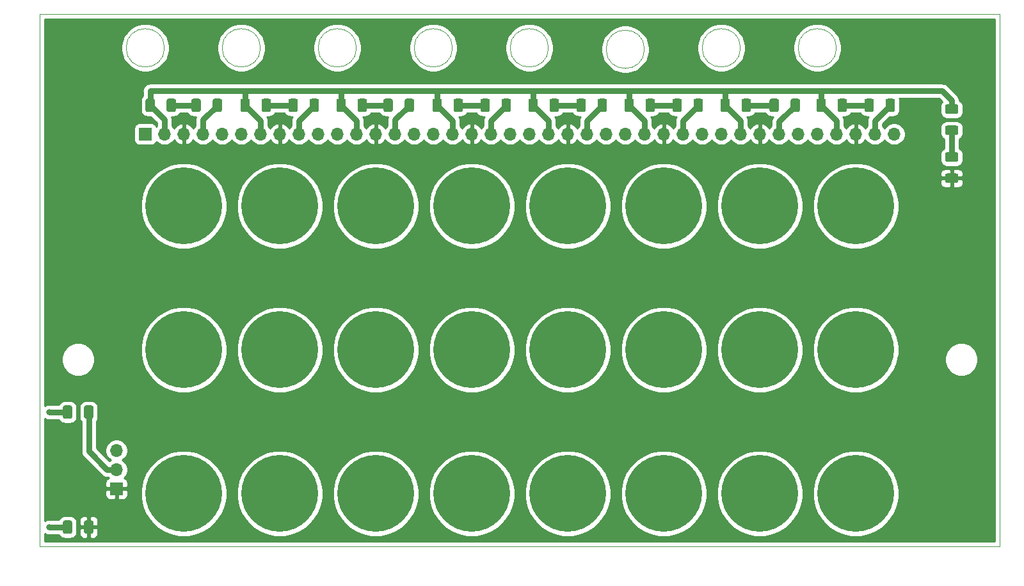
<source format=gbr>
G04 #@! TF.GenerationSoftware,KiCad,Pcbnew,5.1.8+dfsg1-1+b1*
G04 #@! TF.CreationDate,2021-07-07T17:05:11-05:00*
G04 #@! TF.ProjectId,front-panel,66726f6e-742d-4706-916e-656c2e6b6963,B*
G04 #@! TF.SameCoordinates,Original*
G04 #@! TF.FileFunction,Copper,L1,Top*
G04 #@! TF.FilePolarity,Positive*
%FSLAX46Y46*%
G04 Gerber Fmt 4.6, Leading zero omitted, Abs format (unit mm)*
G04 Created by KiCad (PCBNEW 5.1.8+dfsg1-1+b1) date 2021-07-07 17:05:11*
%MOMM*%
%LPD*%
G01*
G04 APERTURE LIST*
G04 #@! TA.AperFunction,Profile*
%ADD10C,0.050000*%
G04 #@! TD*
G04 #@! TA.AperFunction,ComponentPad*
%ADD11O,1.700000X1.700000*%
G04 #@! TD*
G04 #@! TA.AperFunction,ComponentPad*
%ADD12R,1.700000X1.700000*%
G04 #@! TD*
G04 #@! TA.AperFunction,ComponentPad*
%ADD13C,10.160000*%
G04 #@! TD*
G04 #@! TA.AperFunction,ViaPad*
%ADD14C,0.800000*%
G04 #@! TD*
G04 #@! TA.AperFunction,Conductor*
%ADD15C,0.762000*%
G04 #@! TD*
G04 #@! TA.AperFunction,Conductor*
%ADD16C,0.254000*%
G04 #@! TD*
G04 #@! TA.AperFunction,Conductor*
%ADD17C,0.100000*%
G04 #@! TD*
G04 APERTURE END LIST*
D10*
X177800000Y-60325000D02*
X177800000Y-130810000D01*
X50800000Y-60325000D02*
X50800000Y-130810000D01*
X50800000Y-130810000D02*
X177800000Y-130810000D01*
X92710000Y-64770000D02*
G75*
G03*
X92710000Y-64770000I-2540000J0D01*
G01*
X156210000Y-64770000D02*
G75*
G03*
X156210000Y-64770000I-2540000J0D01*
G01*
X143510000Y-64770000D02*
G75*
G03*
X143510000Y-64770000I-2540000J0D01*
G01*
X130810000Y-64960500D02*
G75*
G03*
X130810000Y-64960500I-2540000J0D01*
G01*
X118110000Y-64770000D02*
G75*
G03*
X118110000Y-64770000I-2540000J0D01*
G01*
X105410000Y-64770000D02*
G75*
G03*
X105410000Y-64770000I-2540000J0D01*
G01*
X80010000Y-64770000D02*
G75*
G03*
X80010000Y-64770000I-2540000J0D01*
G01*
X67310000Y-64770000D02*
G75*
G03*
X67310000Y-64770000I-2540000J0D01*
G01*
X177800000Y-60325000D02*
X50800000Y-60325000D01*
D11*
X60960000Y-118110000D03*
X60960000Y-120650000D03*
D12*
X60960000Y-123190000D03*
D13*
X158750000Y-123825000D03*
X146050000Y-123825000D03*
X133350000Y-123825000D03*
X120650000Y-123825000D03*
X107950000Y-123825000D03*
X95250000Y-123825000D03*
X82550000Y-123825000D03*
X69850000Y-123825000D03*
G04 #@! TA.AperFunction,SMDPad,CuDef*
G36*
G01*
X55105000Y-127645000D02*
X55105000Y-128895000D01*
G75*
G02*
X54855000Y-129145000I-250000J0D01*
G01*
X54105000Y-129145000D01*
G75*
G02*
X53855000Y-128895000I0J250000D01*
G01*
X53855000Y-127645000D01*
G75*
G02*
X54105000Y-127395000I250000J0D01*
G01*
X54855000Y-127395000D01*
G75*
G02*
X55105000Y-127645000I0J-250000D01*
G01*
G37*
G04 #@! TD.AperFunction*
G04 #@! TA.AperFunction,SMDPad,CuDef*
G36*
G01*
X57905000Y-127645000D02*
X57905000Y-128895000D01*
G75*
G02*
X57655000Y-129145000I-250000J0D01*
G01*
X56905000Y-129145000D01*
G75*
G02*
X56655000Y-128895000I0J250000D01*
G01*
X56655000Y-127645000D01*
G75*
G02*
X56905000Y-127395000I250000J0D01*
G01*
X57655000Y-127395000D01*
G75*
G02*
X57905000Y-127645000I0J-250000D01*
G01*
G37*
G04 #@! TD.AperFunction*
G04 #@! TA.AperFunction,SMDPad,CuDef*
G36*
G01*
X55105000Y-112405000D02*
X55105000Y-113655000D01*
G75*
G02*
X54855000Y-113905000I-250000J0D01*
G01*
X54105000Y-113905000D01*
G75*
G02*
X53855000Y-113655000I0J250000D01*
G01*
X53855000Y-112405000D01*
G75*
G02*
X54105000Y-112155000I250000J0D01*
G01*
X54855000Y-112155000D01*
G75*
G02*
X55105000Y-112405000I0J-250000D01*
G01*
G37*
G04 #@! TD.AperFunction*
G04 #@! TA.AperFunction,SMDPad,CuDef*
G36*
G01*
X57905000Y-112405000D02*
X57905000Y-113655000D01*
G75*
G02*
X57655000Y-113905000I-250000J0D01*
G01*
X56905000Y-113905000D01*
G75*
G02*
X56655000Y-113655000I0J250000D01*
G01*
X56655000Y-112405000D01*
G75*
G02*
X56905000Y-112155000I250000J0D01*
G01*
X57655000Y-112155000D01*
G75*
G02*
X57905000Y-112405000I0J-250000D01*
G01*
G37*
G04 #@! TD.AperFunction*
X133350000Y-104775000D03*
G04 #@! TA.AperFunction,SMDPad,CuDef*
G36*
G01*
X170825000Y-75070000D02*
X172075000Y-75070000D01*
G75*
G02*
X172325000Y-75320000I0J-250000D01*
G01*
X172325000Y-76070000D01*
G75*
G02*
X172075000Y-76320000I-250000J0D01*
G01*
X170825000Y-76320000D01*
G75*
G02*
X170575000Y-76070000I0J250000D01*
G01*
X170575000Y-75320000D01*
G75*
G02*
X170825000Y-75070000I250000J0D01*
G01*
G37*
G04 #@! TD.AperFunction*
G04 #@! TA.AperFunction,SMDPad,CuDef*
G36*
G01*
X170825000Y-72270000D02*
X172075000Y-72270000D01*
G75*
G02*
X172325000Y-72520000I0J-250000D01*
G01*
X172325000Y-73270000D01*
G75*
G02*
X172075000Y-73520000I-250000J0D01*
G01*
X170825000Y-73520000D01*
G75*
G02*
X170575000Y-73270000I0J250000D01*
G01*
X170575000Y-72520000D01*
G75*
G02*
X170825000Y-72270000I250000J0D01*
G01*
G37*
G04 #@! TD.AperFunction*
G04 #@! TA.AperFunction,SMDPad,CuDef*
G36*
G01*
X172075000Y-79870000D02*
X170825000Y-79870000D01*
G75*
G02*
X170575000Y-79620000I0J250000D01*
G01*
X170575000Y-78870000D01*
G75*
G02*
X170825000Y-78620000I250000J0D01*
G01*
X172075000Y-78620000D01*
G75*
G02*
X172325000Y-78870000I0J-250000D01*
G01*
X172325000Y-79620000D01*
G75*
G02*
X172075000Y-79870000I-250000J0D01*
G01*
G37*
G04 #@! TD.AperFunction*
G04 #@! TA.AperFunction,SMDPad,CuDef*
G36*
G01*
X172075000Y-82670000D02*
X170825000Y-82670000D01*
G75*
G02*
X170575000Y-82420000I0J250000D01*
G01*
X170575000Y-81670000D01*
G75*
G02*
X170825000Y-81420000I250000J0D01*
G01*
X172075000Y-81420000D01*
G75*
G02*
X172325000Y-81670000I0J-250000D01*
G01*
X172325000Y-82420000D01*
G75*
G02*
X172075000Y-82670000I-250000J0D01*
G01*
G37*
G04 #@! TD.AperFunction*
X158750000Y-85725000D03*
X133350000Y-85725000D03*
X107950000Y-85725000D03*
X82550000Y-85725000D03*
X146050000Y-85725000D03*
X120650000Y-85725000D03*
X95250000Y-85725000D03*
X69850000Y-85725000D03*
X158750000Y-104775000D03*
X107950000Y-104775000D03*
X82550000Y-104775000D03*
X146050000Y-104775000D03*
X120650000Y-104775000D03*
X95250000Y-104775000D03*
X69850000Y-104775000D03*
G04 #@! TA.AperFunction,SMDPad,CuDef*
G36*
G01*
X156350000Y-73015000D02*
X156350000Y-71765000D01*
G75*
G02*
X156600000Y-71515000I250000J0D01*
G01*
X157350000Y-71515000D01*
G75*
G02*
X157600000Y-71765000I0J-250000D01*
G01*
X157600000Y-73015000D01*
G75*
G02*
X157350000Y-73265000I-250000J0D01*
G01*
X156600000Y-73265000D01*
G75*
G02*
X156350000Y-73015000I0J250000D01*
G01*
G37*
G04 #@! TD.AperFunction*
G04 #@! TA.AperFunction,SMDPad,CuDef*
G36*
G01*
X153550000Y-73015000D02*
X153550000Y-71765000D01*
G75*
G02*
X153800000Y-71515000I250000J0D01*
G01*
X154550000Y-71515000D01*
G75*
G02*
X154800000Y-71765000I0J-250000D01*
G01*
X154800000Y-73015000D01*
G75*
G02*
X154550000Y-73265000I-250000J0D01*
G01*
X153800000Y-73265000D01*
G75*
G02*
X153550000Y-73015000I0J250000D01*
G01*
G37*
G04 #@! TD.AperFunction*
G04 #@! TA.AperFunction,SMDPad,CuDef*
G36*
G01*
X130950000Y-73015000D02*
X130950000Y-71765000D01*
G75*
G02*
X131200000Y-71515000I250000J0D01*
G01*
X131950000Y-71515000D01*
G75*
G02*
X132200000Y-71765000I0J-250000D01*
G01*
X132200000Y-73015000D01*
G75*
G02*
X131950000Y-73265000I-250000J0D01*
G01*
X131200000Y-73265000D01*
G75*
G02*
X130950000Y-73015000I0J250000D01*
G01*
G37*
G04 #@! TD.AperFunction*
G04 #@! TA.AperFunction,SMDPad,CuDef*
G36*
G01*
X128150000Y-73015000D02*
X128150000Y-71765000D01*
G75*
G02*
X128400000Y-71515000I250000J0D01*
G01*
X129150000Y-71515000D01*
G75*
G02*
X129400000Y-71765000I0J-250000D01*
G01*
X129400000Y-73015000D01*
G75*
G02*
X129150000Y-73265000I-250000J0D01*
G01*
X128400000Y-73265000D01*
G75*
G02*
X128150000Y-73015000I0J250000D01*
G01*
G37*
G04 #@! TD.AperFunction*
G04 #@! TA.AperFunction,SMDPad,CuDef*
G36*
G01*
X105550000Y-73015000D02*
X105550000Y-71765000D01*
G75*
G02*
X105800000Y-71515000I250000J0D01*
G01*
X106550000Y-71515000D01*
G75*
G02*
X106800000Y-71765000I0J-250000D01*
G01*
X106800000Y-73015000D01*
G75*
G02*
X106550000Y-73265000I-250000J0D01*
G01*
X105800000Y-73265000D01*
G75*
G02*
X105550000Y-73015000I0J250000D01*
G01*
G37*
G04 #@! TD.AperFunction*
G04 #@! TA.AperFunction,SMDPad,CuDef*
G36*
G01*
X102750000Y-73015000D02*
X102750000Y-71765000D01*
G75*
G02*
X103000000Y-71515000I250000J0D01*
G01*
X103750000Y-71515000D01*
G75*
G02*
X104000000Y-71765000I0J-250000D01*
G01*
X104000000Y-73015000D01*
G75*
G02*
X103750000Y-73265000I-250000J0D01*
G01*
X103000000Y-73265000D01*
G75*
G02*
X102750000Y-73015000I0J250000D01*
G01*
G37*
G04 #@! TD.AperFunction*
G04 #@! TA.AperFunction,SMDPad,CuDef*
G36*
G01*
X80150000Y-73015000D02*
X80150000Y-71765000D01*
G75*
G02*
X80400000Y-71515000I250000J0D01*
G01*
X81150000Y-71515000D01*
G75*
G02*
X81400000Y-71765000I0J-250000D01*
G01*
X81400000Y-73015000D01*
G75*
G02*
X81150000Y-73265000I-250000J0D01*
G01*
X80400000Y-73265000D01*
G75*
G02*
X80150000Y-73015000I0J250000D01*
G01*
G37*
G04 #@! TD.AperFunction*
G04 #@! TA.AperFunction,SMDPad,CuDef*
G36*
G01*
X77350000Y-73015000D02*
X77350000Y-71765000D01*
G75*
G02*
X77600000Y-71515000I250000J0D01*
G01*
X78350000Y-71515000D01*
G75*
G02*
X78600000Y-71765000I0J-250000D01*
G01*
X78600000Y-73015000D01*
G75*
G02*
X78350000Y-73265000I-250000J0D01*
G01*
X77600000Y-73265000D01*
G75*
G02*
X77350000Y-73015000I0J250000D01*
G01*
G37*
G04 #@! TD.AperFunction*
G04 #@! TA.AperFunction,SMDPad,CuDef*
G36*
G01*
X143650000Y-73015000D02*
X143650000Y-71765000D01*
G75*
G02*
X143900000Y-71515000I250000J0D01*
G01*
X144650000Y-71515000D01*
G75*
G02*
X144900000Y-71765000I0J-250000D01*
G01*
X144900000Y-73015000D01*
G75*
G02*
X144650000Y-73265000I-250000J0D01*
G01*
X143900000Y-73265000D01*
G75*
G02*
X143650000Y-73015000I0J250000D01*
G01*
G37*
G04 #@! TD.AperFunction*
G04 #@! TA.AperFunction,SMDPad,CuDef*
G36*
G01*
X140850000Y-73015000D02*
X140850000Y-71765000D01*
G75*
G02*
X141100000Y-71515000I250000J0D01*
G01*
X141850000Y-71515000D01*
G75*
G02*
X142100000Y-71765000I0J-250000D01*
G01*
X142100000Y-73015000D01*
G75*
G02*
X141850000Y-73265000I-250000J0D01*
G01*
X141100000Y-73265000D01*
G75*
G02*
X140850000Y-73015000I0J250000D01*
G01*
G37*
G04 #@! TD.AperFunction*
G04 #@! TA.AperFunction,SMDPad,CuDef*
G36*
G01*
X118250000Y-73015000D02*
X118250000Y-71765000D01*
G75*
G02*
X118500000Y-71515000I250000J0D01*
G01*
X119250000Y-71515000D01*
G75*
G02*
X119500000Y-71765000I0J-250000D01*
G01*
X119500000Y-73015000D01*
G75*
G02*
X119250000Y-73265000I-250000J0D01*
G01*
X118500000Y-73265000D01*
G75*
G02*
X118250000Y-73015000I0J250000D01*
G01*
G37*
G04 #@! TD.AperFunction*
G04 #@! TA.AperFunction,SMDPad,CuDef*
G36*
G01*
X115450000Y-73015000D02*
X115450000Y-71765000D01*
G75*
G02*
X115700000Y-71515000I250000J0D01*
G01*
X116450000Y-71515000D01*
G75*
G02*
X116700000Y-71765000I0J-250000D01*
G01*
X116700000Y-73015000D01*
G75*
G02*
X116450000Y-73265000I-250000J0D01*
G01*
X115700000Y-73265000D01*
G75*
G02*
X115450000Y-73015000I0J250000D01*
G01*
G37*
G04 #@! TD.AperFunction*
G04 #@! TA.AperFunction,SMDPad,CuDef*
G36*
G01*
X92850000Y-73015000D02*
X92850000Y-71765000D01*
G75*
G02*
X93100000Y-71515000I250000J0D01*
G01*
X93850000Y-71515000D01*
G75*
G02*
X94100000Y-71765000I0J-250000D01*
G01*
X94100000Y-73015000D01*
G75*
G02*
X93850000Y-73265000I-250000J0D01*
G01*
X93100000Y-73265000D01*
G75*
G02*
X92850000Y-73015000I0J250000D01*
G01*
G37*
G04 #@! TD.AperFunction*
G04 #@! TA.AperFunction,SMDPad,CuDef*
G36*
G01*
X90050000Y-73015000D02*
X90050000Y-71765000D01*
G75*
G02*
X90300000Y-71515000I250000J0D01*
G01*
X91050000Y-71515000D01*
G75*
G02*
X91300000Y-71765000I0J-250000D01*
G01*
X91300000Y-73015000D01*
G75*
G02*
X91050000Y-73265000I-250000J0D01*
G01*
X90300000Y-73265000D01*
G75*
G02*
X90050000Y-73015000I0J250000D01*
G01*
G37*
G04 #@! TD.AperFunction*
G04 #@! TA.AperFunction,SMDPad,CuDef*
G36*
G01*
X67580000Y-73015000D02*
X67580000Y-71765000D01*
G75*
G02*
X67830000Y-71515000I250000J0D01*
G01*
X68580000Y-71515000D01*
G75*
G02*
X68830000Y-71765000I0J-250000D01*
G01*
X68830000Y-73015000D01*
G75*
G02*
X68580000Y-73265000I-250000J0D01*
G01*
X67830000Y-73265000D01*
G75*
G02*
X67580000Y-73015000I0J250000D01*
G01*
G37*
G04 #@! TD.AperFunction*
G04 #@! TA.AperFunction,SMDPad,CuDef*
G36*
G01*
X64780000Y-73015000D02*
X64780000Y-71765000D01*
G75*
G02*
X65030000Y-71515000I250000J0D01*
G01*
X65780000Y-71515000D01*
G75*
G02*
X66030000Y-71765000I0J-250000D01*
G01*
X66030000Y-73015000D01*
G75*
G02*
X65780000Y-73265000I-250000J0D01*
G01*
X65030000Y-73265000D01*
G75*
G02*
X64780000Y-73015000I0J250000D01*
G01*
G37*
G04 #@! TD.AperFunction*
D11*
X163830000Y-76200000D03*
X161290000Y-76200000D03*
X158750000Y-76200000D03*
X156210000Y-76200000D03*
X153670000Y-76200000D03*
X151130000Y-76200000D03*
X148590000Y-76200000D03*
X146050000Y-76200000D03*
X143510000Y-76200000D03*
X140970000Y-76200000D03*
X138430000Y-76200000D03*
X135890000Y-76200000D03*
X133350000Y-76200000D03*
X130810000Y-76200000D03*
X128270000Y-76200000D03*
X125730000Y-76200000D03*
X123190000Y-76200000D03*
X120650000Y-76200000D03*
X118110000Y-76200000D03*
X115570000Y-76200000D03*
X113030000Y-76200000D03*
X110490000Y-76200000D03*
X107950000Y-76200000D03*
X105410000Y-76200000D03*
X102870000Y-76200000D03*
X100330000Y-76200000D03*
X97790000Y-76200000D03*
X95250000Y-76200000D03*
X92710000Y-76200000D03*
X90170000Y-76200000D03*
X87630000Y-76200000D03*
X85090000Y-76200000D03*
X82550000Y-76200000D03*
X80010000Y-76200000D03*
X77470000Y-76200000D03*
X74930000Y-76200000D03*
X72390000Y-76200000D03*
X69850000Y-76200000D03*
X67310000Y-76200000D03*
D12*
X64770000Y-76200000D03*
G04 #@! TA.AperFunction,SMDPad,CuDef*
G36*
G01*
X161150000Y-71765000D02*
X161150000Y-73015000D01*
G75*
G02*
X160900000Y-73265000I-250000J0D01*
G01*
X160150000Y-73265000D01*
G75*
G02*
X159900000Y-73015000I0J250000D01*
G01*
X159900000Y-71765000D01*
G75*
G02*
X160150000Y-71515000I250000J0D01*
G01*
X160900000Y-71515000D01*
G75*
G02*
X161150000Y-71765000I0J-250000D01*
G01*
G37*
G04 #@! TD.AperFunction*
G04 #@! TA.AperFunction,SMDPad,CuDef*
G36*
G01*
X163950000Y-71765000D02*
X163950000Y-73015000D01*
G75*
G02*
X163700000Y-73265000I-250000J0D01*
G01*
X162950000Y-73265000D01*
G75*
G02*
X162700000Y-73015000I0J250000D01*
G01*
X162700000Y-71765000D01*
G75*
G02*
X162950000Y-71515000I250000J0D01*
G01*
X163700000Y-71515000D01*
G75*
G02*
X163950000Y-71765000I0J-250000D01*
G01*
G37*
G04 #@! TD.AperFunction*
G04 #@! TA.AperFunction,SMDPad,CuDef*
G36*
G01*
X135750000Y-71765000D02*
X135750000Y-73015000D01*
G75*
G02*
X135500000Y-73265000I-250000J0D01*
G01*
X134750000Y-73265000D01*
G75*
G02*
X134500000Y-73015000I0J250000D01*
G01*
X134500000Y-71765000D01*
G75*
G02*
X134750000Y-71515000I250000J0D01*
G01*
X135500000Y-71515000D01*
G75*
G02*
X135750000Y-71765000I0J-250000D01*
G01*
G37*
G04 #@! TD.AperFunction*
G04 #@! TA.AperFunction,SMDPad,CuDef*
G36*
G01*
X138550000Y-71765000D02*
X138550000Y-73015000D01*
G75*
G02*
X138300000Y-73265000I-250000J0D01*
G01*
X137550000Y-73265000D01*
G75*
G02*
X137300000Y-73015000I0J250000D01*
G01*
X137300000Y-71765000D01*
G75*
G02*
X137550000Y-71515000I250000J0D01*
G01*
X138300000Y-71515000D01*
G75*
G02*
X138550000Y-71765000I0J-250000D01*
G01*
G37*
G04 #@! TD.AperFunction*
G04 #@! TA.AperFunction,SMDPad,CuDef*
G36*
G01*
X110350000Y-71765000D02*
X110350000Y-73015000D01*
G75*
G02*
X110100000Y-73265000I-250000J0D01*
G01*
X109350000Y-73265000D01*
G75*
G02*
X109100000Y-73015000I0J250000D01*
G01*
X109100000Y-71765000D01*
G75*
G02*
X109350000Y-71515000I250000J0D01*
G01*
X110100000Y-71515000D01*
G75*
G02*
X110350000Y-71765000I0J-250000D01*
G01*
G37*
G04 #@! TD.AperFunction*
G04 #@! TA.AperFunction,SMDPad,CuDef*
G36*
G01*
X113150000Y-71765000D02*
X113150000Y-73015000D01*
G75*
G02*
X112900000Y-73265000I-250000J0D01*
G01*
X112150000Y-73265000D01*
G75*
G02*
X111900000Y-73015000I0J250000D01*
G01*
X111900000Y-71765000D01*
G75*
G02*
X112150000Y-71515000I250000J0D01*
G01*
X112900000Y-71515000D01*
G75*
G02*
X113150000Y-71765000I0J-250000D01*
G01*
G37*
G04 #@! TD.AperFunction*
G04 #@! TA.AperFunction,SMDPad,CuDef*
G36*
G01*
X84950000Y-71765000D02*
X84950000Y-73015000D01*
G75*
G02*
X84700000Y-73265000I-250000J0D01*
G01*
X83950000Y-73265000D01*
G75*
G02*
X83700000Y-73015000I0J250000D01*
G01*
X83700000Y-71765000D01*
G75*
G02*
X83950000Y-71515000I250000J0D01*
G01*
X84700000Y-71515000D01*
G75*
G02*
X84950000Y-71765000I0J-250000D01*
G01*
G37*
G04 #@! TD.AperFunction*
G04 #@! TA.AperFunction,SMDPad,CuDef*
G36*
G01*
X87750000Y-71765000D02*
X87750000Y-73015000D01*
G75*
G02*
X87500000Y-73265000I-250000J0D01*
G01*
X86750000Y-73265000D01*
G75*
G02*
X86500000Y-73015000I0J250000D01*
G01*
X86500000Y-71765000D01*
G75*
G02*
X86750000Y-71515000I250000J0D01*
G01*
X87500000Y-71515000D01*
G75*
G02*
X87750000Y-71765000I0J-250000D01*
G01*
G37*
G04 #@! TD.AperFunction*
G04 #@! TA.AperFunction,SMDPad,CuDef*
G36*
G01*
X148580000Y-71765000D02*
X148580000Y-73015000D01*
G75*
G02*
X148330000Y-73265000I-250000J0D01*
G01*
X147580000Y-73265000D01*
G75*
G02*
X147330000Y-73015000I0J250000D01*
G01*
X147330000Y-71765000D01*
G75*
G02*
X147580000Y-71515000I250000J0D01*
G01*
X148330000Y-71515000D01*
G75*
G02*
X148580000Y-71765000I0J-250000D01*
G01*
G37*
G04 #@! TD.AperFunction*
G04 #@! TA.AperFunction,SMDPad,CuDef*
G36*
G01*
X151380000Y-71765000D02*
X151380000Y-73015000D01*
G75*
G02*
X151130000Y-73265000I-250000J0D01*
G01*
X150380000Y-73265000D01*
G75*
G02*
X150130000Y-73015000I0J250000D01*
G01*
X150130000Y-71765000D01*
G75*
G02*
X150380000Y-71515000I250000J0D01*
G01*
X151130000Y-71515000D01*
G75*
G02*
X151380000Y-71765000I0J-250000D01*
G01*
G37*
G04 #@! TD.AperFunction*
G04 #@! TA.AperFunction,SMDPad,CuDef*
G36*
G01*
X123050000Y-71765000D02*
X123050000Y-73015000D01*
G75*
G02*
X122800000Y-73265000I-250000J0D01*
G01*
X122050000Y-73265000D01*
G75*
G02*
X121800000Y-73015000I0J250000D01*
G01*
X121800000Y-71765000D01*
G75*
G02*
X122050000Y-71515000I250000J0D01*
G01*
X122800000Y-71515000D01*
G75*
G02*
X123050000Y-71765000I0J-250000D01*
G01*
G37*
G04 #@! TD.AperFunction*
G04 #@! TA.AperFunction,SMDPad,CuDef*
G36*
G01*
X125850000Y-71765000D02*
X125850000Y-73015000D01*
G75*
G02*
X125600000Y-73265000I-250000J0D01*
G01*
X124850000Y-73265000D01*
G75*
G02*
X124600000Y-73015000I0J250000D01*
G01*
X124600000Y-71765000D01*
G75*
G02*
X124850000Y-71515000I250000J0D01*
G01*
X125600000Y-71515000D01*
G75*
G02*
X125850000Y-71765000I0J-250000D01*
G01*
G37*
G04 #@! TD.AperFunction*
G04 #@! TA.AperFunction,SMDPad,CuDef*
G36*
G01*
X97520000Y-71765000D02*
X97520000Y-73015000D01*
G75*
G02*
X97270000Y-73265000I-250000J0D01*
G01*
X96520000Y-73265000D01*
G75*
G02*
X96270000Y-73015000I0J250000D01*
G01*
X96270000Y-71765000D01*
G75*
G02*
X96520000Y-71515000I250000J0D01*
G01*
X97270000Y-71515000D01*
G75*
G02*
X97520000Y-71765000I0J-250000D01*
G01*
G37*
G04 #@! TD.AperFunction*
G04 #@! TA.AperFunction,SMDPad,CuDef*
G36*
G01*
X100320000Y-71765000D02*
X100320000Y-73015000D01*
G75*
G02*
X100070000Y-73265000I-250000J0D01*
G01*
X99320000Y-73265000D01*
G75*
G02*
X99070000Y-73015000I0J250000D01*
G01*
X99070000Y-71765000D01*
G75*
G02*
X99320000Y-71515000I250000J0D01*
G01*
X100070000Y-71515000D01*
G75*
G02*
X100320000Y-71765000I0J-250000D01*
G01*
G37*
G04 #@! TD.AperFunction*
G04 #@! TA.AperFunction,SMDPad,CuDef*
G36*
G01*
X72120000Y-71765000D02*
X72120000Y-73015000D01*
G75*
G02*
X71870000Y-73265000I-250000J0D01*
G01*
X71120000Y-73265000D01*
G75*
G02*
X70870000Y-73015000I0J250000D01*
G01*
X70870000Y-71765000D01*
G75*
G02*
X71120000Y-71515000I250000J0D01*
G01*
X71870000Y-71515000D01*
G75*
G02*
X72120000Y-71765000I0J-250000D01*
G01*
G37*
G04 #@! TD.AperFunction*
G04 #@! TA.AperFunction,SMDPad,CuDef*
G36*
G01*
X74920000Y-71765000D02*
X74920000Y-73015000D01*
G75*
G02*
X74670000Y-73265000I-250000J0D01*
G01*
X73920000Y-73265000D01*
G75*
G02*
X73670000Y-73015000I0J250000D01*
G01*
X73670000Y-71765000D01*
G75*
G02*
X73920000Y-71515000I250000J0D01*
G01*
X74670000Y-71515000D01*
G75*
G02*
X74920000Y-71765000I0J-250000D01*
G01*
G37*
G04 #@! TD.AperFunction*
D14*
X52070000Y-113030000D03*
X52070000Y-128270000D03*
D15*
X68205000Y-72390000D02*
X71495000Y-72390000D01*
X72390000Y-74295000D02*
X74295000Y-72390000D01*
X72390000Y-76200000D02*
X72390000Y-74295000D01*
X80775000Y-72390000D02*
X84325000Y-72390000D01*
X85090000Y-74425000D02*
X87125000Y-72390000D01*
X85090000Y-76200000D02*
X85090000Y-74425000D01*
X93475000Y-72390000D02*
X96895000Y-72390000D01*
X97790000Y-74295000D02*
X99695000Y-72390000D01*
X97790000Y-76200000D02*
X97790000Y-74295000D01*
X106175000Y-72390000D02*
X109725000Y-72390000D01*
X110490000Y-74425000D02*
X112525000Y-72390000D01*
X110490000Y-76200000D02*
X110490000Y-74425000D01*
X118875000Y-72390000D02*
X122425000Y-72390000D01*
X123190000Y-74425000D02*
X125225000Y-72390000D01*
X123190000Y-76200000D02*
X123190000Y-74425000D01*
X131575000Y-72390000D02*
X135125000Y-72390000D01*
X135890000Y-74425000D02*
X137925000Y-72390000D01*
X135890000Y-76200000D02*
X135890000Y-74425000D01*
X144275000Y-72390000D02*
X147955000Y-72390000D01*
X148590000Y-74555000D02*
X150755000Y-72390000D01*
X148590000Y-76200000D02*
X148590000Y-74555000D01*
X156975000Y-72390000D02*
X160525000Y-72390000D01*
X161290000Y-74425000D02*
X163325000Y-72390000D01*
X161290000Y-76200000D02*
X161290000Y-74425000D01*
X67310000Y-74295000D02*
X65405000Y-72390000D01*
X67310000Y-76200000D02*
X67310000Y-74295000D01*
X80010000Y-74425000D02*
X77975000Y-72390000D01*
X80010000Y-76200000D02*
X80010000Y-74425000D01*
X92710000Y-74425000D02*
X90675000Y-72390000D01*
X92710000Y-76200000D02*
X92710000Y-74425000D01*
X105410000Y-74425000D02*
X103375000Y-72390000D01*
X105410000Y-76200000D02*
X105410000Y-74425000D01*
X118110000Y-74425000D02*
X116075000Y-72390000D01*
X118110000Y-76200000D02*
X118110000Y-74425000D01*
X130810000Y-74425000D02*
X128775000Y-72390000D01*
X130810000Y-76200000D02*
X130810000Y-74425000D01*
X143510000Y-74425000D02*
X141475000Y-72390000D01*
X143510000Y-76200000D02*
X143510000Y-74425000D01*
X156210000Y-74425000D02*
X154175000Y-72390000D01*
X156210000Y-76200000D02*
X156210000Y-74425000D01*
X65405000Y-72390000D02*
X65405000Y-70485000D01*
X154175000Y-70615000D02*
X154305000Y-70485000D01*
X154175000Y-72390000D02*
X154175000Y-70615000D01*
X141475000Y-72390000D02*
X141475000Y-70615000D01*
X141475000Y-70615000D02*
X141605000Y-70485000D01*
X141605000Y-70485000D02*
X154305000Y-70485000D01*
X128775000Y-70615000D02*
X128905000Y-70485000D01*
X128775000Y-72390000D02*
X128775000Y-70615000D01*
X128905000Y-70485000D02*
X141605000Y-70485000D01*
X116075000Y-70615000D02*
X116205000Y-70485000D01*
X116075000Y-72390000D02*
X116075000Y-70615000D01*
X116205000Y-70485000D02*
X128905000Y-70485000D01*
X103375000Y-70615000D02*
X103505000Y-70485000D01*
X103375000Y-72390000D02*
X103375000Y-70615000D01*
X103505000Y-70485000D02*
X116205000Y-70485000D01*
X77975000Y-70615000D02*
X78105000Y-70485000D01*
X77975000Y-72390000D02*
X77975000Y-70615000D01*
X65405000Y-70485000D02*
X78105000Y-70485000D01*
X154305000Y-70485000D02*
X170180000Y-70485000D01*
X171450000Y-71755000D02*
X171450000Y-72895000D01*
X170180000Y-70485000D02*
X171450000Y-71755000D01*
X90675000Y-70615000D02*
X90675000Y-72390000D01*
X90805000Y-70485000D02*
X90675000Y-70615000D01*
X90805000Y-70485000D02*
X103505000Y-70485000D01*
X78105000Y-70485000D02*
X90805000Y-70485000D01*
X171450000Y-75695000D02*
X171450000Y-79245000D01*
X52070000Y-113030000D02*
X54480000Y-113030000D01*
X54480000Y-128270000D02*
X52070000Y-128270000D01*
X60960000Y-120650000D02*
X59690000Y-120650000D01*
X57280000Y-118240000D02*
X57280000Y-113030000D01*
X59690000Y-120650000D02*
X57280000Y-118240000D01*
D16*
X177140001Y-130150000D02*
X51460000Y-130150000D01*
X51460000Y-129107195D01*
X51579744Y-129187205D01*
X51768102Y-129265226D01*
X51968061Y-129305000D01*
X52171939Y-129305000D01*
X52267459Y-129286000D01*
X53311868Y-129286000D01*
X53366595Y-129388386D01*
X53477038Y-129522962D01*
X53611614Y-129633405D01*
X53765150Y-129715472D01*
X53931746Y-129766008D01*
X54105000Y-129783072D01*
X54855000Y-129783072D01*
X55028254Y-129766008D01*
X55194850Y-129715472D01*
X55348386Y-129633405D01*
X55482962Y-129522962D01*
X55593405Y-129388386D01*
X55675472Y-129234850D01*
X55702727Y-129145000D01*
X56016928Y-129145000D01*
X56029188Y-129269482D01*
X56065498Y-129389180D01*
X56124463Y-129499494D01*
X56203815Y-129596185D01*
X56300506Y-129675537D01*
X56410820Y-129734502D01*
X56530518Y-129770812D01*
X56655000Y-129783072D01*
X56994250Y-129780000D01*
X57153000Y-129621250D01*
X57153000Y-128397000D01*
X57407000Y-128397000D01*
X57407000Y-129621250D01*
X57565750Y-129780000D01*
X57905000Y-129783072D01*
X58029482Y-129770812D01*
X58149180Y-129734502D01*
X58259494Y-129675537D01*
X58356185Y-129596185D01*
X58435537Y-129499494D01*
X58494502Y-129389180D01*
X58530812Y-129269482D01*
X58543072Y-129145000D01*
X58540000Y-128555750D01*
X58381250Y-128397000D01*
X57407000Y-128397000D01*
X57153000Y-128397000D01*
X56178750Y-128397000D01*
X56020000Y-128555750D01*
X56016928Y-129145000D01*
X55702727Y-129145000D01*
X55726008Y-129068254D01*
X55743072Y-128895000D01*
X55743072Y-127645000D01*
X55726008Y-127471746D01*
X55702728Y-127395000D01*
X56016928Y-127395000D01*
X56020000Y-127984250D01*
X56178750Y-128143000D01*
X57153000Y-128143000D01*
X57153000Y-126918750D01*
X57407000Y-126918750D01*
X57407000Y-128143000D01*
X58381250Y-128143000D01*
X58540000Y-127984250D01*
X58543072Y-127395000D01*
X58530812Y-127270518D01*
X58494502Y-127150820D01*
X58435537Y-127040506D01*
X58356185Y-126943815D01*
X58259494Y-126864463D01*
X58149180Y-126805498D01*
X58029482Y-126769188D01*
X57905000Y-126756928D01*
X57565750Y-126760000D01*
X57407000Y-126918750D01*
X57153000Y-126918750D01*
X56994250Y-126760000D01*
X56655000Y-126756928D01*
X56530518Y-126769188D01*
X56410820Y-126805498D01*
X56300506Y-126864463D01*
X56203815Y-126943815D01*
X56124463Y-127040506D01*
X56065498Y-127150820D01*
X56029188Y-127270518D01*
X56016928Y-127395000D01*
X55702728Y-127395000D01*
X55675472Y-127305150D01*
X55593405Y-127151614D01*
X55482962Y-127017038D01*
X55348386Y-126906595D01*
X55194850Y-126824528D01*
X55028254Y-126773992D01*
X54855000Y-126756928D01*
X54105000Y-126756928D01*
X53931746Y-126773992D01*
X53765150Y-126824528D01*
X53611614Y-126906595D01*
X53477038Y-127017038D01*
X53366595Y-127151614D01*
X53311868Y-127254000D01*
X52267459Y-127254000D01*
X52171939Y-127235000D01*
X51968061Y-127235000D01*
X51768102Y-127274774D01*
X51579744Y-127352795D01*
X51460000Y-127432805D01*
X51460000Y-124040000D01*
X59471928Y-124040000D01*
X59484188Y-124164482D01*
X59520498Y-124284180D01*
X59579463Y-124394494D01*
X59658815Y-124491185D01*
X59755506Y-124570537D01*
X59865820Y-124629502D01*
X59985518Y-124665812D01*
X60110000Y-124678072D01*
X60674250Y-124675000D01*
X60833000Y-124516250D01*
X60833000Y-123317000D01*
X61087000Y-123317000D01*
X61087000Y-124516250D01*
X61245750Y-124675000D01*
X61810000Y-124678072D01*
X61934482Y-124665812D01*
X62054180Y-124629502D01*
X62164494Y-124570537D01*
X62261185Y-124491185D01*
X62340537Y-124394494D01*
X62399502Y-124284180D01*
X62435812Y-124164482D01*
X62448072Y-124040000D01*
X62445000Y-123475750D01*
X62286250Y-123317000D01*
X61087000Y-123317000D01*
X60833000Y-123317000D01*
X59633750Y-123317000D01*
X59475000Y-123475750D01*
X59471928Y-124040000D01*
X51460000Y-124040000D01*
X51460000Y-123262122D01*
X64135000Y-123262122D01*
X64135000Y-124387878D01*
X64354625Y-125492004D01*
X64785433Y-126532067D01*
X65410870Y-127468100D01*
X66206900Y-128264130D01*
X67142933Y-128889567D01*
X68182996Y-129320375D01*
X69287122Y-129540000D01*
X70412878Y-129540000D01*
X71517004Y-129320375D01*
X72557067Y-128889567D01*
X73493100Y-128264130D01*
X74289130Y-127468100D01*
X74914567Y-126532067D01*
X75345375Y-125492004D01*
X75565000Y-124387878D01*
X75565000Y-123262122D01*
X76835000Y-123262122D01*
X76835000Y-124387878D01*
X77054625Y-125492004D01*
X77485433Y-126532067D01*
X78110870Y-127468100D01*
X78906900Y-128264130D01*
X79842933Y-128889567D01*
X80882996Y-129320375D01*
X81987122Y-129540000D01*
X83112878Y-129540000D01*
X84217004Y-129320375D01*
X85257067Y-128889567D01*
X86193100Y-128264130D01*
X86989130Y-127468100D01*
X87614567Y-126532067D01*
X88045375Y-125492004D01*
X88265000Y-124387878D01*
X88265000Y-123262122D01*
X89535000Y-123262122D01*
X89535000Y-124387878D01*
X89754625Y-125492004D01*
X90185433Y-126532067D01*
X90810870Y-127468100D01*
X91606900Y-128264130D01*
X92542933Y-128889567D01*
X93582996Y-129320375D01*
X94687122Y-129540000D01*
X95812878Y-129540000D01*
X96917004Y-129320375D01*
X97957067Y-128889567D01*
X98893100Y-128264130D01*
X99689130Y-127468100D01*
X100314567Y-126532067D01*
X100745375Y-125492004D01*
X100965000Y-124387878D01*
X100965000Y-123262122D01*
X102235000Y-123262122D01*
X102235000Y-124387878D01*
X102454625Y-125492004D01*
X102885433Y-126532067D01*
X103510870Y-127468100D01*
X104306900Y-128264130D01*
X105242933Y-128889567D01*
X106282996Y-129320375D01*
X107387122Y-129540000D01*
X108512878Y-129540000D01*
X109617004Y-129320375D01*
X110657067Y-128889567D01*
X111593100Y-128264130D01*
X112389130Y-127468100D01*
X113014567Y-126532067D01*
X113445375Y-125492004D01*
X113665000Y-124387878D01*
X113665000Y-123262122D01*
X114935000Y-123262122D01*
X114935000Y-124387878D01*
X115154625Y-125492004D01*
X115585433Y-126532067D01*
X116210870Y-127468100D01*
X117006900Y-128264130D01*
X117942933Y-128889567D01*
X118982996Y-129320375D01*
X120087122Y-129540000D01*
X121212878Y-129540000D01*
X122317004Y-129320375D01*
X123357067Y-128889567D01*
X124293100Y-128264130D01*
X125089130Y-127468100D01*
X125714567Y-126532067D01*
X126145375Y-125492004D01*
X126365000Y-124387878D01*
X126365000Y-123262122D01*
X127635000Y-123262122D01*
X127635000Y-124387878D01*
X127854625Y-125492004D01*
X128285433Y-126532067D01*
X128910870Y-127468100D01*
X129706900Y-128264130D01*
X130642933Y-128889567D01*
X131682996Y-129320375D01*
X132787122Y-129540000D01*
X133912878Y-129540000D01*
X135017004Y-129320375D01*
X136057067Y-128889567D01*
X136993100Y-128264130D01*
X137789130Y-127468100D01*
X138414567Y-126532067D01*
X138845375Y-125492004D01*
X139065000Y-124387878D01*
X139065000Y-123262122D01*
X140335000Y-123262122D01*
X140335000Y-124387878D01*
X140554625Y-125492004D01*
X140985433Y-126532067D01*
X141610870Y-127468100D01*
X142406900Y-128264130D01*
X143342933Y-128889567D01*
X144382996Y-129320375D01*
X145487122Y-129540000D01*
X146612878Y-129540000D01*
X147717004Y-129320375D01*
X148757067Y-128889567D01*
X149693100Y-128264130D01*
X150489130Y-127468100D01*
X151114567Y-126532067D01*
X151545375Y-125492004D01*
X151765000Y-124387878D01*
X151765000Y-123262122D01*
X153035000Y-123262122D01*
X153035000Y-124387878D01*
X153254625Y-125492004D01*
X153685433Y-126532067D01*
X154310870Y-127468100D01*
X155106900Y-128264130D01*
X156042933Y-128889567D01*
X157082996Y-129320375D01*
X158187122Y-129540000D01*
X159312878Y-129540000D01*
X160417004Y-129320375D01*
X161457067Y-128889567D01*
X162393100Y-128264130D01*
X163189130Y-127468100D01*
X163814567Y-126532067D01*
X164245375Y-125492004D01*
X164465000Y-124387878D01*
X164465000Y-123262122D01*
X164245375Y-122157996D01*
X163814567Y-121117933D01*
X163189130Y-120181900D01*
X162393100Y-119385870D01*
X161457067Y-118760433D01*
X160417004Y-118329625D01*
X159312878Y-118110000D01*
X158187122Y-118110000D01*
X157082996Y-118329625D01*
X156042933Y-118760433D01*
X155106900Y-119385870D01*
X154310870Y-120181900D01*
X153685433Y-121117933D01*
X153254625Y-122157996D01*
X153035000Y-123262122D01*
X151765000Y-123262122D01*
X151545375Y-122157996D01*
X151114567Y-121117933D01*
X150489130Y-120181900D01*
X149693100Y-119385870D01*
X148757067Y-118760433D01*
X147717004Y-118329625D01*
X146612878Y-118110000D01*
X145487122Y-118110000D01*
X144382996Y-118329625D01*
X143342933Y-118760433D01*
X142406900Y-119385870D01*
X141610870Y-120181900D01*
X140985433Y-121117933D01*
X140554625Y-122157996D01*
X140335000Y-123262122D01*
X139065000Y-123262122D01*
X138845375Y-122157996D01*
X138414567Y-121117933D01*
X137789130Y-120181900D01*
X136993100Y-119385870D01*
X136057067Y-118760433D01*
X135017004Y-118329625D01*
X133912878Y-118110000D01*
X132787122Y-118110000D01*
X131682996Y-118329625D01*
X130642933Y-118760433D01*
X129706900Y-119385870D01*
X128910870Y-120181900D01*
X128285433Y-121117933D01*
X127854625Y-122157996D01*
X127635000Y-123262122D01*
X126365000Y-123262122D01*
X126145375Y-122157996D01*
X125714567Y-121117933D01*
X125089130Y-120181900D01*
X124293100Y-119385870D01*
X123357067Y-118760433D01*
X122317004Y-118329625D01*
X121212878Y-118110000D01*
X120087122Y-118110000D01*
X118982996Y-118329625D01*
X117942933Y-118760433D01*
X117006900Y-119385870D01*
X116210870Y-120181900D01*
X115585433Y-121117933D01*
X115154625Y-122157996D01*
X114935000Y-123262122D01*
X113665000Y-123262122D01*
X113445375Y-122157996D01*
X113014567Y-121117933D01*
X112389130Y-120181900D01*
X111593100Y-119385870D01*
X110657067Y-118760433D01*
X109617004Y-118329625D01*
X108512878Y-118110000D01*
X107387122Y-118110000D01*
X106282996Y-118329625D01*
X105242933Y-118760433D01*
X104306900Y-119385870D01*
X103510870Y-120181900D01*
X102885433Y-121117933D01*
X102454625Y-122157996D01*
X102235000Y-123262122D01*
X100965000Y-123262122D01*
X100745375Y-122157996D01*
X100314567Y-121117933D01*
X99689130Y-120181900D01*
X98893100Y-119385870D01*
X97957067Y-118760433D01*
X96917004Y-118329625D01*
X95812878Y-118110000D01*
X94687122Y-118110000D01*
X93582996Y-118329625D01*
X92542933Y-118760433D01*
X91606900Y-119385870D01*
X90810870Y-120181900D01*
X90185433Y-121117933D01*
X89754625Y-122157996D01*
X89535000Y-123262122D01*
X88265000Y-123262122D01*
X88045375Y-122157996D01*
X87614567Y-121117933D01*
X86989130Y-120181900D01*
X86193100Y-119385870D01*
X85257067Y-118760433D01*
X84217004Y-118329625D01*
X83112878Y-118110000D01*
X81987122Y-118110000D01*
X80882996Y-118329625D01*
X79842933Y-118760433D01*
X78906900Y-119385870D01*
X78110870Y-120181900D01*
X77485433Y-121117933D01*
X77054625Y-122157996D01*
X76835000Y-123262122D01*
X75565000Y-123262122D01*
X75345375Y-122157996D01*
X74914567Y-121117933D01*
X74289130Y-120181900D01*
X73493100Y-119385870D01*
X72557067Y-118760433D01*
X71517004Y-118329625D01*
X70412878Y-118110000D01*
X69287122Y-118110000D01*
X68182996Y-118329625D01*
X67142933Y-118760433D01*
X66206900Y-119385870D01*
X65410870Y-120181900D01*
X64785433Y-121117933D01*
X64354625Y-122157996D01*
X64135000Y-123262122D01*
X51460000Y-123262122D01*
X51460000Y-113867195D01*
X51579744Y-113947205D01*
X51768102Y-114025226D01*
X51968061Y-114065000D01*
X52171939Y-114065000D01*
X52267459Y-114046000D01*
X53311868Y-114046000D01*
X53366595Y-114148386D01*
X53477038Y-114282962D01*
X53611614Y-114393405D01*
X53765150Y-114475472D01*
X53931746Y-114526008D01*
X54105000Y-114543072D01*
X54855000Y-114543072D01*
X55028254Y-114526008D01*
X55194850Y-114475472D01*
X55348386Y-114393405D01*
X55482962Y-114282962D01*
X55593405Y-114148386D01*
X55675472Y-113994850D01*
X55726008Y-113828254D01*
X55743072Y-113655000D01*
X55743072Y-112405000D01*
X56016928Y-112405000D01*
X56016928Y-113655000D01*
X56033992Y-113828254D01*
X56084528Y-113994850D01*
X56166595Y-114148386D01*
X56264001Y-114267076D01*
X56264000Y-118190098D01*
X56259085Y-118240000D01*
X56264000Y-118289901D01*
X56278702Y-118439170D01*
X56336798Y-118630686D01*
X56431140Y-118807190D01*
X56558104Y-118961896D01*
X56596872Y-118993712D01*
X58936292Y-121333133D01*
X58968104Y-121371896D01*
X59122810Y-121498860D01*
X59299313Y-121593202D01*
X59490829Y-121651298D01*
X59690000Y-121670915D01*
X59739902Y-121666000D01*
X59875893Y-121666000D01*
X59938380Y-121728487D01*
X59865820Y-121750498D01*
X59755506Y-121809463D01*
X59658815Y-121888815D01*
X59579463Y-121985506D01*
X59520498Y-122095820D01*
X59484188Y-122215518D01*
X59471928Y-122340000D01*
X59475000Y-122904250D01*
X59633750Y-123063000D01*
X60833000Y-123063000D01*
X60833000Y-123043000D01*
X61087000Y-123043000D01*
X61087000Y-123063000D01*
X62286250Y-123063000D01*
X62445000Y-122904250D01*
X62448072Y-122340000D01*
X62435812Y-122215518D01*
X62399502Y-122095820D01*
X62340537Y-121985506D01*
X62261185Y-121888815D01*
X62164494Y-121809463D01*
X62054180Y-121750498D01*
X61981620Y-121728487D01*
X62113475Y-121596632D01*
X62275990Y-121353411D01*
X62387932Y-121083158D01*
X62445000Y-120796260D01*
X62445000Y-120503740D01*
X62387932Y-120216842D01*
X62275990Y-119946589D01*
X62113475Y-119703368D01*
X61906632Y-119496525D01*
X61732240Y-119380000D01*
X61906632Y-119263475D01*
X62113475Y-119056632D01*
X62275990Y-118813411D01*
X62387932Y-118543158D01*
X62445000Y-118256260D01*
X62445000Y-117963740D01*
X62387932Y-117676842D01*
X62275990Y-117406589D01*
X62113475Y-117163368D01*
X61906632Y-116956525D01*
X61663411Y-116794010D01*
X61393158Y-116682068D01*
X61106260Y-116625000D01*
X60813740Y-116625000D01*
X60526842Y-116682068D01*
X60256589Y-116794010D01*
X60013368Y-116956525D01*
X59806525Y-117163368D01*
X59644010Y-117406589D01*
X59532068Y-117676842D01*
X59475000Y-117963740D01*
X59475000Y-118256260D01*
X59532068Y-118543158D01*
X59644010Y-118813411D01*
X59806525Y-119056632D01*
X60013368Y-119263475D01*
X60187760Y-119380000D01*
X60013368Y-119496525D01*
X59993367Y-119516526D01*
X58296000Y-117819160D01*
X58296000Y-114267075D01*
X58393405Y-114148386D01*
X58475472Y-113994850D01*
X58526008Y-113828254D01*
X58543072Y-113655000D01*
X58543072Y-112405000D01*
X58526008Y-112231746D01*
X58475472Y-112065150D01*
X58393405Y-111911614D01*
X58282962Y-111777038D01*
X58148386Y-111666595D01*
X57994850Y-111584528D01*
X57828254Y-111533992D01*
X57655000Y-111516928D01*
X56905000Y-111516928D01*
X56731746Y-111533992D01*
X56565150Y-111584528D01*
X56411614Y-111666595D01*
X56277038Y-111777038D01*
X56166595Y-111911614D01*
X56084528Y-112065150D01*
X56033992Y-112231746D01*
X56016928Y-112405000D01*
X55743072Y-112405000D01*
X55726008Y-112231746D01*
X55675472Y-112065150D01*
X55593405Y-111911614D01*
X55482962Y-111777038D01*
X55348386Y-111666595D01*
X55194850Y-111584528D01*
X55028254Y-111533992D01*
X54855000Y-111516928D01*
X54105000Y-111516928D01*
X53931746Y-111533992D01*
X53765150Y-111584528D01*
X53611614Y-111666595D01*
X53477038Y-111777038D01*
X53366595Y-111911614D01*
X53311868Y-112014000D01*
X52267459Y-112014000D01*
X52171939Y-111995000D01*
X51968061Y-111995000D01*
X51768102Y-112034774D01*
X51579744Y-112112795D01*
X51460000Y-112192805D01*
X51460000Y-105824872D01*
X53645000Y-105824872D01*
X53645000Y-106265128D01*
X53730890Y-106696925D01*
X53899369Y-107103669D01*
X54143962Y-107469729D01*
X54455271Y-107781038D01*
X54821331Y-108025631D01*
X55228075Y-108194110D01*
X55659872Y-108280000D01*
X56100128Y-108280000D01*
X56531925Y-108194110D01*
X56938669Y-108025631D01*
X57304729Y-107781038D01*
X57616038Y-107469729D01*
X57860631Y-107103669D01*
X58029110Y-106696925D01*
X58115000Y-106265128D01*
X58115000Y-105824872D01*
X58029110Y-105393075D01*
X57860631Y-104986331D01*
X57616038Y-104620271D01*
X57304729Y-104308962D01*
X57159798Y-104212122D01*
X64135000Y-104212122D01*
X64135000Y-105337878D01*
X64354625Y-106442004D01*
X64785433Y-107482067D01*
X65410870Y-108418100D01*
X66206900Y-109214130D01*
X67142933Y-109839567D01*
X68182996Y-110270375D01*
X69287122Y-110490000D01*
X70412878Y-110490000D01*
X71517004Y-110270375D01*
X72557067Y-109839567D01*
X73493100Y-109214130D01*
X74289130Y-108418100D01*
X74914567Y-107482067D01*
X75345375Y-106442004D01*
X75565000Y-105337878D01*
X75565000Y-104212122D01*
X76835000Y-104212122D01*
X76835000Y-105337878D01*
X77054625Y-106442004D01*
X77485433Y-107482067D01*
X78110870Y-108418100D01*
X78906900Y-109214130D01*
X79842933Y-109839567D01*
X80882996Y-110270375D01*
X81987122Y-110490000D01*
X83112878Y-110490000D01*
X84217004Y-110270375D01*
X85257067Y-109839567D01*
X86193100Y-109214130D01*
X86989130Y-108418100D01*
X87614567Y-107482067D01*
X88045375Y-106442004D01*
X88265000Y-105337878D01*
X88265000Y-104212122D01*
X89535000Y-104212122D01*
X89535000Y-105337878D01*
X89754625Y-106442004D01*
X90185433Y-107482067D01*
X90810870Y-108418100D01*
X91606900Y-109214130D01*
X92542933Y-109839567D01*
X93582996Y-110270375D01*
X94687122Y-110490000D01*
X95812878Y-110490000D01*
X96917004Y-110270375D01*
X97957067Y-109839567D01*
X98893100Y-109214130D01*
X99689130Y-108418100D01*
X100314567Y-107482067D01*
X100745375Y-106442004D01*
X100965000Y-105337878D01*
X100965000Y-104212122D01*
X102235000Y-104212122D01*
X102235000Y-105337878D01*
X102454625Y-106442004D01*
X102885433Y-107482067D01*
X103510870Y-108418100D01*
X104306900Y-109214130D01*
X105242933Y-109839567D01*
X106282996Y-110270375D01*
X107387122Y-110490000D01*
X108512878Y-110490000D01*
X109617004Y-110270375D01*
X110657067Y-109839567D01*
X111593100Y-109214130D01*
X112389130Y-108418100D01*
X113014567Y-107482067D01*
X113445375Y-106442004D01*
X113665000Y-105337878D01*
X113665000Y-104212122D01*
X114935000Y-104212122D01*
X114935000Y-105337878D01*
X115154625Y-106442004D01*
X115585433Y-107482067D01*
X116210870Y-108418100D01*
X117006900Y-109214130D01*
X117942933Y-109839567D01*
X118982996Y-110270375D01*
X120087122Y-110490000D01*
X121212878Y-110490000D01*
X122317004Y-110270375D01*
X123357067Y-109839567D01*
X124293100Y-109214130D01*
X125089130Y-108418100D01*
X125714567Y-107482067D01*
X126145375Y-106442004D01*
X126365000Y-105337878D01*
X126365000Y-104212122D01*
X127635000Y-104212122D01*
X127635000Y-105337878D01*
X127854625Y-106442004D01*
X128285433Y-107482067D01*
X128910870Y-108418100D01*
X129706900Y-109214130D01*
X130642933Y-109839567D01*
X131682996Y-110270375D01*
X132787122Y-110490000D01*
X133912878Y-110490000D01*
X135017004Y-110270375D01*
X136057067Y-109839567D01*
X136993100Y-109214130D01*
X137789130Y-108418100D01*
X138414567Y-107482067D01*
X138845375Y-106442004D01*
X139065000Y-105337878D01*
X139065000Y-104212122D01*
X140335000Y-104212122D01*
X140335000Y-105337878D01*
X140554625Y-106442004D01*
X140985433Y-107482067D01*
X141610870Y-108418100D01*
X142406900Y-109214130D01*
X143342933Y-109839567D01*
X144382996Y-110270375D01*
X145487122Y-110490000D01*
X146612878Y-110490000D01*
X147717004Y-110270375D01*
X148757067Y-109839567D01*
X149693100Y-109214130D01*
X150489130Y-108418100D01*
X151114567Y-107482067D01*
X151545375Y-106442004D01*
X151765000Y-105337878D01*
X151765000Y-104212122D01*
X153035000Y-104212122D01*
X153035000Y-105337878D01*
X153254625Y-106442004D01*
X153685433Y-107482067D01*
X154310870Y-108418100D01*
X155106900Y-109214130D01*
X156042933Y-109839567D01*
X157082996Y-110270375D01*
X158187122Y-110490000D01*
X159312878Y-110490000D01*
X160417004Y-110270375D01*
X161457067Y-109839567D01*
X162393100Y-109214130D01*
X163189130Y-108418100D01*
X163814567Y-107482067D01*
X164245375Y-106442004D01*
X164368130Y-105824872D01*
X170485000Y-105824872D01*
X170485000Y-106265128D01*
X170570890Y-106696925D01*
X170739369Y-107103669D01*
X170983962Y-107469729D01*
X171295271Y-107781038D01*
X171661331Y-108025631D01*
X172068075Y-108194110D01*
X172499872Y-108280000D01*
X172940128Y-108280000D01*
X173371925Y-108194110D01*
X173778669Y-108025631D01*
X174144729Y-107781038D01*
X174456038Y-107469729D01*
X174700631Y-107103669D01*
X174869110Y-106696925D01*
X174955000Y-106265128D01*
X174955000Y-105824872D01*
X174869110Y-105393075D01*
X174700631Y-104986331D01*
X174456038Y-104620271D01*
X174144729Y-104308962D01*
X173778669Y-104064369D01*
X173371925Y-103895890D01*
X172940128Y-103810000D01*
X172499872Y-103810000D01*
X172068075Y-103895890D01*
X171661331Y-104064369D01*
X171295271Y-104308962D01*
X170983962Y-104620271D01*
X170739369Y-104986331D01*
X170570890Y-105393075D01*
X170485000Y-105824872D01*
X164368130Y-105824872D01*
X164465000Y-105337878D01*
X164465000Y-104212122D01*
X164245375Y-103107996D01*
X163814567Y-102067933D01*
X163189130Y-101131900D01*
X162393100Y-100335870D01*
X161457067Y-99710433D01*
X160417004Y-99279625D01*
X159312878Y-99060000D01*
X158187122Y-99060000D01*
X157082996Y-99279625D01*
X156042933Y-99710433D01*
X155106900Y-100335870D01*
X154310870Y-101131900D01*
X153685433Y-102067933D01*
X153254625Y-103107996D01*
X153035000Y-104212122D01*
X151765000Y-104212122D01*
X151545375Y-103107996D01*
X151114567Y-102067933D01*
X150489130Y-101131900D01*
X149693100Y-100335870D01*
X148757067Y-99710433D01*
X147717004Y-99279625D01*
X146612878Y-99060000D01*
X145487122Y-99060000D01*
X144382996Y-99279625D01*
X143342933Y-99710433D01*
X142406900Y-100335870D01*
X141610870Y-101131900D01*
X140985433Y-102067933D01*
X140554625Y-103107996D01*
X140335000Y-104212122D01*
X139065000Y-104212122D01*
X138845375Y-103107996D01*
X138414567Y-102067933D01*
X137789130Y-101131900D01*
X136993100Y-100335870D01*
X136057067Y-99710433D01*
X135017004Y-99279625D01*
X133912878Y-99060000D01*
X132787122Y-99060000D01*
X131682996Y-99279625D01*
X130642933Y-99710433D01*
X129706900Y-100335870D01*
X128910870Y-101131900D01*
X128285433Y-102067933D01*
X127854625Y-103107996D01*
X127635000Y-104212122D01*
X126365000Y-104212122D01*
X126145375Y-103107996D01*
X125714567Y-102067933D01*
X125089130Y-101131900D01*
X124293100Y-100335870D01*
X123357067Y-99710433D01*
X122317004Y-99279625D01*
X121212878Y-99060000D01*
X120087122Y-99060000D01*
X118982996Y-99279625D01*
X117942933Y-99710433D01*
X117006900Y-100335870D01*
X116210870Y-101131900D01*
X115585433Y-102067933D01*
X115154625Y-103107996D01*
X114935000Y-104212122D01*
X113665000Y-104212122D01*
X113445375Y-103107996D01*
X113014567Y-102067933D01*
X112389130Y-101131900D01*
X111593100Y-100335870D01*
X110657067Y-99710433D01*
X109617004Y-99279625D01*
X108512878Y-99060000D01*
X107387122Y-99060000D01*
X106282996Y-99279625D01*
X105242933Y-99710433D01*
X104306900Y-100335870D01*
X103510870Y-101131900D01*
X102885433Y-102067933D01*
X102454625Y-103107996D01*
X102235000Y-104212122D01*
X100965000Y-104212122D01*
X100745375Y-103107996D01*
X100314567Y-102067933D01*
X99689130Y-101131900D01*
X98893100Y-100335870D01*
X97957067Y-99710433D01*
X96917004Y-99279625D01*
X95812878Y-99060000D01*
X94687122Y-99060000D01*
X93582996Y-99279625D01*
X92542933Y-99710433D01*
X91606900Y-100335870D01*
X90810870Y-101131900D01*
X90185433Y-102067933D01*
X89754625Y-103107996D01*
X89535000Y-104212122D01*
X88265000Y-104212122D01*
X88045375Y-103107996D01*
X87614567Y-102067933D01*
X86989130Y-101131900D01*
X86193100Y-100335870D01*
X85257067Y-99710433D01*
X84217004Y-99279625D01*
X83112878Y-99060000D01*
X81987122Y-99060000D01*
X80882996Y-99279625D01*
X79842933Y-99710433D01*
X78906900Y-100335870D01*
X78110870Y-101131900D01*
X77485433Y-102067933D01*
X77054625Y-103107996D01*
X76835000Y-104212122D01*
X75565000Y-104212122D01*
X75345375Y-103107996D01*
X74914567Y-102067933D01*
X74289130Y-101131900D01*
X73493100Y-100335870D01*
X72557067Y-99710433D01*
X71517004Y-99279625D01*
X70412878Y-99060000D01*
X69287122Y-99060000D01*
X68182996Y-99279625D01*
X67142933Y-99710433D01*
X66206900Y-100335870D01*
X65410870Y-101131900D01*
X64785433Y-102067933D01*
X64354625Y-103107996D01*
X64135000Y-104212122D01*
X57159798Y-104212122D01*
X56938669Y-104064369D01*
X56531925Y-103895890D01*
X56100128Y-103810000D01*
X55659872Y-103810000D01*
X55228075Y-103895890D01*
X54821331Y-104064369D01*
X54455271Y-104308962D01*
X54143962Y-104620271D01*
X53899369Y-104986331D01*
X53730890Y-105393075D01*
X53645000Y-105824872D01*
X51460000Y-105824872D01*
X51460000Y-85162122D01*
X64135000Y-85162122D01*
X64135000Y-86287878D01*
X64354625Y-87392004D01*
X64785433Y-88432067D01*
X65410870Y-89368100D01*
X66206900Y-90164130D01*
X67142933Y-90789567D01*
X68182996Y-91220375D01*
X69287122Y-91440000D01*
X70412878Y-91440000D01*
X71517004Y-91220375D01*
X72557067Y-90789567D01*
X73493100Y-90164130D01*
X74289130Y-89368100D01*
X74914567Y-88432067D01*
X75345375Y-87392004D01*
X75565000Y-86287878D01*
X75565000Y-85162122D01*
X76835000Y-85162122D01*
X76835000Y-86287878D01*
X77054625Y-87392004D01*
X77485433Y-88432067D01*
X78110870Y-89368100D01*
X78906900Y-90164130D01*
X79842933Y-90789567D01*
X80882996Y-91220375D01*
X81987122Y-91440000D01*
X83112878Y-91440000D01*
X84217004Y-91220375D01*
X85257067Y-90789567D01*
X86193100Y-90164130D01*
X86989130Y-89368100D01*
X87614567Y-88432067D01*
X88045375Y-87392004D01*
X88265000Y-86287878D01*
X88265000Y-85162122D01*
X89535000Y-85162122D01*
X89535000Y-86287878D01*
X89754625Y-87392004D01*
X90185433Y-88432067D01*
X90810870Y-89368100D01*
X91606900Y-90164130D01*
X92542933Y-90789567D01*
X93582996Y-91220375D01*
X94687122Y-91440000D01*
X95812878Y-91440000D01*
X96917004Y-91220375D01*
X97957067Y-90789567D01*
X98893100Y-90164130D01*
X99689130Y-89368100D01*
X100314567Y-88432067D01*
X100745375Y-87392004D01*
X100965000Y-86287878D01*
X100965000Y-85162122D01*
X102235000Y-85162122D01*
X102235000Y-86287878D01*
X102454625Y-87392004D01*
X102885433Y-88432067D01*
X103510870Y-89368100D01*
X104306900Y-90164130D01*
X105242933Y-90789567D01*
X106282996Y-91220375D01*
X107387122Y-91440000D01*
X108512878Y-91440000D01*
X109617004Y-91220375D01*
X110657067Y-90789567D01*
X111593100Y-90164130D01*
X112389130Y-89368100D01*
X113014567Y-88432067D01*
X113445375Y-87392004D01*
X113665000Y-86287878D01*
X113665000Y-85162122D01*
X114935000Y-85162122D01*
X114935000Y-86287878D01*
X115154625Y-87392004D01*
X115585433Y-88432067D01*
X116210870Y-89368100D01*
X117006900Y-90164130D01*
X117942933Y-90789567D01*
X118982996Y-91220375D01*
X120087122Y-91440000D01*
X121212878Y-91440000D01*
X122317004Y-91220375D01*
X123357067Y-90789567D01*
X124293100Y-90164130D01*
X125089130Y-89368100D01*
X125714567Y-88432067D01*
X126145375Y-87392004D01*
X126365000Y-86287878D01*
X126365000Y-85162122D01*
X127635000Y-85162122D01*
X127635000Y-86287878D01*
X127854625Y-87392004D01*
X128285433Y-88432067D01*
X128910870Y-89368100D01*
X129706900Y-90164130D01*
X130642933Y-90789567D01*
X131682996Y-91220375D01*
X132787122Y-91440000D01*
X133912878Y-91440000D01*
X135017004Y-91220375D01*
X136057067Y-90789567D01*
X136993100Y-90164130D01*
X137789130Y-89368100D01*
X138414567Y-88432067D01*
X138845375Y-87392004D01*
X139065000Y-86287878D01*
X139065000Y-85162122D01*
X140335000Y-85162122D01*
X140335000Y-86287878D01*
X140554625Y-87392004D01*
X140985433Y-88432067D01*
X141610870Y-89368100D01*
X142406900Y-90164130D01*
X143342933Y-90789567D01*
X144382996Y-91220375D01*
X145487122Y-91440000D01*
X146612878Y-91440000D01*
X147717004Y-91220375D01*
X148757067Y-90789567D01*
X149693100Y-90164130D01*
X150489130Y-89368100D01*
X151114567Y-88432067D01*
X151545375Y-87392004D01*
X151765000Y-86287878D01*
X151765000Y-85162122D01*
X153035000Y-85162122D01*
X153035000Y-86287878D01*
X153254625Y-87392004D01*
X153685433Y-88432067D01*
X154310870Y-89368100D01*
X155106900Y-90164130D01*
X156042933Y-90789567D01*
X157082996Y-91220375D01*
X158187122Y-91440000D01*
X159312878Y-91440000D01*
X160417004Y-91220375D01*
X161457067Y-90789567D01*
X162393100Y-90164130D01*
X163189130Y-89368100D01*
X163814567Y-88432067D01*
X164245375Y-87392004D01*
X164465000Y-86287878D01*
X164465000Y-85162122D01*
X164245375Y-84057996D01*
X163814567Y-83017933D01*
X163582086Y-82670000D01*
X169936928Y-82670000D01*
X169949188Y-82794482D01*
X169985498Y-82914180D01*
X170044463Y-83024494D01*
X170123815Y-83121185D01*
X170220506Y-83200537D01*
X170330820Y-83259502D01*
X170450518Y-83295812D01*
X170575000Y-83308072D01*
X171164250Y-83305000D01*
X171323000Y-83146250D01*
X171323000Y-82172000D01*
X171577000Y-82172000D01*
X171577000Y-83146250D01*
X171735750Y-83305000D01*
X172325000Y-83308072D01*
X172449482Y-83295812D01*
X172569180Y-83259502D01*
X172679494Y-83200537D01*
X172776185Y-83121185D01*
X172855537Y-83024494D01*
X172914502Y-82914180D01*
X172950812Y-82794482D01*
X172963072Y-82670000D01*
X172960000Y-82330750D01*
X172801250Y-82172000D01*
X171577000Y-82172000D01*
X171323000Y-82172000D01*
X170098750Y-82172000D01*
X169940000Y-82330750D01*
X169936928Y-82670000D01*
X163582086Y-82670000D01*
X163189130Y-82081900D01*
X162527230Y-81420000D01*
X169936928Y-81420000D01*
X169940000Y-81759250D01*
X170098750Y-81918000D01*
X171323000Y-81918000D01*
X171323000Y-80943750D01*
X171577000Y-80943750D01*
X171577000Y-81918000D01*
X172801250Y-81918000D01*
X172960000Y-81759250D01*
X172963072Y-81420000D01*
X172950812Y-81295518D01*
X172914502Y-81175820D01*
X172855537Y-81065506D01*
X172776185Y-80968815D01*
X172679494Y-80889463D01*
X172569180Y-80830498D01*
X172449482Y-80794188D01*
X172325000Y-80781928D01*
X171735750Y-80785000D01*
X171577000Y-80943750D01*
X171323000Y-80943750D01*
X171164250Y-80785000D01*
X170575000Y-80781928D01*
X170450518Y-80794188D01*
X170330820Y-80830498D01*
X170220506Y-80889463D01*
X170123815Y-80968815D01*
X170044463Y-81065506D01*
X169985498Y-81175820D01*
X169949188Y-81295518D01*
X169936928Y-81420000D01*
X162527230Y-81420000D01*
X162393100Y-81285870D01*
X161457067Y-80660433D01*
X160417004Y-80229625D01*
X159312878Y-80010000D01*
X158187122Y-80010000D01*
X157082996Y-80229625D01*
X156042933Y-80660433D01*
X155106900Y-81285870D01*
X154310870Y-82081900D01*
X153685433Y-83017933D01*
X153254625Y-84057996D01*
X153035000Y-85162122D01*
X151765000Y-85162122D01*
X151545375Y-84057996D01*
X151114567Y-83017933D01*
X150489130Y-82081900D01*
X149693100Y-81285870D01*
X148757067Y-80660433D01*
X147717004Y-80229625D01*
X146612878Y-80010000D01*
X145487122Y-80010000D01*
X144382996Y-80229625D01*
X143342933Y-80660433D01*
X142406900Y-81285870D01*
X141610870Y-82081900D01*
X140985433Y-83017933D01*
X140554625Y-84057996D01*
X140335000Y-85162122D01*
X139065000Y-85162122D01*
X138845375Y-84057996D01*
X138414567Y-83017933D01*
X137789130Y-82081900D01*
X136993100Y-81285870D01*
X136057067Y-80660433D01*
X135017004Y-80229625D01*
X133912878Y-80010000D01*
X132787122Y-80010000D01*
X131682996Y-80229625D01*
X130642933Y-80660433D01*
X129706900Y-81285870D01*
X128910870Y-82081900D01*
X128285433Y-83017933D01*
X127854625Y-84057996D01*
X127635000Y-85162122D01*
X126365000Y-85162122D01*
X126145375Y-84057996D01*
X125714567Y-83017933D01*
X125089130Y-82081900D01*
X124293100Y-81285870D01*
X123357067Y-80660433D01*
X122317004Y-80229625D01*
X121212878Y-80010000D01*
X120087122Y-80010000D01*
X118982996Y-80229625D01*
X117942933Y-80660433D01*
X117006900Y-81285870D01*
X116210870Y-82081900D01*
X115585433Y-83017933D01*
X115154625Y-84057996D01*
X114935000Y-85162122D01*
X113665000Y-85162122D01*
X113445375Y-84057996D01*
X113014567Y-83017933D01*
X112389130Y-82081900D01*
X111593100Y-81285870D01*
X110657067Y-80660433D01*
X109617004Y-80229625D01*
X108512878Y-80010000D01*
X107387122Y-80010000D01*
X106282996Y-80229625D01*
X105242933Y-80660433D01*
X104306900Y-81285870D01*
X103510870Y-82081900D01*
X102885433Y-83017933D01*
X102454625Y-84057996D01*
X102235000Y-85162122D01*
X100965000Y-85162122D01*
X100745375Y-84057996D01*
X100314567Y-83017933D01*
X99689130Y-82081900D01*
X98893100Y-81285870D01*
X97957067Y-80660433D01*
X96917004Y-80229625D01*
X95812878Y-80010000D01*
X94687122Y-80010000D01*
X93582996Y-80229625D01*
X92542933Y-80660433D01*
X91606900Y-81285870D01*
X90810870Y-82081900D01*
X90185433Y-83017933D01*
X89754625Y-84057996D01*
X89535000Y-85162122D01*
X88265000Y-85162122D01*
X88045375Y-84057996D01*
X87614567Y-83017933D01*
X86989130Y-82081900D01*
X86193100Y-81285870D01*
X85257067Y-80660433D01*
X84217004Y-80229625D01*
X83112878Y-80010000D01*
X81987122Y-80010000D01*
X80882996Y-80229625D01*
X79842933Y-80660433D01*
X78906900Y-81285870D01*
X78110870Y-82081900D01*
X77485433Y-83017933D01*
X77054625Y-84057996D01*
X76835000Y-85162122D01*
X75565000Y-85162122D01*
X75345375Y-84057996D01*
X74914567Y-83017933D01*
X74289130Y-82081900D01*
X73493100Y-81285870D01*
X72557067Y-80660433D01*
X71517004Y-80229625D01*
X70412878Y-80010000D01*
X69287122Y-80010000D01*
X68182996Y-80229625D01*
X67142933Y-80660433D01*
X66206900Y-81285870D01*
X65410870Y-82081900D01*
X64785433Y-83017933D01*
X64354625Y-84057996D01*
X64135000Y-85162122D01*
X51460000Y-85162122D01*
X51460000Y-75350000D01*
X63281928Y-75350000D01*
X63281928Y-77050000D01*
X63294188Y-77174482D01*
X63330498Y-77294180D01*
X63389463Y-77404494D01*
X63468815Y-77501185D01*
X63565506Y-77580537D01*
X63675820Y-77639502D01*
X63795518Y-77675812D01*
X63920000Y-77688072D01*
X65620000Y-77688072D01*
X65744482Y-77675812D01*
X65864180Y-77639502D01*
X65974494Y-77580537D01*
X66071185Y-77501185D01*
X66150537Y-77404494D01*
X66209502Y-77294180D01*
X66231513Y-77221620D01*
X66363368Y-77353475D01*
X66606589Y-77515990D01*
X66876842Y-77627932D01*
X67163740Y-77685000D01*
X67456260Y-77685000D01*
X67743158Y-77627932D01*
X68013411Y-77515990D01*
X68256632Y-77353475D01*
X68463475Y-77146632D01*
X68585195Y-76964466D01*
X68654822Y-77081355D01*
X68849731Y-77297588D01*
X69083080Y-77471641D01*
X69345901Y-77596825D01*
X69493110Y-77641476D01*
X69723000Y-77520155D01*
X69723000Y-76327000D01*
X69703000Y-76327000D01*
X69703000Y-76073000D01*
X69723000Y-76073000D01*
X69723000Y-74879845D01*
X69493110Y-74758524D01*
X69345901Y-74803175D01*
X69083080Y-74928359D01*
X68849731Y-75102412D01*
X68654822Y-75318645D01*
X68585195Y-75435534D01*
X68463475Y-75253368D01*
X68326000Y-75115893D01*
X68326000Y-74344902D01*
X68330915Y-74295000D01*
X68311298Y-74095829D01*
X68253202Y-73904313D01*
X68252539Y-73903072D01*
X68580000Y-73903072D01*
X68753254Y-73886008D01*
X68919850Y-73835472D01*
X69073386Y-73753405D01*
X69207962Y-73642962D01*
X69318405Y-73508386D01*
X69373132Y-73406000D01*
X70326868Y-73406000D01*
X70381595Y-73508386D01*
X70492038Y-73642962D01*
X70626614Y-73753405D01*
X70780150Y-73835472D01*
X70946746Y-73886008D01*
X71120000Y-73903072D01*
X71447462Y-73903072D01*
X71446799Y-73904313D01*
X71388702Y-74095830D01*
X71369085Y-74295000D01*
X71374001Y-74344911D01*
X71374001Y-75115892D01*
X71236525Y-75253368D01*
X71114805Y-75435534D01*
X71045178Y-75318645D01*
X70850269Y-75102412D01*
X70616920Y-74928359D01*
X70354099Y-74803175D01*
X70206890Y-74758524D01*
X69977000Y-74879845D01*
X69977000Y-76073000D01*
X69997000Y-76073000D01*
X69997000Y-76327000D01*
X69977000Y-76327000D01*
X69977000Y-77520155D01*
X70206890Y-77641476D01*
X70354099Y-77596825D01*
X70616920Y-77471641D01*
X70850269Y-77297588D01*
X71045178Y-77081355D01*
X71114805Y-76964466D01*
X71236525Y-77146632D01*
X71443368Y-77353475D01*
X71686589Y-77515990D01*
X71956842Y-77627932D01*
X72243740Y-77685000D01*
X72536260Y-77685000D01*
X72823158Y-77627932D01*
X73093411Y-77515990D01*
X73336632Y-77353475D01*
X73543475Y-77146632D01*
X73660000Y-76972240D01*
X73776525Y-77146632D01*
X73983368Y-77353475D01*
X74226589Y-77515990D01*
X74496842Y-77627932D01*
X74783740Y-77685000D01*
X75076260Y-77685000D01*
X75363158Y-77627932D01*
X75633411Y-77515990D01*
X75876632Y-77353475D01*
X76083475Y-77146632D01*
X76200000Y-76972240D01*
X76316525Y-77146632D01*
X76523368Y-77353475D01*
X76766589Y-77515990D01*
X77036842Y-77627932D01*
X77323740Y-77685000D01*
X77616260Y-77685000D01*
X77903158Y-77627932D01*
X78173411Y-77515990D01*
X78416632Y-77353475D01*
X78623475Y-77146632D01*
X78740000Y-76972240D01*
X78856525Y-77146632D01*
X79063368Y-77353475D01*
X79306589Y-77515990D01*
X79576842Y-77627932D01*
X79863740Y-77685000D01*
X80156260Y-77685000D01*
X80443158Y-77627932D01*
X80713411Y-77515990D01*
X80956632Y-77353475D01*
X81163475Y-77146632D01*
X81285195Y-76964466D01*
X81354822Y-77081355D01*
X81549731Y-77297588D01*
X81783080Y-77471641D01*
X82045901Y-77596825D01*
X82193110Y-77641476D01*
X82423000Y-77520155D01*
X82423000Y-76327000D01*
X82403000Y-76327000D01*
X82403000Y-76073000D01*
X82423000Y-76073000D01*
X82423000Y-74879845D01*
X82193110Y-74758524D01*
X82045901Y-74803175D01*
X81783080Y-74928359D01*
X81549731Y-75102412D01*
X81354822Y-75318645D01*
X81285195Y-75435534D01*
X81163475Y-75253368D01*
X81026000Y-75115893D01*
X81026000Y-74474902D01*
X81030915Y-74425000D01*
X81011298Y-74225829D01*
X80953202Y-74034313D01*
X80883053Y-73903072D01*
X81150000Y-73903072D01*
X81323254Y-73886008D01*
X81489850Y-73835472D01*
X81643386Y-73753405D01*
X81777962Y-73642962D01*
X81888405Y-73508386D01*
X81943132Y-73406000D01*
X83156868Y-73406000D01*
X83211595Y-73508386D01*
X83322038Y-73642962D01*
X83456614Y-73753405D01*
X83610150Y-73835472D01*
X83776746Y-73886008D01*
X83950000Y-73903072D01*
X84216948Y-73903072D01*
X84216285Y-73904313D01*
X84146799Y-74034313D01*
X84088702Y-74225830D01*
X84069085Y-74425000D01*
X84074001Y-74474911D01*
X84074001Y-75115892D01*
X83936525Y-75253368D01*
X83814805Y-75435534D01*
X83745178Y-75318645D01*
X83550269Y-75102412D01*
X83316920Y-74928359D01*
X83054099Y-74803175D01*
X82906890Y-74758524D01*
X82677000Y-74879845D01*
X82677000Y-76073000D01*
X82697000Y-76073000D01*
X82697000Y-76327000D01*
X82677000Y-76327000D01*
X82677000Y-77520155D01*
X82906890Y-77641476D01*
X83054099Y-77596825D01*
X83316920Y-77471641D01*
X83550269Y-77297588D01*
X83745178Y-77081355D01*
X83814805Y-76964466D01*
X83936525Y-77146632D01*
X84143368Y-77353475D01*
X84386589Y-77515990D01*
X84656842Y-77627932D01*
X84943740Y-77685000D01*
X85236260Y-77685000D01*
X85523158Y-77627932D01*
X85793411Y-77515990D01*
X86036632Y-77353475D01*
X86243475Y-77146632D01*
X86360000Y-76972240D01*
X86476525Y-77146632D01*
X86683368Y-77353475D01*
X86926589Y-77515990D01*
X87196842Y-77627932D01*
X87483740Y-77685000D01*
X87776260Y-77685000D01*
X88063158Y-77627932D01*
X88333411Y-77515990D01*
X88576632Y-77353475D01*
X88783475Y-77146632D01*
X88900000Y-76972240D01*
X89016525Y-77146632D01*
X89223368Y-77353475D01*
X89466589Y-77515990D01*
X89736842Y-77627932D01*
X90023740Y-77685000D01*
X90316260Y-77685000D01*
X90603158Y-77627932D01*
X90873411Y-77515990D01*
X91116632Y-77353475D01*
X91323475Y-77146632D01*
X91440000Y-76972240D01*
X91556525Y-77146632D01*
X91763368Y-77353475D01*
X92006589Y-77515990D01*
X92276842Y-77627932D01*
X92563740Y-77685000D01*
X92856260Y-77685000D01*
X93143158Y-77627932D01*
X93413411Y-77515990D01*
X93656632Y-77353475D01*
X93863475Y-77146632D01*
X93985195Y-76964466D01*
X94054822Y-77081355D01*
X94249731Y-77297588D01*
X94483080Y-77471641D01*
X94745901Y-77596825D01*
X94893110Y-77641476D01*
X95123000Y-77520155D01*
X95123000Y-76327000D01*
X95103000Y-76327000D01*
X95103000Y-76073000D01*
X95123000Y-76073000D01*
X95123000Y-74879845D01*
X94893110Y-74758524D01*
X94745901Y-74803175D01*
X94483080Y-74928359D01*
X94249731Y-75102412D01*
X94054822Y-75318645D01*
X93985195Y-75435534D01*
X93863475Y-75253368D01*
X93726000Y-75115893D01*
X93726000Y-74474902D01*
X93730915Y-74425000D01*
X93711298Y-74225829D01*
X93653202Y-74034313D01*
X93583053Y-73903072D01*
X93850000Y-73903072D01*
X94023254Y-73886008D01*
X94189850Y-73835472D01*
X94343386Y-73753405D01*
X94477962Y-73642962D01*
X94588405Y-73508386D01*
X94643132Y-73406000D01*
X95726868Y-73406000D01*
X95781595Y-73508386D01*
X95892038Y-73642962D01*
X96026614Y-73753405D01*
X96180150Y-73835472D01*
X96346746Y-73886008D01*
X96520000Y-73903072D01*
X96847462Y-73903072D01*
X96846799Y-73904313D01*
X96788702Y-74095830D01*
X96769085Y-74295000D01*
X96774001Y-74344911D01*
X96774001Y-75115892D01*
X96636525Y-75253368D01*
X96514805Y-75435534D01*
X96445178Y-75318645D01*
X96250269Y-75102412D01*
X96016920Y-74928359D01*
X95754099Y-74803175D01*
X95606890Y-74758524D01*
X95377000Y-74879845D01*
X95377000Y-76073000D01*
X95397000Y-76073000D01*
X95397000Y-76327000D01*
X95377000Y-76327000D01*
X95377000Y-77520155D01*
X95606890Y-77641476D01*
X95754099Y-77596825D01*
X96016920Y-77471641D01*
X96250269Y-77297588D01*
X96445178Y-77081355D01*
X96514805Y-76964466D01*
X96636525Y-77146632D01*
X96843368Y-77353475D01*
X97086589Y-77515990D01*
X97356842Y-77627932D01*
X97643740Y-77685000D01*
X97936260Y-77685000D01*
X98223158Y-77627932D01*
X98493411Y-77515990D01*
X98736632Y-77353475D01*
X98943475Y-77146632D01*
X99060000Y-76972240D01*
X99176525Y-77146632D01*
X99383368Y-77353475D01*
X99626589Y-77515990D01*
X99896842Y-77627932D01*
X100183740Y-77685000D01*
X100476260Y-77685000D01*
X100763158Y-77627932D01*
X101033411Y-77515990D01*
X101276632Y-77353475D01*
X101483475Y-77146632D01*
X101600000Y-76972240D01*
X101716525Y-77146632D01*
X101923368Y-77353475D01*
X102166589Y-77515990D01*
X102436842Y-77627932D01*
X102723740Y-77685000D01*
X103016260Y-77685000D01*
X103303158Y-77627932D01*
X103573411Y-77515990D01*
X103816632Y-77353475D01*
X104023475Y-77146632D01*
X104140000Y-76972240D01*
X104256525Y-77146632D01*
X104463368Y-77353475D01*
X104706589Y-77515990D01*
X104976842Y-77627932D01*
X105263740Y-77685000D01*
X105556260Y-77685000D01*
X105843158Y-77627932D01*
X106113411Y-77515990D01*
X106356632Y-77353475D01*
X106563475Y-77146632D01*
X106685195Y-76964466D01*
X106754822Y-77081355D01*
X106949731Y-77297588D01*
X107183080Y-77471641D01*
X107445901Y-77596825D01*
X107593110Y-77641476D01*
X107823000Y-77520155D01*
X107823000Y-76327000D01*
X107803000Y-76327000D01*
X107803000Y-76073000D01*
X107823000Y-76073000D01*
X107823000Y-74879845D01*
X107593110Y-74758524D01*
X107445901Y-74803175D01*
X107183080Y-74928359D01*
X106949731Y-75102412D01*
X106754822Y-75318645D01*
X106685195Y-75435534D01*
X106563475Y-75253368D01*
X106426000Y-75115893D01*
X106426000Y-74474902D01*
X106430915Y-74425000D01*
X106411298Y-74225829D01*
X106353202Y-74034313D01*
X106283053Y-73903072D01*
X106550000Y-73903072D01*
X106723254Y-73886008D01*
X106889850Y-73835472D01*
X107043386Y-73753405D01*
X107177962Y-73642962D01*
X107288405Y-73508386D01*
X107343132Y-73406000D01*
X108556868Y-73406000D01*
X108611595Y-73508386D01*
X108722038Y-73642962D01*
X108856614Y-73753405D01*
X109010150Y-73835472D01*
X109176746Y-73886008D01*
X109350000Y-73903072D01*
X109616948Y-73903072D01*
X109616285Y-73904313D01*
X109546799Y-74034313D01*
X109488702Y-74225830D01*
X109469085Y-74425000D01*
X109474001Y-74474911D01*
X109474001Y-75115892D01*
X109336525Y-75253368D01*
X109214805Y-75435534D01*
X109145178Y-75318645D01*
X108950269Y-75102412D01*
X108716920Y-74928359D01*
X108454099Y-74803175D01*
X108306890Y-74758524D01*
X108077000Y-74879845D01*
X108077000Y-76073000D01*
X108097000Y-76073000D01*
X108097000Y-76327000D01*
X108077000Y-76327000D01*
X108077000Y-77520155D01*
X108306890Y-77641476D01*
X108454099Y-77596825D01*
X108716920Y-77471641D01*
X108950269Y-77297588D01*
X109145178Y-77081355D01*
X109214805Y-76964466D01*
X109336525Y-77146632D01*
X109543368Y-77353475D01*
X109786589Y-77515990D01*
X110056842Y-77627932D01*
X110343740Y-77685000D01*
X110636260Y-77685000D01*
X110923158Y-77627932D01*
X111193411Y-77515990D01*
X111436632Y-77353475D01*
X111643475Y-77146632D01*
X111760000Y-76972240D01*
X111876525Y-77146632D01*
X112083368Y-77353475D01*
X112326589Y-77515990D01*
X112596842Y-77627932D01*
X112883740Y-77685000D01*
X113176260Y-77685000D01*
X113463158Y-77627932D01*
X113733411Y-77515990D01*
X113976632Y-77353475D01*
X114183475Y-77146632D01*
X114300000Y-76972240D01*
X114416525Y-77146632D01*
X114623368Y-77353475D01*
X114866589Y-77515990D01*
X115136842Y-77627932D01*
X115423740Y-77685000D01*
X115716260Y-77685000D01*
X116003158Y-77627932D01*
X116273411Y-77515990D01*
X116516632Y-77353475D01*
X116723475Y-77146632D01*
X116840000Y-76972240D01*
X116956525Y-77146632D01*
X117163368Y-77353475D01*
X117406589Y-77515990D01*
X117676842Y-77627932D01*
X117963740Y-77685000D01*
X118256260Y-77685000D01*
X118543158Y-77627932D01*
X118813411Y-77515990D01*
X119056632Y-77353475D01*
X119263475Y-77146632D01*
X119385195Y-76964466D01*
X119454822Y-77081355D01*
X119649731Y-77297588D01*
X119883080Y-77471641D01*
X120145901Y-77596825D01*
X120293110Y-77641476D01*
X120523000Y-77520155D01*
X120523000Y-76327000D01*
X120503000Y-76327000D01*
X120503000Y-76073000D01*
X120523000Y-76073000D01*
X120523000Y-74879845D01*
X120293110Y-74758524D01*
X120145901Y-74803175D01*
X119883080Y-74928359D01*
X119649731Y-75102412D01*
X119454822Y-75318645D01*
X119385195Y-75435534D01*
X119263475Y-75253368D01*
X119126000Y-75115893D01*
X119126000Y-74474902D01*
X119130915Y-74425000D01*
X119111298Y-74225829D01*
X119053202Y-74034313D01*
X118983053Y-73903072D01*
X119250000Y-73903072D01*
X119423254Y-73886008D01*
X119589850Y-73835472D01*
X119743386Y-73753405D01*
X119877962Y-73642962D01*
X119988405Y-73508386D01*
X120043132Y-73406000D01*
X121256868Y-73406000D01*
X121311595Y-73508386D01*
X121422038Y-73642962D01*
X121556614Y-73753405D01*
X121710150Y-73835472D01*
X121876746Y-73886008D01*
X122050000Y-73903072D01*
X122316948Y-73903072D01*
X122316285Y-73904313D01*
X122246799Y-74034313D01*
X122188702Y-74225830D01*
X122169085Y-74425000D01*
X122174001Y-74474911D01*
X122174001Y-75115892D01*
X122036525Y-75253368D01*
X121914805Y-75435534D01*
X121845178Y-75318645D01*
X121650269Y-75102412D01*
X121416920Y-74928359D01*
X121154099Y-74803175D01*
X121006890Y-74758524D01*
X120777000Y-74879845D01*
X120777000Y-76073000D01*
X120797000Y-76073000D01*
X120797000Y-76327000D01*
X120777000Y-76327000D01*
X120777000Y-77520155D01*
X121006890Y-77641476D01*
X121154099Y-77596825D01*
X121416920Y-77471641D01*
X121650269Y-77297588D01*
X121845178Y-77081355D01*
X121914805Y-76964466D01*
X122036525Y-77146632D01*
X122243368Y-77353475D01*
X122486589Y-77515990D01*
X122756842Y-77627932D01*
X123043740Y-77685000D01*
X123336260Y-77685000D01*
X123623158Y-77627932D01*
X123893411Y-77515990D01*
X124136632Y-77353475D01*
X124343475Y-77146632D01*
X124460000Y-76972240D01*
X124576525Y-77146632D01*
X124783368Y-77353475D01*
X125026589Y-77515990D01*
X125296842Y-77627932D01*
X125583740Y-77685000D01*
X125876260Y-77685000D01*
X126163158Y-77627932D01*
X126433411Y-77515990D01*
X126676632Y-77353475D01*
X126883475Y-77146632D01*
X127000000Y-76972240D01*
X127116525Y-77146632D01*
X127323368Y-77353475D01*
X127566589Y-77515990D01*
X127836842Y-77627932D01*
X128123740Y-77685000D01*
X128416260Y-77685000D01*
X128703158Y-77627932D01*
X128973411Y-77515990D01*
X129216632Y-77353475D01*
X129423475Y-77146632D01*
X129540000Y-76972240D01*
X129656525Y-77146632D01*
X129863368Y-77353475D01*
X130106589Y-77515990D01*
X130376842Y-77627932D01*
X130663740Y-77685000D01*
X130956260Y-77685000D01*
X131243158Y-77627932D01*
X131513411Y-77515990D01*
X131756632Y-77353475D01*
X131963475Y-77146632D01*
X132085195Y-76964466D01*
X132154822Y-77081355D01*
X132349731Y-77297588D01*
X132583080Y-77471641D01*
X132845901Y-77596825D01*
X132993110Y-77641476D01*
X133223000Y-77520155D01*
X133223000Y-76327000D01*
X133203000Y-76327000D01*
X133203000Y-76073000D01*
X133223000Y-76073000D01*
X133223000Y-74879845D01*
X132993110Y-74758524D01*
X132845901Y-74803175D01*
X132583080Y-74928359D01*
X132349731Y-75102412D01*
X132154822Y-75318645D01*
X132085195Y-75435534D01*
X131963475Y-75253368D01*
X131826000Y-75115893D01*
X131826000Y-74474902D01*
X131830915Y-74425000D01*
X131811298Y-74225829D01*
X131753202Y-74034313D01*
X131683053Y-73903072D01*
X131950000Y-73903072D01*
X132123254Y-73886008D01*
X132289850Y-73835472D01*
X132443386Y-73753405D01*
X132577962Y-73642962D01*
X132688405Y-73508386D01*
X132743132Y-73406000D01*
X133956868Y-73406000D01*
X134011595Y-73508386D01*
X134122038Y-73642962D01*
X134256614Y-73753405D01*
X134410150Y-73835472D01*
X134576746Y-73886008D01*
X134750000Y-73903072D01*
X135016948Y-73903072D01*
X135016285Y-73904313D01*
X134946799Y-74034313D01*
X134888702Y-74225830D01*
X134869085Y-74425000D01*
X134874001Y-74474911D01*
X134874001Y-75115892D01*
X134736525Y-75253368D01*
X134614805Y-75435534D01*
X134545178Y-75318645D01*
X134350269Y-75102412D01*
X134116920Y-74928359D01*
X133854099Y-74803175D01*
X133706890Y-74758524D01*
X133477000Y-74879845D01*
X133477000Y-76073000D01*
X133497000Y-76073000D01*
X133497000Y-76327000D01*
X133477000Y-76327000D01*
X133477000Y-77520155D01*
X133706890Y-77641476D01*
X133854099Y-77596825D01*
X134116920Y-77471641D01*
X134350269Y-77297588D01*
X134545178Y-77081355D01*
X134614805Y-76964466D01*
X134736525Y-77146632D01*
X134943368Y-77353475D01*
X135186589Y-77515990D01*
X135456842Y-77627932D01*
X135743740Y-77685000D01*
X136036260Y-77685000D01*
X136323158Y-77627932D01*
X136593411Y-77515990D01*
X136836632Y-77353475D01*
X137043475Y-77146632D01*
X137160000Y-76972240D01*
X137276525Y-77146632D01*
X137483368Y-77353475D01*
X137726589Y-77515990D01*
X137996842Y-77627932D01*
X138283740Y-77685000D01*
X138576260Y-77685000D01*
X138863158Y-77627932D01*
X139133411Y-77515990D01*
X139376632Y-77353475D01*
X139583475Y-77146632D01*
X139700000Y-76972240D01*
X139816525Y-77146632D01*
X140023368Y-77353475D01*
X140266589Y-77515990D01*
X140536842Y-77627932D01*
X140823740Y-77685000D01*
X141116260Y-77685000D01*
X141403158Y-77627932D01*
X141673411Y-77515990D01*
X141916632Y-77353475D01*
X142123475Y-77146632D01*
X142240000Y-76972240D01*
X142356525Y-77146632D01*
X142563368Y-77353475D01*
X142806589Y-77515990D01*
X143076842Y-77627932D01*
X143363740Y-77685000D01*
X143656260Y-77685000D01*
X143943158Y-77627932D01*
X144213411Y-77515990D01*
X144456632Y-77353475D01*
X144663475Y-77146632D01*
X144785195Y-76964466D01*
X144854822Y-77081355D01*
X145049731Y-77297588D01*
X145283080Y-77471641D01*
X145545901Y-77596825D01*
X145693110Y-77641476D01*
X145923000Y-77520155D01*
X145923000Y-76327000D01*
X145903000Y-76327000D01*
X145903000Y-76073000D01*
X145923000Y-76073000D01*
X145923000Y-74879845D01*
X145693110Y-74758524D01*
X145545901Y-74803175D01*
X145283080Y-74928359D01*
X145049731Y-75102412D01*
X144854822Y-75318645D01*
X144785195Y-75435534D01*
X144663475Y-75253368D01*
X144526000Y-75115893D01*
X144526000Y-74474902D01*
X144530915Y-74425000D01*
X144511298Y-74225829D01*
X144453202Y-74034313D01*
X144383053Y-73903072D01*
X144650000Y-73903072D01*
X144823254Y-73886008D01*
X144989850Y-73835472D01*
X145143386Y-73753405D01*
X145277962Y-73642962D01*
X145388405Y-73508386D01*
X145443132Y-73406000D01*
X146786868Y-73406000D01*
X146841595Y-73508386D01*
X146952038Y-73642962D01*
X147086614Y-73753405D01*
X147240150Y-73835472D01*
X147406746Y-73886008D01*
X147580000Y-73903072D01*
X147810684Y-73903072D01*
X147741141Y-73987810D01*
X147683404Y-74095829D01*
X147646799Y-74164313D01*
X147588702Y-74355830D01*
X147569085Y-74555000D01*
X147574001Y-74604911D01*
X147574001Y-75115892D01*
X147436525Y-75253368D01*
X147314805Y-75435534D01*
X147245178Y-75318645D01*
X147050269Y-75102412D01*
X146816920Y-74928359D01*
X146554099Y-74803175D01*
X146406890Y-74758524D01*
X146177000Y-74879845D01*
X146177000Y-76073000D01*
X146197000Y-76073000D01*
X146197000Y-76327000D01*
X146177000Y-76327000D01*
X146177000Y-77520155D01*
X146406890Y-77641476D01*
X146554099Y-77596825D01*
X146816920Y-77471641D01*
X147050269Y-77297588D01*
X147245178Y-77081355D01*
X147314805Y-76964466D01*
X147436525Y-77146632D01*
X147643368Y-77353475D01*
X147886589Y-77515990D01*
X148156842Y-77627932D01*
X148443740Y-77685000D01*
X148736260Y-77685000D01*
X149023158Y-77627932D01*
X149293411Y-77515990D01*
X149536632Y-77353475D01*
X149743475Y-77146632D01*
X149860000Y-76972240D01*
X149976525Y-77146632D01*
X150183368Y-77353475D01*
X150426589Y-77515990D01*
X150696842Y-77627932D01*
X150983740Y-77685000D01*
X151276260Y-77685000D01*
X151563158Y-77627932D01*
X151833411Y-77515990D01*
X152076632Y-77353475D01*
X152283475Y-77146632D01*
X152400000Y-76972240D01*
X152516525Y-77146632D01*
X152723368Y-77353475D01*
X152966589Y-77515990D01*
X153236842Y-77627932D01*
X153523740Y-77685000D01*
X153816260Y-77685000D01*
X154103158Y-77627932D01*
X154373411Y-77515990D01*
X154616632Y-77353475D01*
X154823475Y-77146632D01*
X154940000Y-76972240D01*
X155056525Y-77146632D01*
X155263368Y-77353475D01*
X155506589Y-77515990D01*
X155776842Y-77627932D01*
X156063740Y-77685000D01*
X156356260Y-77685000D01*
X156643158Y-77627932D01*
X156913411Y-77515990D01*
X157156632Y-77353475D01*
X157363475Y-77146632D01*
X157485195Y-76964466D01*
X157554822Y-77081355D01*
X157749731Y-77297588D01*
X157983080Y-77471641D01*
X158245901Y-77596825D01*
X158393110Y-77641476D01*
X158623000Y-77520155D01*
X158623000Y-76327000D01*
X158603000Y-76327000D01*
X158603000Y-76073000D01*
X158623000Y-76073000D01*
X158623000Y-74879845D01*
X158393110Y-74758524D01*
X158245901Y-74803175D01*
X157983080Y-74928359D01*
X157749731Y-75102412D01*
X157554822Y-75318645D01*
X157485195Y-75435534D01*
X157363475Y-75253368D01*
X157226000Y-75115893D01*
X157226000Y-74474902D01*
X157230915Y-74425000D01*
X157211298Y-74225829D01*
X157153202Y-74034313D01*
X157083053Y-73903072D01*
X157350000Y-73903072D01*
X157523254Y-73886008D01*
X157689850Y-73835472D01*
X157843386Y-73753405D01*
X157977962Y-73642962D01*
X158088405Y-73508386D01*
X158143132Y-73406000D01*
X159356868Y-73406000D01*
X159411595Y-73508386D01*
X159522038Y-73642962D01*
X159656614Y-73753405D01*
X159810150Y-73835472D01*
X159976746Y-73886008D01*
X160150000Y-73903072D01*
X160416948Y-73903072D01*
X160416285Y-73904313D01*
X160346799Y-74034313D01*
X160288702Y-74225830D01*
X160269085Y-74425000D01*
X160274001Y-74474911D01*
X160274001Y-75115892D01*
X160136525Y-75253368D01*
X160014805Y-75435534D01*
X159945178Y-75318645D01*
X159750269Y-75102412D01*
X159516920Y-74928359D01*
X159254099Y-74803175D01*
X159106890Y-74758524D01*
X158877000Y-74879845D01*
X158877000Y-76073000D01*
X158897000Y-76073000D01*
X158897000Y-76327000D01*
X158877000Y-76327000D01*
X158877000Y-77520155D01*
X159106890Y-77641476D01*
X159254099Y-77596825D01*
X159516920Y-77471641D01*
X159750269Y-77297588D01*
X159945178Y-77081355D01*
X160014805Y-76964466D01*
X160136525Y-77146632D01*
X160343368Y-77353475D01*
X160586589Y-77515990D01*
X160856842Y-77627932D01*
X161143740Y-77685000D01*
X161436260Y-77685000D01*
X161723158Y-77627932D01*
X161993411Y-77515990D01*
X162236632Y-77353475D01*
X162443475Y-77146632D01*
X162560000Y-76972240D01*
X162676525Y-77146632D01*
X162883368Y-77353475D01*
X163126589Y-77515990D01*
X163396842Y-77627932D01*
X163683740Y-77685000D01*
X163976260Y-77685000D01*
X164263158Y-77627932D01*
X164533411Y-77515990D01*
X164776632Y-77353475D01*
X164983475Y-77146632D01*
X165145990Y-76903411D01*
X165257932Y-76633158D01*
X165315000Y-76346260D01*
X165315000Y-76053740D01*
X165257932Y-75766842D01*
X165145990Y-75496589D01*
X165027998Y-75320000D01*
X169936928Y-75320000D01*
X169936928Y-76070000D01*
X169953992Y-76243254D01*
X170004528Y-76409850D01*
X170086595Y-76563386D01*
X170197038Y-76697962D01*
X170331614Y-76808405D01*
X170434000Y-76863132D01*
X170434001Y-78076868D01*
X170331614Y-78131595D01*
X170197038Y-78242038D01*
X170086595Y-78376614D01*
X170004528Y-78530150D01*
X169953992Y-78696746D01*
X169936928Y-78870000D01*
X169936928Y-79620000D01*
X169953992Y-79793254D01*
X170004528Y-79959850D01*
X170086595Y-80113386D01*
X170197038Y-80247962D01*
X170331614Y-80358405D01*
X170485150Y-80440472D01*
X170651746Y-80491008D01*
X170825000Y-80508072D01*
X172075000Y-80508072D01*
X172248254Y-80491008D01*
X172414850Y-80440472D01*
X172568386Y-80358405D01*
X172702962Y-80247962D01*
X172813405Y-80113386D01*
X172895472Y-79959850D01*
X172946008Y-79793254D01*
X172963072Y-79620000D01*
X172963072Y-78870000D01*
X172946008Y-78696746D01*
X172895472Y-78530150D01*
X172813405Y-78376614D01*
X172702962Y-78242038D01*
X172568386Y-78131595D01*
X172466000Y-78076868D01*
X172466000Y-76863132D01*
X172568386Y-76808405D01*
X172702962Y-76697962D01*
X172813405Y-76563386D01*
X172895472Y-76409850D01*
X172946008Y-76243254D01*
X172963072Y-76070000D01*
X172963072Y-75320000D01*
X172946008Y-75146746D01*
X172895472Y-74980150D01*
X172813405Y-74826614D01*
X172702962Y-74692038D01*
X172568386Y-74581595D01*
X172414850Y-74499528D01*
X172248254Y-74448992D01*
X172075000Y-74431928D01*
X170825000Y-74431928D01*
X170651746Y-74448992D01*
X170485150Y-74499528D01*
X170331614Y-74581595D01*
X170197038Y-74692038D01*
X170086595Y-74826614D01*
X170004528Y-74980150D01*
X169953992Y-75146746D01*
X169936928Y-75320000D01*
X165027998Y-75320000D01*
X164983475Y-75253368D01*
X164776632Y-75046525D01*
X164533411Y-74884010D01*
X164263158Y-74772068D01*
X163976260Y-74715000D01*
X163683740Y-74715000D01*
X163396842Y-74772068D01*
X163126589Y-74884010D01*
X162883368Y-75046525D01*
X162676525Y-75253368D01*
X162560000Y-75427760D01*
X162443475Y-75253368D01*
X162306000Y-75115893D01*
X162306000Y-74845840D01*
X163248769Y-73903072D01*
X163700000Y-73903072D01*
X163873254Y-73886008D01*
X164039850Y-73835472D01*
X164193386Y-73753405D01*
X164327962Y-73642962D01*
X164438405Y-73508386D01*
X164520472Y-73354850D01*
X164571008Y-73188254D01*
X164588072Y-73015000D01*
X164588072Y-71765000D01*
X164571008Y-71591746D01*
X164543481Y-71501000D01*
X169759160Y-71501000D01*
X170175924Y-71917765D01*
X170086595Y-72026614D01*
X170004528Y-72180150D01*
X169953992Y-72346746D01*
X169936928Y-72520000D01*
X169936928Y-73270000D01*
X169953992Y-73443254D01*
X170004528Y-73609850D01*
X170086595Y-73763386D01*
X170197038Y-73897962D01*
X170331614Y-74008405D01*
X170485150Y-74090472D01*
X170651746Y-74141008D01*
X170825000Y-74158072D01*
X172075000Y-74158072D01*
X172248254Y-74141008D01*
X172414850Y-74090472D01*
X172568386Y-74008405D01*
X172702962Y-73897962D01*
X172813405Y-73763386D01*
X172895472Y-73609850D01*
X172946008Y-73443254D01*
X172963072Y-73270000D01*
X172963072Y-72520000D01*
X172946008Y-72346746D01*
X172895472Y-72180150D01*
X172813405Y-72026614D01*
X172702962Y-71892038D01*
X172568386Y-71781595D01*
X172468263Y-71728078D01*
X172466000Y-71705105D01*
X172466000Y-71705098D01*
X172451298Y-71555829D01*
X172393202Y-71364313D01*
X172298860Y-71187810D01*
X172171896Y-71033104D01*
X172133133Y-71001292D01*
X170933712Y-69801872D01*
X170901896Y-69763104D01*
X170747190Y-69636140D01*
X170570687Y-69541798D01*
X170379171Y-69483702D01*
X170229902Y-69469000D01*
X170180000Y-69464085D01*
X170130098Y-69469000D01*
X154354902Y-69469000D01*
X154305000Y-69464085D01*
X154255098Y-69469000D01*
X141654902Y-69469000D01*
X141605000Y-69464085D01*
X141555098Y-69469000D01*
X128954902Y-69469000D01*
X128905000Y-69464085D01*
X128855098Y-69469000D01*
X116254902Y-69469000D01*
X116205000Y-69464085D01*
X116155098Y-69469000D01*
X103554902Y-69469000D01*
X103505000Y-69464085D01*
X103455098Y-69469000D01*
X90854902Y-69469000D01*
X90805000Y-69464085D01*
X90755098Y-69469000D01*
X78154902Y-69469000D01*
X78105000Y-69464085D01*
X78055098Y-69469000D01*
X65454902Y-69469000D01*
X65405000Y-69464085D01*
X65355098Y-69469000D01*
X65205829Y-69483702D01*
X65014313Y-69541798D01*
X64837810Y-69636140D01*
X64683104Y-69763104D01*
X64556140Y-69917810D01*
X64461798Y-70094313D01*
X64403702Y-70285829D01*
X64384085Y-70485000D01*
X64389001Y-70534912D01*
X64389001Y-71152924D01*
X64291595Y-71271614D01*
X64209528Y-71425150D01*
X64158992Y-71591746D01*
X64141928Y-71765000D01*
X64141928Y-73015000D01*
X64158992Y-73188254D01*
X64209528Y-73354850D01*
X64291595Y-73508386D01*
X64402038Y-73642962D01*
X64536614Y-73753405D01*
X64690150Y-73835472D01*
X64856746Y-73886008D01*
X65030000Y-73903072D01*
X65481232Y-73903072D01*
X66294001Y-74715842D01*
X66294001Y-75115892D01*
X66231513Y-75178380D01*
X66209502Y-75105820D01*
X66150537Y-74995506D01*
X66071185Y-74898815D01*
X65974494Y-74819463D01*
X65864180Y-74760498D01*
X65744482Y-74724188D01*
X65620000Y-74711928D01*
X63920000Y-74711928D01*
X63795518Y-74724188D01*
X63675820Y-74760498D01*
X63565506Y-74819463D01*
X63468815Y-74898815D01*
X63389463Y-74995506D01*
X63330498Y-75105820D01*
X63294188Y-75225518D01*
X63281928Y-75350000D01*
X51460000Y-75350000D01*
X51460000Y-64454385D01*
X61565505Y-64454385D01*
X61565505Y-65085615D01*
X61688652Y-65704717D01*
X61930214Y-66287897D01*
X62280906Y-66812746D01*
X62727254Y-67259094D01*
X63252103Y-67609786D01*
X63835283Y-67851348D01*
X64454385Y-67974495D01*
X65085615Y-67974495D01*
X65704717Y-67851348D01*
X66287897Y-67609786D01*
X66812746Y-67259094D01*
X67259094Y-66812746D01*
X67609786Y-66287897D01*
X67851348Y-65704717D01*
X67974495Y-65085615D01*
X67974495Y-64454385D01*
X74265505Y-64454385D01*
X74265505Y-65085615D01*
X74388652Y-65704717D01*
X74630214Y-66287897D01*
X74980906Y-66812746D01*
X75427254Y-67259094D01*
X75952103Y-67609786D01*
X76535283Y-67851348D01*
X77154385Y-67974495D01*
X77785615Y-67974495D01*
X78404717Y-67851348D01*
X78987897Y-67609786D01*
X79512746Y-67259094D01*
X79959094Y-66812746D01*
X80309786Y-66287897D01*
X80551348Y-65704717D01*
X80674495Y-65085615D01*
X80674495Y-64454385D01*
X86965505Y-64454385D01*
X86965505Y-65085615D01*
X87088652Y-65704717D01*
X87330214Y-66287897D01*
X87680906Y-66812746D01*
X88127254Y-67259094D01*
X88652103Y-67609786D01*
X89235283Y-67851348D01*
X89854385Y-67974495D01*
X90485615Y-67974495D01*
X91104717Y-67851348D01*
X91687897Y-67609786D01*
X92212746Y-67259094D01*
X92659094Y-66812746D01*
X93009786Y-66287897D01*
X93251348Y-65704717D01*
X93374495Y-65085615D01*
X93374495Y-64454385D01*
X99665505Y-64454385D01*
X99665505Y-65085615D01*
X99788652Y-65704717D01*
X100030214Y-66287897D01*
X100380906Y-66812746D01*
X100827254Y-67259094D01*
X101352103Y-67609786D01*
X101935283Y-67851348D01*
X102554385Y-67974495D01*
X103185615Y-67974495D01*
X103804717Y-67851348D01*
X104387897Y-67609786D01*
X104912746Y-67259094D01*
X105359094Y-66812746D01*
X105709786Y-66287897D01*
X105951348Y-65704717D01*
X106074495Y-65085615D01*
X106074495Y-64454385D01*
X112365505Y-64454385D01*
X112365505Y-65085615D01*
X112488652Y-65704717D01*
X112730214Y-66287897D01*
X113080906Y-66812746D01*
X113527254Y-67259094D01*
X114052103Y-67609786D01*
X114635283Y-67851348D01*
X115254385Y-67974495D01*
X115885615Y-67974495D01*
X116504717Y-67851348D01*
X117087897Y-67609786D01*
X117612746Y-67259094D01*
X118059094Y-66812746D01*
X118409786Y-66287897D01*
X118651348Y-65704717D01*
X118774495Y-65085615D01*
X118774495Y-64644885D01*
X125065505Y-64644885D01*
X125065505Y-65276115D01*
X125188652Y-65895217D01*
X125430214Y-66478397D01*
X125780906Y-67003246D01*
X126227254Y-67449594D01*
X126752103Y-67800286D01*
X127335283Y-68041848D01*
X127954385Y-68164995D01*
X128585615Y-68164995D01*
X129204717Y-68041848D01*
X129787897Y-67800286D01*
X130312746Y-67449594D01*
X130759094Y-67003246D01*
X131109786Y-66478397D01*
X131351348Y-65895217D01*
X131474495Y-65276115D01*
X131474495Y-64644885D01*
X131436603Y-64454385D01*
X137765505Y-64454385D01*
X137765505Y-65085615D01*
X137888652Y-65704717D01*
X138130214Y-66287897D01*
X138480906Y-66812746D01*
X138927254Y-67259094D01*
X139452103Y-67609786D01*
X140035283Y-67851348D01*
X140654385Y-67974495D01*
X141285615Y-67974495D01*
X141904717Y-67851348D01*
X142487897Y-67609786D01*
X143012746Y-67259094D01*
X143459094Y-66812746D01*
X143809786Y-66287897D01*
X144051348Y-65704717D01*
X144174495Y-65085615D01*
X144174495Y-64454385D01*
X150465505Y-64454385D01*
X150465505Y-65085615D01*
X150588652Y-65704717D01*
X150830214Y-66287897D01*
X151180906Y-66812746D01*
X151627254Y-67259094D01*
X152152103Y-67609786D01*
X152735283Y-67851348D01*
X153354385Y-67974495D01*
X153985615Y-67974495D01*
X154604717Y-67851348D01*
X155187897Y-67609786D01*
X155712746Y-67259094D01*
X156159094Y-66812746D01*
X156509786Y-66287897D01*
X156751348Y-65704717D01*
X156874495Y-65085615D01*
X156874495Y-64454385D01*
X156751348Y-63835283D01*
X156509786Y-63252103D01*
X156159094Y-62727254D01*
X155712746Y-62280906D01*
X155187897Y-61930214D01*
X154604717Y-61688652D01*
X153985615Y-61565505D01*
X153354385Y-61565505D01*
X152735283Y-61688652D01*
X152152103Y-61930214D01*
X151627254Y-62280906D01*
X151180906Y-62727254D01*
X150830214Y-63252103D01*
X150588652Y-63835283D01*
X150465505Y-64454385D01*
X144174495Y-64454385D01*
X144051348Y-63835283D01*
X143809786Y-63252103D01*
X143459094Y-62727254D01*
X143012746Y-62280906D01*
X142487897Y-61930214D01*
X141904717Y-61688652D01*
X141285615Y-61565505D01*
X140654385Y-61565505D01*
X140035283Y-61688652D01*
X139452103Y-61930214D01*
X138927254Y-62280906D01*
X138480906Y-62727254D01*
X138130214Y-63252103D01*
X137888652Y-63835283D01*
X137765505Y-64454385D01*
X131436603Y-64454385D01*
X131351348Y-64025783D01*
X131109786Y-63442603D01*
X130759094Y-62917754D01*
X130312746Y-62471406D01*
X129787897Y-62120714D01*
X129204717Y-61879152D01*
X128585615Y-61756005D01*
X127954385Y-61756005D01*
X127335283Y-61879152D01*
X126752103Y-62120714D01*
X126227254Y-62471406D01*
X125780906Y-62917754D01*
X125430214Y-63442603D01*
X125188652Y-64025783D01*
X125065505Y-64644885D01*
X118774495Y-64644885D01*
X118774495Y-64454385D01*
X118651348Y-63835283D01*
X118409786Y-63252103D01*
X118059094Y-62727254D01*
X117612746Y-62280906D01*
X117087897Y-61930214D01*
X116504717Y-61688652D01*
X115885615Y-61565505D01*
X115254385Y-61565505D01*
X114635283Y-61688652D01*
X114052103Y-61930214D01*
X113527254Y-62280906D01*
X113080906Y-62727254D01*
X112730214Y-63252103D01*
X112488652Y-63835283D01*
X112365505Y-64454385D01*
X106074495Y-64454385D01*
X105951348Y-63835283D01*
X105709786Y-63252103D01*
X105359094Y-62727254D01*
X104912746Y-62280906D01*
X104387897Y-61930214D01*
X103804717Y-61688652D01*
X103185615Y-61565505D01*
X102554385Y-61565505D01*
X101935283Y-61688652D01*
X101352103Y-61930214D01*
X100827254Y-62280906D01*
X100380906Y-62727254D01*
X100030214Y-63252103D01*
X99788652Y-63835283D01*
X99665505Y-64454385D01*
X93374495Y-64454385D01*
X93251348Y-63835283D01*
X93009786Y-63252103D01*
X92659094Y-62727254D01*
X92212746Y-62280906D01*
X91687897Y-61930214D01*
X91104717Y-61688652D01*
X90485615Y-61565505D01*
X89854385Y-61565505D01*
X89235283Y-61688652D01*
X88652103Y-61930214D01*
X88127254Y-62280906D01*
X87680906Y-62727254D01*
X87330214Y-63252103D01*
X87088652Y-63835283D01*
X86965505Y-64454385D01*
X80674495Y-64454385D01*
X80551348Y-63835283D01*
X80309786Y-63252103D01*
X79959094Y-62727254D01*
X79512746Y-62280906D01*
X78987897Y-61930214D01*
X78404717Y-61688652D01*
X77785615Y-61565505D01*
X77154385Y-61565505D01*
X76535283Y-61688652D01*
X75952103Y-61930214D01*
X75427254Y-62280906D01*
X74980906Y-62727254D01*
X74630214Y-63252103D01*
X74388652Y-63835283D01*
X74265505Y-64454385D01*
X67974495Y-64454385D01*
X67851348Y-63835283D01*
X67609786Y-63252103D01*
X67259094Y-62727254D01*
X66812746Y-62280906D01*
X66287897Y-61930214D01*
X65704717Y-61688652D01*
X65085615Y-61565505D01*
X64454385Y-61565505D01*
X63835283Y-61688652D01*
X63252103Y-61930214D01*
X62727254Y-62280906D01*
X62280906Y-62727254D01*
X61930214Y-63252103D01*
X61688652Y-63835283D01*
X61565505Y-64454385D01*
X51460000Y-64454385D01*
X51460000Y-60985000D01*
X177140000Y-60985000D01*
X177140001Y-130150000D01*
G04 #@! TA.AperFunction,Conductor*
D17*
G36*
X177140001Y-130150000D02*
G01*
X51460000Y-130150000D01*
X51460000Y-129107195D01*
X51579744Y-129187205D01*
X51768102Y-129265226D01*
X51968061Y-129305000D01*
X52171939Y-129305000D01*
X52267459Y-129286000D01*
X53311868Y-129286000D01*
X53366595Y-129388386D01*
X53477038Y-129522962D01*
X53611614Y-129633405D01*
X53765150Y-129715472D01*
X53931746Y-129766008D01*
X54105000Y-129783072D01*
X54855000Y-129783072D01*
X55028254Y-129766008D01*
X55194850Y-129715472D01*
X55348386Y-129633405D01*
X55482962Y-129522962D01*
X55593405Y-129388386D01*
X55675472Y-129234850D01*
X55702727Y-129145000D01*
X56016928Y-129145000D01*
X56029188Y-129269482D01*
X56065498Y-129389180D01*
X56124463Y-129499494D01*
X56203815Y-129596185D01*
X56300506Y-129675537D01*
X56410820Y-129734502D01*
X56530518Y-129770812D01*
X56655000Y-129783072D01*
X56994250Y-129780000D01*
X57153000Y-129621250D01*
X57153000Y-128397000D01*
X57407000Y-128397000D01*
X57407000Y-129621250D01*
X57565750Y-129780000D01*
X57905000Y-129783072D01*
X58029482Y-129770812D01*
X58149180Y-129734502D01*
X58259494Y-129675537D01*
X58356185Y-129596185D01*
X58435537Y-129499494D01*
X58494502Y-129389180D01*
X58530812Y-129269482D01*
X58543072Y-129145000D01*
X58540000Y-128555750D01*
X58381250Y-128397000D01*
X57407000Y-128397000D01*
X57153000Y-128397000D01*
X56178750Y-128397000D01*
X56020000Y-128555750D01*
X56016928Y-129145000D01*
X55702727Y-129145000D01*
X55726008Y-129068254D01*
X55743072Y-128895000D01*
X55743072Y-127645000D01*
X55726008Y-127471746D01*
X55702728Y-127395000D01*
X56016928Y-127395000D01*
X56020000Y-127984250D01*
X56178750Y-128143000D01*
X57153000Y-128143000D01*
X57153000Y-126918750D01*
X57407000Y-126918750D01*
X57407000Y-128143000D01*
X58381250Y-128143000D01*
X58540000Y-127984250D01*
X58543072Y-127395000D01*
X58530812Y-127270518D01*
X58494502Y-127150820D01*
X58435537Y-127040506D01*
X58356185Y-126943815D01*
X58259494Y-126864463D01*
X58149180Y-126805498D01*
X58029482Y-126769188D01*
X57905000Y-126756928D01*
X57565750Y-126760000D01*
X57407000Y-126918750D01*
X57153000Y-126918750D01*
X56994250Y-126760000D01*
X56655000Y-126756928D01*
X56530518Y-126769188D01*
X56410820Y-126805498D01*
X56300506Y-126864463D01*
X56203815Y-126943815D01*
X56124463Y-127040506D01*
X56065498Y-127150820D01*
X56029188Y-127270518D01*
X56016928Y-127395000D01*
X55702728Y-127395000D01*
X55675472Y-127305150D01*
X55593405Y-127151614D01*
X55482962Y-127017038D01*
X55348386Y-126906595D01*
X55194850Y-126824528D01*
X55028254Y-126773992D01*
X54855000Y-126756928D01*
X54105000Y-126756928D01*
X53931746Y-126773992D01*
X53765150Y-126824528D01*
X53611614Y-126906595D01*
X53477038Y-127017038D01*
X53366595Y-127151614D01*
X53311868Y-127254000D01*
X52267459Y-127254000D01*
X52171939Y-127235000D01*
X51968061Y-127235000D01*
X51768102Y-127274774D01*
X51579744Y-127352795D01*
X51460000Y-127432805D01*
X51460000Y-124040000D01*
X59471928Y-124040000D01*
X59484188Y-124164482D01*
X59520498Y-124284180D01*
X59579463Y-124394494D01*
X59658815Y-124491185D01*
X59755506Y-124570537D01*
X59865820Y-124629502D01*
X59985518Y-124665812D01*
X60110000Y-124678072D01*
X60674250Y-124675000D01*
X60833000Y-124516250D01*
X60833000Y-123317000D01*
X61087000Y-123317000D01*
X61087000Y-124516250D01*
X61245750Y-124675000D01*
X61810000Y-124678072D01*
X61934482Y-124665812D01*
X62054180Y-124629502D01*
X62164494Y-124570537D01*
X62261185Y-124491185D01*
X62340537Y-124394494D01*
X62399502Y-124284180D01*
X62435812Y-124164482D01*
X62448072Y-124040000D01*
X62445000Y-123475750D01*
X62286250Y-123317000D01*
X61087000Y-123317000D01*
X60833000Y-123317000D01*
X59633750Y-123317000D01*
X59475000Y-123475750D01*
X59471928Y-124040000D01*
X51460000Y-124040000D01*
X51460000Y-123262122D01*
X64135000Y-123262122D01*
X64135000Y-124387878D01*
X64354625Y-125492004D01*
X64785433Y-126532067D01*
X65410870Y-127468100D01*
X66206900Y-128264130D01*
X67142933Y-128889567D01*
X68182996Y-129320375D01*
X69287122Y-129540000D01*
X70412878Y-129540000D01*
X71517004Y-129320375D01*
X72557067Y-128889567D01*
X73493100Y-128264130D01*
X74289130Y-127468100D01*
X74914567Y-126532067D01*
X75345375Y-125492004D01*
X75565000Y-124387878D01*
X75565000Y-123262122D01*
X76835000Y-123262122D01*
X76835000Y-124387878D01*
X77054625Y-125492004D01*
X77485433Y-126532067D01*
X78110870Y-127468100D01*
X78906900Y-128264130D01*
X79842933Y-128889567D01*
X80882996Y-129320375D01*
X81987122Y-129540000D01*
X83112878Y-129540000D01*
X84217004Y-129320375D01*
X85257067Y-128889567D01*
X86193100Y-128264130D01*
X86989130Y-127468100D01*
X87614567Y-126532067D01*
X88045375Y-125492004D01*
X88265000Y-124387878D01*
X88265000Y-123262122D01*
X89535000Y-123262122D01*
X89535000Y-124387878D01*
X89754625Y-125492004D01*
X90185433Y-126532067D01*
X90810870Y-127468100D01*
X91606900Y-128264130D01*
X92542933Y-128889567D01*
X93582996Y-129320375D01*
X94687122Y-129540000D01*
X95812878Y-129540000D01*
X96917004Y-129320375D01*
X97957067Y-128889567D01*
X98893100Y-128264130D01*
X99689130Y-127468100D01*
X100314567Y-126532067D01*
X100745375Y-125492004D01*
X100965000Y-124387878D01*
X100965000Y-123262122D01*
X102235000Y-123262122D01*
X102235000Y-124387878D01*
X102454625Y-125492004D01*
X102885433Y-126532067D01*
X103510870Y-127468100D01*
X104306900Y-128264130D01*
X105242933Y-128889567D01*
X106282996Y-129320375D01*
X107387122Y-129540000D01*
X108512878Y-129540000D01*
X109617004Y-129320375D01*
X110657067Y-128889567D01*
X111593100Y-128264130D01*
X112389130Y-127468100D01*
X113014567Y-126532067D01*
X113445375Y-125492004D01*
X113665000Y-124387878D01*
X113665000Y-123262122D01*
X114935000Y-123262122D01*
X114935000Y-124387878D01*
X115154625Y-125492004D01*
X115585433Y-126532067D01*
X116210870Y-127468100D01*
X117006900Y-128264130D01*
X117942933Y-128889567D01*
X118982996Y-129320375D01*
X120087122Y-129540000D01*
X121212878Y-129540000D01*
X122317004Y-129320375D01*
X123357067Y-128889567D01*
X124293100Y-128264130D01*
X125089130Y-127468100D01*
X125714567Y-126532067D01*
X126145375Y-125492004D01*
X126365000Y-124387878D01*
X126365000Y-123262122D01*
X127635000Y-123262122D01*
X127635000Y-124387878D01*
X127854625Y-125492004D01*
X128285433Y-126532067D01*
X128910870Y-127468100D01*
X129706900Y-128264130D01*
X130642933Y-128889567D01*
X131682996Y-129320375D01*
X132787122Y-129540000D01*
X133912878Y-129540000D01*
X135017004Y-129320375D01*
X136057067Y-128889567D01*
X136993100Y-128264130D01*
X137789130Y-127468100D01*
X138414567Y-126532067D01*
X138845375Y-125492004D01*
X139065000Y-124387878D01*
X139065000Y-123262122D01*
X140335000Y-123262122D01*
X140335000Y-124387878D01*
X140554625Y-125492004D01*
X140985433Y-126532067D01*
X141610870Y-127468100D01*
X142406900Y-128264130D01*
X143342933Y-128889567D01*
X144382996Y-129320375D01*
X145487122Y-129540000D01*
X146612878Y-129540000D01*
X147717004Y-129320375D01*
X148757067Y-128889567D01*
X149693100Y-128264130D01*
X150489130Y-127468100D01*
X151114567Y-126532067D01*
X151545375Y-125492004D01*
X151765000Y-124387878D01*
X151765000Y-123262122D01*
X153035000Y-123262122D01*
X153035000Y-124387878D01*
X153254625Y-125492004D01*
X153685433Y-126532067D01*
X154310870Y-127468100D01*
X155106900Y-128264130D01*
X156042933Y-128889567D01*
X157082996Y-129320375D01*
X158187122Y-129540000D01*
X159312878Y-129540000D01*
X160417004Y-129320375D01*
X161457067Y-128889567D01*
X162393100Y-128264130D01*
X163189130Y-127468100D01*
X163814567Y-126532067D01*
X164245375Y-125492004D01*
X164465000Y-124387878D01*
X164465000Y-123262122D01*
X164245375Y-122157996D01*
X163814567Y-121117933D01*
X163189130Y-120181900D01*
X162393100Y-119385870D01*
X161457067Y-118760433D01*
X160417004Y-118329625D01*
X159312878Y-118110000D01*
X158187122Y-118110000D01*
X157082996Y-118329625D01*
X156042933Y-118760433D01*
X155106900Y-119385870D01*
X154310870Y-120181900D01*
X153685433Y-121117933D01*
X153254625Y-122157996D01*
X153035000Y-123262122D01*
X151765000Y-123262122D01*
X151545375Y-122157996D01*
X151114567Y-121117933D01*
X150489130Y-120181900D01*
X149693100Y-119385870D01*
X148757067Y-118760433D01*
X147717004Y-118329625D01*
X146612878Y-118110000D01*
X145487122Y-118110000D01*
X144382996Y-118329625D01*
X143342933Y-118760433D01*
X142406900Y-119385870D01*
X141610870Y-120181900D01*
X140985433Y-121117933D01*
X140554625Y-122157996D01*
X140335000Y-123262122D01*
X139065000Y-123262122D01*
X138845375Y-122157996D01*
X138414567Y-121117933D01*
X137789130Y-120181900D01*
X136993100Y-119385870D01*
X136057067Y-118760433D01*
X135017004Y-118329625D01*
X133912878Y-118110000D01*
X132787122Y-118110000D01*
X131682996Y-118329625D01*
X130642933Y-118760433D01*
X129706900Y-119385870D01*
X128910870Y-120181900D01*
X128285433Y-121117933D01*
X127854625Y-122157996D01*
X127635000Y-123262122D01*
X126365000Y-123262122D01*
X126145375Y-122157996D01*
X125714567Y-121117933D01*
X125089130Y-120181900D01*
X124293100Y-119385870D01*
X123357067Y-118760433D01*
X122317004Y-118329625D01*
X121212878Y-118110000D01*
X120087122Y-118110000D01*
X118982996Y-118329625D01*
X117942933Y-118760433D01*
X117006900Y-119385870D01*
X116210870Y-120181900D01*
X115585433Y-121117933D01*
X115154625Y-122157996D01*
X114935000Y-123262122D01*
X113665000Y-123262122D01*
X113445375Y-122157996D01*
X113014567Y-121117933D01*
X112389130Y-120181900D01*
X111593100Y-119385870D01*
X110657067Y-118760433D01*
X109617004Y-118329625D01*
X108512878Y-118110000D01*
X107387122Y-118110000D01*
X106282996Y-118329625D01*
X105242933Y-118760433D01*
X104306900Y-119385870D01*
X103510870Y-120181900D01*
X102885433Y-121117933D01*
X102454625Y-122157996D01*
X102235000Y-123262122D01*
X100965000Y-123262122D01*
X100745375Y-122157996D01*
X100314567Y-121117933D01*
X99689130Y-120181900D01*
X98893100Y-119385870D01*
X97957067Y-118760433D01*
X96917004Y-118329625D01*
X95812878Y-118110000D01*
X94687122Y-118110000D01*
X93582996Y-118329625D01*
X92542933Y-118760433D01*
X91606900Y-119385870D01*
X90810870Y-120181900D01*
X90185433Y-121117933D01*
X89754625Y-122157996D01*
X89535000Y-123262122D01*
X88265000Y-123262122D01*
X88045375Y-122157996D01*
X87614567Y-121117933D01*
X86989130Y-120181900D01*
X86193100Y-119385870D01*
X85257067Y-118760433D01*
X84217004Y-118329625D01*
X83112878Y-118110000D01*
X81987122Y-118110000D01*
X80882996Y-118329625D01*
X79842933Y-118760433D01*
X78906900Y-119385870D01*
X78110870Y-120181900D01*
X77485433Y-121117933D01*
X77054625Y-122157996D01*
X76835000Y-123262122D01*
X75565000Y-123262122D01*
X75345375Y-122157996D01*
X74914567Y-121117933D01*
X74289130Y-120181900D01*
X73493100Y-119385870D01*
X72557067Y-118760433D01*
X71517004Y-118329625D01*
X70412878Y-118110000D01*
X69287122Y-118110000D01*
X68182996Y-118329625D01*
X67142933Y-118760433D01*
X66206900Y-119385870D01*
X65410870Y-120181900D01*
X64785433Y-121117933D01*
X64354625Y-122157996D01*
X64135000Y-123262122D01*
X51460000Y-123262122D01*
X51460000Y-113867195D01*
X51579744Y-113947205D01*
X51768102Y-114025226D01*
X51968061Y-114065000D01*
X52171939Y-114065000D01*
X52267459Y-114046000D01*
X53311868Y-114046000D01*
X53366595Y-114148386D01*
X53477038Y-114282962D01*
X53611614Y-114393405D01*
X53765150Y-114475472D01*
X53931746Y-114526008D01*
X54105000Y-114543072D01*
X54855000Y-114543072D01*
X55028254Y-114526008D01*
X55194850Y-114475472D01*
X55348386Y-114393405D01*
X55482962Y-114282962D01*
X55593405Y-114148386D01*
X55675472Y-113994850D01*
X55726008Y-113828254D01*
X55743072Y-113655000D01*
X55743072Y-112405000D01*
X56016928Y-112405000D01*
X56016928Y-113655000D01*
X56033992Y-113828254D01*
X56084528Y-113994850D01*
X56166595Y-114148386D01*
X56264001Y-114267076D01*
X56264000Y-118190098D01*
X56259085Y-118240000D01*
X56264000Y-118289901D01*
X56278702Y-118439170D01*
X56336798Y-118630686D01*
X56431140Y-118807190D01*
X56558104Y-118961896D01*
X56596872Y-118993712D01*
X58936292Y-121333133D01*
X58968104Y-121371896D01*
X59122810Y-121498860D01*
X59299313Y-121593202D01*
X59490829Y-121651298D01*
X59690000Y-121670915D01*
X59739902Y-121666000D01*
X59875893Y-121666000D01*
X59938380Y-121728487D01*
X59865820Y-121750498D01*
X59755506Y-121809463D01*
X59658815Y-121888815D01*
X59579463Y-121985506D01*
X59520498Y-122095820D01*
X59484188Y-122215518D01*
X59471928Y-122340000D01*
X59475000Y-122904250D01*
X59633750Y-123063000D01*
X60833000Y-123063000D01*
X60833000Y-123043000D01*
X61087000Y-123043000D01*
X61087000Y-123063000D01*
X62286250Y-123063000D01*
X62445000Y-122904250D01*
X62448072Y-122340000D01*
X62435812Y-122215518D01*
X62399502Y-122095820D01*
X62340537Y-121985506D01*
X62261185Y-121888815D01*
X62164494Y-121809463D01*
X62054180Y-121750498D01*
X61981620Y-121728487D01*
X62113475Y-121596632D01*
X62275990Y-121353411D01*
X62387932Y-121083158D01*
X62445000Y-120796260D01*
X62445000Y-120503740D01*
X62387932Y-120216842D01*
X62275990Y-119946589D01*
X62113475Y-119703368D01*
X61906632Y-119496525D01*
X61732240Y-119380000D01*
X61906632Y-119263475D01*
X62113475Y-119056632D01*
X62275990Y-118813411D01*
X62387932Y-118543158D01*
X62445000Y-118256260D01*
X62445000Y-117963740D01*
X62387932Y-117676842D01*
X62275990Y-117406589D01*
X62113475Y-117163368D01*
X61906632Y-116956525D01*
X61663411Y-116794010D01*
X61393158Y-116682068D01*
X61106260Y-116625000D01*
X60813740Y-116625000D01*
X60526842Y-116682068D01*
X60256589Y-116794010D01*
X60013368Y-116956525D01*
X59806525Y-117163368D01*
X59644010Y-117406589D01*
X59532068Y-117676842D01*
X59475000Y-117963740D01*
X59475000Y-118256260D01*
X59532068Y-118543158D01*
X59644010Y-118813411D01*
X59806525Y-119056632D01*
X60013368Y-119263475D01*
X60187760Y-119380000D01*
X60013368Y-119496525D01*
X59993367Y-119516526D01*
X58296000Y-117819160D01*
X58296000Y-114267075D01*
X58393405Y-114148386D01*
X58475472Y-113994850D01*
X58526008Y-113828254D01*
X58543072Y-113655000D01*
X58543072Y-112405000D01*
X58526008Y-112231746D01*
X58475472Y-112065150D01*
X58393405Y-111911614D01*
X58282962Y-111777038D01*
X58148386Y-111666595D01*
X57994850Y-111584528D01*
X57828254Y-111533992D01*
X57655000Y-111516928D01*
X56905000Y-111516928D01*
X56731746Y-111533992D01*
X56565150Y-111584528D01*
X56411614Y-111666595D01*
X56277038Y-111777038D01*
X56166595Y-111911614D01*
X56084528Y-112065150D01*
X56033992Y-112231746D01*
X56016928Y-112405000D01*
X55743072Y-112405000D01*
X55726008Y-112231746D01*
X55675472Y-112065150D01*
X55593405Y-111911614D01*
X55482962Y-111777038D01*
X55348386Y-111666595D01*
X55194850Y-111584528D01*
X55028254Y-111533992D01*
X54855000Y-111516928D01*
X54105000Y-111516928D01*
X53931746Y-111533992D01*
X53765150Y-111584528D01*
X53611614Y-111666595D01*
X53477038Y-111777038D01*
X53366595Y-111911614D01*
X53311868Y-112014000D01*
X52267459Y-112014000D01*
X52171939Y-111995000D01*
X51968061Y-111995000D01*
X51768102Y-112034774D01*
X51579744Y-112112795D01*
X51460000Y-112192805D01*
X51460000Y-105824872D01*
X53645000Y-105824872D01*
X53645000Y-106265128D01*
X53730890Y-106696925D01*
X53899369Y-107103669D01*
X54143962Y-107469729D01*
X54455271Y-107781038D01*
X54821331Y-108025631D01*
X55228075Y-108194110D01*
X55659872Y-108280000D01*
X56100128Y-108280000D01*
X56531925Y-108194110D01*
X56938669Y-108025631D01*
X57304729Y-107781038D01*
X57616038Y-107469729D01*
X57860631Y-107103669D01*
X58029110Y-106696925D01*
X58115000Y-106265128D01*
X58115000Y-105824872D01*
X58029110Y-105393075D01*
X57860631Y-104986331D01*
X57616038Y-104620271D01*
X57304729Y-104308962D01*
X57159798Y-104212122D01*
X64135000Y-104212122D01*
X64135000Y-105337878D01*
X64354625Y-106442004D01*
X64785433Y-107482067D01*
X65410870Y-108418100D01*
X66206900Y-109214130D01*
X67142933Y-109839567D01*
X68182996Y-110270375D01*
X69287122Y-110490000D01*
X70412878Y-110490000D01*
X71517004Y-110270375D01*
X72557067Y-109839567D01*
X73493100Y-109214130D01*
X74289130Y-108418100D01*
X74914567Y-107482067D01*
X75345375Y-106442004D01*
X75565000Y-105337878D01*
X75565000Y-104212122D01*
X76835000Y-104212122D01*
X76835000Y-105337878D01*
X77054625Y-106442004D01*
X77485433Y-107482067D01*
X78110870Y-108418100D01*
X78906900Y-109214130D01*
X79842933Y-109839567D01*
X80882996Y-110270375D01*
X81987122Y-110490000D01*
X83112878Y-110490000D01*
X84217004Y-110270375D01*
X85257067Y-109839567D01*
X86193100Y-109214130D01*
X86989130Y-108418100D01*
X87614567Y-107482067D01*
X88045375Y-106442004D01*
X88265000Y-105337878D01*
X88265000Y-104212122D01*
X89535000Y-104212122D01*
X89535000Y-105337878D01*
X89754625Y-106442004D01*
X90185433Y-107482067D01*
X90810870Y-108418100D01*
X91606900Y-109214130D01*
X92542933Y-109839567D01*
X93582996Y-110270375D01*
X94687122Y-110490000D01*
X95812878Y-110490000D01*
X96917004Y-110270375D01*
X97957067Y-109839567D01*
X98893100Y-109214130D01*
X99689130Y-108418100D01*
X100314567Y-107482067D01*
X100745375Y-106442004D01*
X100965000Y-105337878D01*
X100965000Y-104212122D01*
X102235000Y-104212122D01*
X102235000Y-105337878D01*
X102454625Y-106442004D01*
X102885433Y-107482067D01*
X103510870Y-108418100D01*
X104306900Y-109214130D01*
X105242933Y-109839567D01*
X106282996Y-110270375D01*
X107387122Y-110490000D01*
X108512878Y-110490000D01*
X109617004Y-110270375D01*
X110657067Y-109839567D01*
X111593100Y-109214130D01*
X112389130Y-108418100D01*
X113014567Y-107482067D01*
X113445375Y-106442004D01*
X113665000Y-105337878D01*
X113665000Y-104212122D01*
X114935000Y-104212122D01*
X114935000Y-105337878D01*
X115154625Y-106442004D01*
X115585433Y-107482067D01*
X116210870Y-108418100D01*
X117006900Y-109214130D01*
X117942933Y-109839567D01*
X118982996Y-110270375D01*
X120087122Y-110490000D01*
X121212878Y-110490000D01*
X122317004Y-110270375D01*
X123357067Y-109839567D01*
X124293100Y-109214130D01*
X125089130Y-108418100D01*
X125714567Y-107482067D01*
X126145375Y-106442004D01*
X126365000Y-105337878D01*
X126365000Y-104212122D01*
X127635000Y-104212122D01*
X127635000Y-105337878D01*
X127854625Y-106442004D01*
X128285433Y-107482067D01*
X128910870Y-108418100D01*
X129706900Y-109214130D01*
X130642933Y-109839567D01*
X131682996Y-110270375D01*
X132787122Y-110490000D01*
X133912878Y-110490000D01*
X135017004Y-110270375D01*
X136057067Y-109839567D01*
X136993100Y-109214130D01*
X137789130Y-108418100D01*
X138414567Y-107482067D01*
X138845375Y-106442004D01*
X139065000Y-105337878D01*
X139065000Y-104212122D01*
X140335000Y-104212122D01*
X140335000Y-105337878D01*
X140554625Y-106442004D01*
X140985433Y-107482067D01*
X141610870Y-108418100D01*
X142406900Y-109214130D01*
X143342933Y-109839567D01*
X144382996Y-110270375D01*
X145487122Y-110490000D01*
X146612878Y-110490000D01*
X147717004Y-110270375D01*
X148757067Y-109839567D01*
X149693100Y-109214130D01*
X150489130Y-108418100D01*
X151114567Y-107482067D01*
X151545375Y-106442004D01*
X151765000Y-105337878D01*
X151765000Y-104212122D01*
X153035000Y-104212122D01*
X153035000Y-105337878D01*
X153254625Y-106442004D01*
X153685433Y-107482067D01*
X154310870Y-108418100D01*
X155106900Y-109214130D01*
X156042933Y-109839567D01*
X157082996Y-110270375D01*
X158187122Y-110490000D01*
X159312878Y-110490000D01*
X160417004Y-110270375D01*
X161457067Y-109839567D01*
X162393100Y-109214130D01*
X163189130Y-108418100D01*
X163814567Y-107482067D01*
X164245375Y-106442004D01*
X164368130Y-105824872D01*
X170485000Y-105824872D01*
X170485000Y-106265128D01*
X170570890Y-106696925D01*
X170739369Y-107103669D01*
X170983962Y-107469729D01*
X171295271Y-107781038D01*
X171661331Y-108025631D01*
X172068075Y-108194110D01*
X172499872Y-108280000D01*
X172940128Y-108280000D01*
X173371925Y-108194110D01*
X173778669Y-108025631D01*
X174144729Y-107781038D01*
X174456038Y-107469729D01*
X174700631Y-107103669D01*
X174869110Y-106696925D01*
X174955000Y-106265128D01*
X174955000Y-105824872D01*
X174869110Y-105393075D01*
X174700631Y-104986331D01*
X174456038Y-104620271D01*
X174144729Y-104308962D01*
X173778669Y-104064369D01*
X173371925Y-103895890D01*
X172940128Y-103810000D01*
X172499872Y-103810000D01*
X172068075Y-103895890D01*
X171661331Y-104064369D01*
X171295271Y-104308962D01*
X170983962Y-104620271D01*
X170739369Y-104986331D01*
X170570890Y-105393075D01*
X170485000Y-105824872D01*
X164368130Y-105824872D01*
X164465000Y-105337878D01*
X164465000Y-104212122D01*
X164245375Y-103107996D01*
X163814567Y-102067933D01*
X163189130Y-101131900D01*
X162393100Y-100335870D01*
X161457067Y-99710433D01*
X160417004Y-99279625D01*
X159312878Y-99060000D01*
X158187122Y-99060000D01*
X157082996Y-99279625D01*
X156042933Y-99710433D01*
X155106900Y-100335870D01*
X154310870Y-101131900D01*
X153685433Y-102067933D01*
X153254625Y-103107996D01*
X153035000Y-104212122D01*
X151765000Y-104212122D01*
X151545375Y-103107996D01*
X151114567Y-102067933D01*
X150489130Y-101131900D01*
X149693100Y-100335870D01*
X148757067Y-99710433D01*
X147717004Y-99279625D01*
X146612878Y-99060000D01*
X145487122Y-99060000D01*
X144382996Y-99279625D01*
X143342933Y-99710433D01*
X142406900Y-100335870D01*
X141610870Y-101131900D01*
X140985433Y-102067933D01*
X140554625Y-103107996D01*
X140335000Y-104212122D01*
X139065000Y-104212122D01*
X138845375Y-103107996D01*
X138414567Y-102067933D01*
X137789130Y-101131900D01*
X136993100Y-100335870D01*
X136057067Y-99710433D01*
X135017004Y-99279625D01*
X133912878Y-99060000D01*
X132787122Y-99060000D01*
X131682996Y-99279625D01*
X130642933Y-99710433D01*
X129706900Y-100335870D01*
X128910870Y-101131900D01*
X128285433Y-102067933D01*
X127854625Y-103107996D01*
X127635000Y-104212122D01*
X126365000Y-104212122D01*
X126145375Y-103107996D01*
X125714567Y-102067933D01*
X125089130Y-101131900D01*
X124293100Y-100335870D01*
X123357067Y-99710433D01*
X122317004Y-99279625D01*
X121212878Y-99060000D01*
X120087122Y-99060000D01*
X118982996Y-99279625D01*
X117942933Y-99710433D01*
X117006900Y-100335870D01*
X116210870Y-101131900D01*
X115585433Y-102067933D01*
X115154625Y-103107996D01*
X114935000Y-104212122D01*
X113665000Y-104212122D01*
X113445375Y-103107996D01*
X113014567Y-102067933D01*
X112389130Y-101131900D01*
X111593100Y-100335870D01*
X110657067Y-99710433D01*
X109617004Y-99279625D01*
X108512878Y-99060000D01*
X107387122Y-99060000D01*
X106282996Y-99279625D01*
X105242933Y-99710433D01*
X104306900Y-100335870D01*
X103510870Y-101131900D01*
X102885433Y-102067933D01*
X102454625Y-103107996D01*
X102235000Y-104212122D01*
X100965000Y-104212122D01*
X100745375Y-103107996D01*
X100314567Y-102067933D01*
X99689130Y-101131900D01*
X98893100Y-100335870D01*
X97957067Y-99710433D01*
X96917004Y-99279625D01*
X95812878Y-99060000D01*
X94687122Y-99060000D01*
X93582996Y-99279625D01*
X92542933Y-99710433D01*
X91606900Y-100335870D01*
X90810870Y-101131900D01*
X90185433Y-102067933D01*
X89754625Y-103107996D01*
X89535000Y-104212122D01*
X88265000Y-104212122D01*
X88045375Y-103107996D01*
X87614567Y-102067933D01*
X86989130Y-101131900D01*
X86193100Y-100335870D01*
X85257067Y-99710433D01*
X84217004Y-99279625D01*
X83112878Y-99060000D01*
X81987122Y-99060000D01*
X80882996Y-99279625D01*
X79842933Y-99710433D01*
X78906900Y-100335870D01*
X78110870Y-101131900D01*
X77485433Y-102067933D01*
X77054625Y-103107996D01*
X76835000Y-104212122D01*
X75565000Y-104212122D01*
X75345375Y-103107996D01*
X74914567Y-102067933D01*
X74289130Y-101131900D01*
X73493100Y-100335870D01*
X72557067Y-99710433D01*
X71517004Y-99279625D01*
X70412878Y-99060000D01*
X69287122Y-99060000D01*
X68182996Y-99279625D01*
X67142933Y-99710433D01*
X66206900Y-100335870D01*
X65410870Y-101131900D01*
X64785433Y-102067933D01*
X64354625Y-103107996D01*
X64135000Y-104212122D01*
X57159798Y-104212122D01*
X56938669Y-104064369D01*
X56531925Y-103895890D01*
X56100128Y-103810000D01*
X55659872Y-103810000D01*
X55228075Y-103895890D01*
X54821331Y-104064369D01*
X54455271Y-104308962D01*
X54143962Y-104620271D01*
X53899369Y-104986331D01*
X53730890Y-105393075D01*
X53645000Y-105824872D01*
X51460000Y-105824872D01*
X51460000Y-85162122D01*
X64135000Y-85162122D01*
X64135000Y-86287878D01*
X64354625Y-87392004D01*
X64785433Y-88432067D01*
X65410870Y-89368100D01*
X66206900Y-90164130D01*
X67142933Y-90789567D01*
X68182996Y-91220375D01*
X69287122Y-91440000D01*
X70412878Y-91440000D01*
X71517004Y-91220375D01*
X72557067Y-90789567D01*
X73493100Y-90164130D01*
X74289130Y-89368100D01*
X74914567Y-88432067D01*
X75345375Y-87392004D01*
X75565000Y-86287878D01*
X75565000Y-85162122D01*
X76835000Y-85162122D01*
X76835000Y-86287878D01*
X77054625Y-87392004D01*
X77485433Y-88432067D01*
X78110870Y-89368100D01*
X78906900Y-90164130D01*
X79842933Y-90789567D01*
X80882996Y-91220375D01*
X81987122Y-91440000D01*
X83112878Y-91440000D01*
X84217004Y-91220375D01*
X85257067Y-90789567D01*
X86193100Y-90164130D01*
X86989130Y-89368100D01*
X87614567Y-88432067D01*
X88045375Y-87392004D01*
X88265000Y-86287878D01*
X88265000Y-85162122D01*
X89535000Y-85162122D01*
X89535000Y-86287878D01*
X89754625Y-87392004D01*
X90185433Y-88432067D01*
X90810870Y-89368100D01*
X91606900Y-90164130D01*
X92542933Y-90789567D01*
X93582996Y-91220375D01*
X94687122Y-91440000D01*
X95812878Y-91440000D01*
X96917004Y-91220375D01*
X97957067Y-90789567D01*
X98893100Y-90164130D01*
X99689130Y-89368100D01*
X100314567Y-88432067D01*
X100745375Y-87392004D01*
X100965000Y-86287878D01*
X100965000Y-85162122D01*
X102235000Y-85162122D01*
X102235000Y-86287878D01*
X102454625Y-87392004D01*
X102885433Y-88432067D01*
X103510870Y-89368100D01*
X104306900Y-90164130D01*
X105242933Y-90789567D01*
X106282996Y-91220375D01*
X107387122Y-91440000D01*
X108512878Y-91440000D01*
X109617004Y-91220375D01*
X110657067Y-90789567D01*
X111593100Y-90164130D01*
X112389130Y-89368100D01*
X113014567Y-88432067D01*
X113445375Y-87392004D01*
X113665000Y-86287878D01*
X113665000Y-85162122D01*
X114935000Y-85162122D01*
X114935000Y-86287878D01*
X115154625Y-87392004D01*
X115585433Y-88432067D01*
X116210870Y-89368100D01*
X117006900Y-90164130D01*
X117942933Y-90789567D01*
X118982996Y-91220375D01*
X120087122Y-91440000D01*
X121212878Y-91440000D01*
X122317004Y-91220375D01*
X123357067Y-90789567D01*
X124293100Y-90164130D01*
X125089130Y-89368100D01*
X125714567Y-88432067D01*
X126145375Y-87392004D01*
X126365000Y-86287878D01*
X126365000Y-85162122D01*
X127635000Y-85162122D01*
X127635000Y-86287878D01*
X127854625Y-87392004D01*
X128285433Y-88432067D01*
X128910870Y-89368100D01*
X129706900Y-90164130D01*
X130642933Y-90789567D01*
X131682996Y-91220375D01*
X132787122Y-91440000D01*
X133912878Y-91440000D01*
X135017004Y-91220375D01*
X136057067Y-90789567D01*
X136993100Y-90164130D01*
X137789130Y-89368100D01*
X138414567Y-88432067D01*
X138845375Y-87392004D01*
X139065000Y-86287878D01*
X139065000Y-85162122D01*
X140335000Y-85162122D01*
X140335000Y-86287878D01*
X140554625Y-87392004D01*
X140985433Y-88432067D01*
X141610870Y-89368100D01*
X142406900Y-90164130D01*
X143342933Y-90789567D01*
X144382996Y-91220375D01*
X145487122Y-91440000D01*
X146612878Y-91440000D01*
X147717004Y-91220375D01*
X148757067Y-90789567D01*
X149693100Y-90164130D01*
X150489130Y-89368100D01*
X151114567Y-88432067D01*
X151545375Y-87392004D01*
X151765000Y-86287878D01*
X151765000Y-85162122D01*
X153035000Y-85162122D01*
X153035000Y-86287878D01*
X153254625Y-87392004D01*
X153685433Y-88432067D01*
X154310870Y-89368100D01*
X155106900Y-90164130D01*
X156042933Y-90789567D01*
X157082996Y-91220375D01*
X158187122Y-91440000D01*
X159312878Y-91440000D01*
X160417004Y-91220375D01*
X161457067Y-90789567D01*
X162393100Y-90164130D01*
X163189130Y-89368100D01*
X163814567Y-88432067D01*
X164245375Y-87392004D01*
X164465000Y-86287878D01*
X164465000Y-85162122D01*
X164245375Y-84057996D01*
X163814567Y-83017933D01*
X163582086Y-82670000D01*
X169936928Y-82670000D01*
X169949188Y-82794482D01*
X169985498Y-82914180D01*
X170044463Y-83024494D01*
X170123815Y-83121185D01*
X170220506Y-83200537D01*
X170330820Y-83259502D01*
X170450518Y-83295812D01*
X170575000Y-83308072D01*
X171164250Y-83305000D01*
X171323000Y-83146250D01*
X171323000Y-82172000D01*
X171577000Y-82172000D01*
X171577000Y-83146250D01*
X171735750Y-83305000D01*
X172325000Y-83308072D01*
X172449482Y-83295812D01*
X172569180Y-83259502D01*
X172679494Y-83200537D01*
X172776185Y-83121185D01*
X172855537Y-83024494D01*
X172914502Y-82914180D01*
X172950812Y-82794482D01*
X172963072Y-82670000D01*
X172960000Y-82330750D01*
X172801250Y-82172000D01*
X171577000Y-82172000D01*
X171323000Y-82172000D01*
X170098750Y-82172000D01*
X169940000Y-82330750D01*
X169936928Y-82670000D01*
X163582086Y-82670000D01*
X163189130Y-82081900D01*
X162527230Y-81420000D01*
X169936928Y-81420000D01*
X169940000Y-81759250D01*
X170098750Y-81918000D01*
X171323000Y-81918000D01*
X171323000Y-80943750D01*
X171577000Y-80943750D01*
X171577000Y-81918000D01*
X172801250Y-81918000D01*
X172960000Y-81759250D01*
X172963072Y-81420000D01*
X172950812Y-81295518D01*
X172914502Y-81175820D01*
X172855537Y-81065506D01*
X172776185Y-80968815D01*
X172679494Y-80889463D01*
X172569180Y-80830498D01*
X172449482Y-80794188D01*
X172325000Y-80781928D01*
X171735750Y-80785000D01*
X171577000Y-80943750D01*
X171323000Y-80943750D01*
X171164250Y-80785000D01*
X170575000Y-80781928D01*
X170450518Y-80794188D01*
X170330820Y-80830498D01*
X170220506Y-80889463D01*
X170123815Y-80968815D01*
X170044463Y-81065506D01*
X169985498Y-81175820D01*
X169949188Y-81295518D01*
X169936928Y-81420000D01*
X162527230Y-81420000D01*
X162393100Y-81285870D01*
X161457067Y-80660433D01*
X160417004Y-80229625D01*
X159312878Y-80010000D01*
X158187122Y-80010000D01*
X157082996Y-80229625D01*
X156042933Y-80660433D01*
X155106900Y-81285870D01*
X154310870Y-82081900D01*
X153685433Y-83017933D01*
X153254625Y-84057996D01*
X153035000Y-85162122D01*
X151765000Y-85162122D01*
X151545375Y-84057996D01*
X151114567Y-83017933D01*
X150489130Y-82081900D01*
X149693100Y-81285870D01*
X148757067Y-80660433D01*
X147717004Y-80229625D01*
X146612878Y-80010000D01*
X145487122Y-80010000D01*
X144382996Y-80229625D01*
X143342933Y-80660433D01*
X142406900Y-81285870D01*
X141610870Y-82081900D01*
X140985433Y-83017933D01*
X140554625Y-84057996D01*
X140335000Y-85162122D01*
X139065000Y-85162122D01*
X138845375Y-84057996D01*
X138414567Y-83017933D01*
X137789130Y-82081900D01*
X136993100Y-81285870D01*
X136057067Y-80660433D01*
X135017004Y-80229625D01*
X133912878Y-80010000D01*
X132787122Y-80010000D01*
X131682996Y-80229625D01*
X130642933Y-80660433D01*
X129706900Y-81285870D01*
X128910870Y-82081900D01*
X128285433Y-83017933D01*
X127854625Y-84057996D01*
X127635000Y-85162122D01*
X126365000Y-85162122D01*
X126145375Y-84057996D01*
X125714567Y-83017933D01*
X125089130Y-82081900D01*
X124293100Y-81285870D01*
X123357067Y-80660433D01*
X122317004Y-80229625D01*
X121212878Y-80010000D01*
X120087122Y-80010000D01*
X118982996Y-80229625D01*
X117942933Y-80660433D01*
X117006900Y-81285870D01*
X116210870Y-82081900D01*
X115585433Y-83017933D01*
X115154625Y-84057996D01*
X114935000Y-85162122D01*
X113665000Y-85162122D01*
X113445375Y-84057996D01*
X113014567Y-83017933D01*
X112389130Y-82081900D01*
X111593100Y-81285870D01*
X110657067Y-80660433D01*
X109617004Y-80229625D01*
X108512878Y-80010000D01*
X107387122Y-80010000D01*
X106282996Y-80229625D01*
X105242933Y-80660433D01*
X104306900Y-81285870D01*
X103510870Y-82081900D01*
X102885433Y-83017933D01*
X102454625Y-84057996D01*
X102235000Y-85162122D01*
X100965000Y-85162122D01*
X100745375Y-84057996D01*
X100314567Y-83017933D01*
X99689130Y-82081900D01*
X98893100Y-81285870D01*
X97957067Y-80660433D01*
X96917004Y-80229625D01*
X95812878Y-80010000D01*
X94687122Y-80010000D01*
X93582996Y-80229625D01*
X92542933Y-80660433D01*
X91606900Y-81285870D01*
X90810870Y-82081900D01*
X90185433Y-83017933D01*
X89754625Y-84057996D01*
X89535000Y-85162122D01*
X88265000Y-85162122D01*
X88045375Y-84057996D01*
X87614567Y-83017933D01*
X86989130Y-82081900D01*
X86193100Y-81285870D01*
X85257067Y-80660433D01*
X84217004Y-80229625D01*
X83112878Y-80010000D01*
X81987122Y-80010000D01*
X80882996Y-80229625D01*
X79842933Y-80660433D01*
X78906900Y-81285870D01*
X78110870Y-82081900D01*
X77485433Y-83017933D01*
X77054625Y-84057996D01*
X76835000Y-85162122D01*
X75565000Y-85162122D01*
X75345375Y-84057996D01*
X74914567Y-83017933D01*
X74289130Y-82081900D01*
X73493100Y-81285870D01*
X72557067Y-80660433D01*
X71517004Y-80229625D01*
X70412878Y-80010000D01*
X69287122Y-80010000D01*
X68182996Y-80229625D01*
X67142933Y-80660433D01*
X66206900Y-81285870D01*
X65410870Y-82081900D01*
X64785433Y-83017933D01*
X64354625Y-84057996D01*
X64135000Y-85162122D01*
X51460000Y-85162122D01*
X51460000Y-75350000D01*
X63281928Y-75350000D01*
X63281928Y-77050000D01*
X63294188Y-77174482D01*
X63330498Y-77294180D01*
X63389463Y-77404494D01*
X63468815Y-77501185D01*
X63565506Y-77580537D01*
X63675820Y-77639502D01*
X63795518Y-77675812D01*
X63920000Y-77688072D01*
X65620000Y-77688072D01*
X65744482Y-77675812D01*
X65864180Y-77639502D01*
X65974494Y-77580537D01*
X66071185Y-77501185D01*
X66150537Y-77404494D01*
X66209502Y-77294180D01*
X66231513Y-77221620D01*
X66363368Y-77353475D01*
X66606589Y-77515990D01*
X66876842Y-77627932D01*
X67163740Y-77685000D01*
X67456260Y-77685000D01*
X67743158Y-77627932D01*
X68013411Y-77515990D01*
X68256632Y-77353475D01*
X68463475Y-77146632D01*
X68585195Y-76964466D01*
X68654822Y-77081355D01*
X68849731Y-77297588D01*
X69083080Y-77471641D01*
X69345901Y-77596825D01*
X69493110Y-77641476D01*
X69723000Y-77520155D01*
X69723000Y-76327000D01*
X69703000Y-76327000D01*
X69703000Y-76073000D01*
X69723000Y-76073000D01*
X69723000Y-74879845D01*
X69493110Y-74758524D01*
X69345901Y-74803175D01*
X69083080Y-74928359D01*
X68849731Y-75102412D01*
X68654822Y-75318645D01*
X68585195Y-75435534D01*
X68463475Y-75253368D01*
X68326000Y-75115893D01*
X68326000Y-74344902D01*
X68330915Y-74295000D01*
X68311298Y-74095829D01*
X68253202Y-73904313D01*
X68252539Y-73903072D01*
X68580000Y-73903072D01*
X68753254Y-73886008D01*
X68919850Y-73835472D01*
X69073386Y-73753405D01*
X69207962Y-73642962D01*
X69318405Y-73508386D01*
X69373132Y-73406000D01*
X70326868Y-73406000D01*
X70381595Y-73508386D01*
X70492038Y-73642962D01*
X70626614Y-73753405D01*
X70780150Y-73835472D01*
X70946746Y-73886008D01*
X71120000Y-73903072D01*
X71447462Y-73903072D01*
X71446799Y-73904313D01*
X71388702Y-74095830D01*
X71369085Y-74295000D01*
X71374001Y-74344911D01*
X71374001Y-75115892D01*
X71236525Y-75253368D01*
X71114805Y-75435534D01*
X71045178Y-75318645D01*
X70850269Y-75102412D01*
X70616920Y-74928359D01*
X70354099Y-74803175D01*
X70206890Y-74758524D01*
X69977000Y-74879845D01*
X69977000Y-76073000D01*
X69997000Y-76073000D01*
X69997000Y-76327000D01*
X69977000Y-76327000D01*
X69977000Y-77520155D01*
X70206890Y-77641476D01*
X70354099Y-77596825D01*
X70616920Y-77471641D01*
X70850269Y-77297588D01*
X71045178Y-77081355D01*
X71114805Y-76964466D01*
X71236525Y-77146632D01*
X71443368Y-77353475D01*
X71686589Y-77515990D01*
X71956842Y-77627932D01*
X72243740Y-77685000D01*
X72536260Y-77685000D01*
X72823158Y-77627932D01*
X73093411Y-77515990D01*
X73336632Y-77353475D01*
X73543475Y-77146632D01*
X73660000Y-76972240D01*
X73776525Y-77146632D01*
X73983368Y-77353475D01*
X74226589Y-77515990D01*
X74496842Y-77627932D01*
X74783740Y-77685000D01*
X75076260Y-77685000D01*
X75363158Y-77627932D01*
X75633411Y-77515990D01*
X75876632Y-77353475D01*
X76083475Y-77146632D01*
X76200000Y-76972240D01*
X76316525Y-77146632D01*
X76523368Y-77353475D01*
X76766589Y-77515990D01*
X77036842Y-77627932D01*
X77323740Y-77685000D01*
X77616260Y-77685000D01*
X77903158Y-77627932D01*
X78173411Y-77515990D01*
X78416632Y-77353475D01*
X78623475Y-77146632D01*
X78740000Y-76972240D01*
X78856525Y-77146632D01*
X79063368Y-77353475D01*
X79306589Y-77515990D01*
X79576842Y-77627932D01*
X79863740Y-77685000D01*
X80156260Y-77685000D01*
X80443158Y-77627932D01*
X80713411Y-77515990D01*
X80956632Y-77353475D01*
X81163475Y-77146632D01*
X81285195Y-76964466D01*
X81354822Y-77081355D01*
X81549731Y-77297588D01*
X81783080Y-77471641D01*
X82045901Y-77596825D01*
X82193110Y-77641476D01*
X82423000Y-77520155D01*
X82423000Y-76327000D01*
X82403000Y-76327000D01*
X82403000Y-76073000D01*
X82423000Y-76073000D01*
X82423000Y-74879845D01*
X82193110Y-74758524D01*
X82045901Y-74803175D01*
X81783080Y-74928359D01*
X81549731Y-75102412D01*
X81354822Y-75318645D01*
X81285195Y-75435534D01*
X81163475Y-75253368D01*
X81026000Y-75115893D01*
X81026000Y-74474902D01*
X81030915Y-74425000D01*
X81011298Y-74225829D01*
X80953202Y-74034313D01*
X80883053Y-73903072D01*
X81150000Y-73903072D01*
X81323254Y-73886008D01*
X81489850Y-73835472D01*
X81643386Y-73753405D01*
X81777962Y-73642962D01*
X81888405Y-73508386D01*
X81943132Y-73406000D01*
X83156868Y-73406000D01*
X83211595Y-73508386D01*
X83322038Y-73642962D01*
X83456614Y-73753405D01*
X83610150Y-73835472D01*
X83776746Y-73886008D01*
X83950000Y-73903072D01*
X84216948Y-73903072D01*
X84216285Y-73904313D01*
X84146799Y-74034313D01*
X84088702Y-74225830D01*
X84069085Y-74425000D01*
X84074001Y-74474911D01*
X84074001Y-75115892D01*
X83936525Y-75253368D01*
X83814805Y-75435534D01*
X83745178Y-75318645D01*
X83550269Y-75102412D01*
X83316920Y-74928359D01*
X83054099Y-74803175D01*
X82906890Y-74758524D01*
X82677000Y-74879845D01*
X82677000Y-76073000D01*
X82697000Y-76073000D01*
X82697000Y-76327000D01*
X82677000Y-76327000D01*
X82677000Y-77520155D01*
X82906890Y-77641476D01*
X83054099Y-77596825D01*
X83316920Y-77471641D01*
X83550269Y-77297588D01*
X83745178Y-77081355D01*
X83814805Y-76964466D01*
X83936525Y-77146632D01*
X84143368Y-77353475D01*
X84386589Y-77515990D01*
X84656842Y-77627932D01*
X84943740Y-77685000D01*
X85236260Y-77685000D01*
X85523158Y-77627932D01*
X85793411Y-77515990D01*
X86036632Y-77353475D01*
X86243475Y-77146632D01*
X86360000Y-76972240D01*
X86476525Y-77146632D01*
X86683368Y-77353475D01*
X86926589Y-77515990D01*
X87196842Y-77627932D01*
X87483740Y-77685000D01*
X87776260Y-77685000D01*
X88063158Y-77627932D01*
X88333411Y-77515990D01*
X88576632Y-77353475D01*
X88783475Y-77146632D01*
X88900000Y-76972240D01*
X89016525Y-77146632D01*
X89223368Y-77353475D01*
X89466589Y-77515990D01*
X89736842Y-77627932D01*
X90023740Y-77685000D01*
X90316260Y-77685000D01*
X90603158Y-77627932D01*
X90873411Y-77515990D01*
X91116632Y-77353475D01*
X91323475Y-77146632D01*
X91440000Y-76972240D01*
X91556525Y-77146632D01*
X91763368Y-77353475D01*
X92006589Y-77515990D01*
X92276842Y-77627932D01*
X92563740Y-77685000D01*
X92856260Y-77685000D01*
X93143158Y-77627932D01*
X93413411Y-77515990D01*
X93656632Y-77353475D01*
X93863475Y-77146632D01*
X93985195Y-76964466D01*
X94054822Y-77081355D01*
X94249731Y-77297588D01*
X94483080Y-77471641D01*
X94745901Y-77596825D01*
X94893110Y-77641476D01*
X95123000Y-77520155D01*
X95123000Y-76327000D01*
X95103000Y-76327000D01*
X95103000Y-76073000D01*
X95123000Y-76073000D01*
X95123000Y-74879845D01*
X94893110Y-74758524D01*
X94745901Y-74803175D01*
X94483080Y-74928359D01*
X94249731Y-75102412D01*
X94054822Y-75318645D01*
X93985195Y-75435534D01*
X93863475Y-75253368D01*
X93726000Y-75115893D01*
X93726000Y-74474902D01*
X93730915Y-74425000D01*
X93711298Y-74225829D01*
X93653202Y-74034313D01*
X93583053Y-73903072D01*
X93850000Y-73903072D01*
X94023254Y-73886008D01*
X94189850Y-73835472D01*
X94343386Y-73753405D01*
X94477962Y-73642962D01*
X94588405Y-73508386D01*
X94643132Y-73406000D01*
X95726868Y-73406000D01*
X95781595Y-73508386D01*
X95892038Y-73642962D01*
X96026614Y-73753405D01*
X96180150Y-73835472D01*
X96346746Y-73886008D01*
X96520000Y-73903072D01*
X96847462Y-73903072D01*
X96846799Y-73904313D01*
X96788702Y-74095830D01*
X96769085Y-74295000D01*
X96774001Y-74344911D01*
X96774001Y-75115892D01*
X96636525Y-75253368D01*
X96514805Y-75435534D01*
X96445178Y-75318645D01*
X96250269Y-75102412D01*
X96016920Y-74928359D01*
X95754099Y-74803175D01*
X95606890Y-74758524D01*
X95377000Y-74879845D01*
X95377000Y-76073000D01*
X95397000Y-76073000D01*
X95397000Y-76327000D01*
X95377000Y-76327000D01*
X95377000Y-77520155D01*
X95606890Y-77641476D01*
X95754099Y-77596825D01*
X96016920Y-77471641D01*
X96250269Y-77297588D01*
X96445178Y-77081355D01*
X96514805Y-76964466D01*
X96636525Y-77146632D01*
X96843368Y-77353475D01*
X97086589Y-77515990D01*
X97356842Y-77627932D01*
X97643740Y-77685000D01*
X97936260Y-77685000D01*
X98223158Y-77627932D01*
X98493411Y-77515990D01*
X98736632Y-77353475D01*
X98943475Y-77146632D01*
X99060000Y-76972240D01*
X99176525Y-77146632D01*
X99383368Y-77353475D01*
X99626589Y-77515990D01*
X99896842Y-77627932D01*
X100183740Y-77685000D01*
X100476260Y-77685000D01*
X100763158Y-77627932D01*
X101033411Y-77515990D01*
X101276632Y-77353475D01*
X101483475Y-77146632D01*
X101600000Y-76972240D01*
X101716525Y-77146632D01*
X101923368Y-77353475D01*
X102166589Y-77515990D01*
X102436842Y-77627932D01*
X102723740Y-77685000D01*
X103016260Y-77685000D01*
X103303158Y-77627932D01*
X103573411Y-77515990D01*
X103816632Y-77353475D01*
X104023475Y-77146632D01*
X104140000Y-76972240D01*
X104256525Y-77146632D01*
X104463368Y-77353475D01*
X104706589Y-77515990D01*
X104976842Y-77627932D01*
X105263740Y-77685000D01*
X105556260Y-77685000D01*
X105843158Y-77627932D01*
X106113411Y-77515990D01*
X106356632Y-77353475D01*
X106563475Y-77146632D01*
X106685195Y-76964466D01*
X106754822Y-77081355D01*
X106949731Y-77297588D01*
X107183080Y-77471641D01*
X107445901Y-77596825D01*
X107593110Y-77641476D01*
X107823000Y-77520155D01*
X107823000Y-76327000D01*
X107803000Y-76327000D01*
X107803000Y-76073000D01*
X107823000Y-76073000D01*
X107823000Y-74879845D01*
X107593110Y-74758524D01*
X107445901Y-74803175D01*
X107183080Y-74928359D01*
X106949731Y-75102412D01*
X106754822Y-75318645D01*
X106685195Y-75435534D01*
X106563475Y-75253368D01*
X106426000Y-75115893D01*
X106426000Y-74474902D01*
X106430915Y-74425000D01*
X106411298Y-74225829D01*
X106353202Y-74034313D01*
X106283053Y-73903072D01*
X106550000Y-73903072D01*
X106723254Y-73886008D01*
X106889850Y-73835472D01*
X107043386Y-73753405D01*
X107177962Y-73642962D01*
X107288405Y-73508386D01*
X107343132Y-73406000D01*
X108556868Y-73406000D01*
X108611595Y-73508386D01*
X108722038Y-73642962D01*
X108856614Y-73753405D01*
X109010150Y-73835472D01*
X109176746Y-73886008D01*
X109350000Y-73903072D01*
X109616948Y-73903072D01*
X109616285Y-73904313D01*
X109546799Y-74034313D01*
X109488702Y-74225830D01*
X109469085Y-74425000D01*
X109474001Y-74474911D01*
X109474001Y-75115892D01*
X109336525Y-75253368D01*
X109214805Y-75435534D01*
X109145178Y-75318645D01*
X108950269Y-75102412D01*
X108716920Y-74928359D01*
X108454099Y-74803175D01*
X108306890Y-74758524D01*
X108077000Y-74879845D01*
X108077000Y-76073000D01*
X108097000Y-76073000D01*
X108097000Y-76327000D01*
X108077000Y-76327000D01*
X108077000Y-77520155D01*
X108306890Y-77641476D01*
X108454099Y-77596825D01*
X108716920Y-77471641D01*
X108950269Y-77297588D01*
X109145178Y-77081355D01*
X109214805Y-76964466D01*
X109336525Y-77146632D01*
X109543368Y-77353475D01*
X109786589Y-77515990D01*
X110056842Y-77627932D01*
X110343740Y-77685000D01*
X110636260Y-77685000D01*
X110923158Y-77627932D01*
X111193411Y-77515990D01*
X111436632Y-77353475D01*
X111643475Y-77146632D01*
X111760000Y-76972240D01*
X111876525Y-77146632D01*
X112083368Y-77353475D01*
X112326589Y-77515990D01*
X112596842Y-77627932D01*
X112883740Y-77685000D01*
X113176260Y-77685000D01*
X113463158Y-77627932D01*
X113733411Y-77515990D01*
X113976632Y-77353475D01*
X114183475Y-77146632D01*
X114300000Y-76972240D01*
X114416525Y-77146632D01*
X114623368Y-77353475D01*
X114866589Y-77515990D01*
X115136842Y-77627932D01*
X115423740Y-77685000D01*
X115716260Y-77685000D01*
X116003158Y-77627932D01*
X116273411Y-77515990D01*
X116516632Y-77353475D01*
X116723475Y-77146632D01*
X116840000Y-76972240D01*
X116956525Y-77146632D01*
X117163368Y-77353475D01*
X117406589Y-77515990D01*
X117676842Y-77627932D01*
X117963740Y-77685000D01*
X118256260Y-77685000D01*
X118543158Y-77627932D01*
X118813411Y-77515990D01*
X119056632Y-77353475D01*
X119263475Y-77146632D01*
X119385195Y-76964466D01*
X119454822Y-77081355D01*
X119649731Y-77297588D01*
X119883080Y-77471641D01*
X120145901Y-77596825D01*
X120293110Y-77641476D01*
X120523000Y-77520155D01*
X120523000Y-76327000D01*
X120503000Y-76327000D01*
X120503000Y-76073000D01*
X120523000Y-76073000D01*
X120523000Y-74879845D01*
X120293110Y-74758524D01*
X120145901Y-74803175D01*
X119883080Y-74928359D01*
X119649731Y-75102412D01*
X119454822Y-75318645D01*
X119385195Y-75435534D01*
X119263475Y-75253368D01*
X119126000Y-75115893D01*
X119126000Y-74474902D01*
X119130915Y-74425000D01*
X119111298Y-74225829D01*
X119053202Y-74034313D01*
X118983053Y-73903072D01*
X119250000Y-73903072D01*
X119423254Y-73886008D01*
X119589850Y-73835472D01*
X119743386Y-73753405D01*
X119877962Y-73642962D01*
X119988405Y-73508386D01*
X120043132Y-73406000D01*
X121256868Y-73406000D01*
X121311595Y-73508386D01*
X121422038Y-73642962D01*
X121556614Y-73753405D01*
X121710150Y-73835472D01*
X121876746Y-73886008D01*
X122050000Y-73903072D01*
X122316948Y-73903072D01*
X122316285Y-73904313D01*
X122246799Y-74034313D01*
X122188702Y-74225830D01*
X122169085Y-74425000D01*
X122174001Y-74474911D01*
X122174001Y-75115892D01*
X122036525Y-75253368D01*
X121914805Y-75435534D01*
X121845178Y-75318645D01*
X121650269Y-75102412D01*
X121416920Y-74928359D01*
X121154099Y-74803175D01*
X121006890Y-74758524D01*
X120777000Y-74879845D01*
X120777000Y-76073000D01*
X120797000Y-76073000D01*
X120797000Y-76327000D01*
X120777000Y-76327000D01*
X120777000Y-77520155D01*
X121006890Y-77641476D01*
X121154099Y-77596825D01*
X121416920Y-77471641D01*
X121650269Y-77297588D01*
X121845178Y-77081355D01*
X121914805Y-76964466D01*
X122036525Y-77146632D01*
X122243368Y-77353475D01*
X122486589Y-77515990D01*
X122756842Y-77627932D01*
X123043740Y-77685000D01*
X123336260Y-77685000D01*
X123623158Y-77627932D01*
X123893411Y-77515990D01*
X124136632Y-77353475D01*
X124343475Y-77146632D01*
X124460000Y-76972240D01*
X124576525Y-77146632D01*
X124783368Y-77353475D01*
X125026589Y-77515990D01*
X125296842Y-77627932D01*
X125583740Y-77685000D01*
X125876260Y-77685000D01*
X126163158Y-77627932D01*
X126433411Y-77515990D01*
X126676632Y-77353475D01*
X126883475Y-77146632D01*
X127000000Y-76972240D01*
X127116525Y-77146632D01*
X127323368Y-77353475D01*
X127566589Y-77515990D01*
X127836842Y-77627932D01*
X128123740Y-77685000D01*
X128416260Y-77685000D01*
X128703158Y-77627932D01*
X128973411Y-77515990D01*
X129216632Y-77353475D01*
X129423475Y-77146632D01*
X129540000Y-76972240D01*
X129656525Y-77146632D01*
X129863368Y-77353475D01*
X130106589Y-77515990D01*
X130376842Y-77627932D01*
X130663740Y-77685000D01*
X130956260Y-77685000D01*
X131243158Y-77627932D01*
X131513411Y-77515990D01*
X131756632Y-77353475D01*
X131963475Y-77146632D01*
X132085195Y-76964466D01*
X132154822Y-77081355D01*
X132349731Y-77297588D01*
X132583080Y-77471641D01*
X132845901Y-77596825D01*
X132993110Y-77641476D01*
X133223000Y-77520155D01*
X133223000Y-76327000D01*
X133203000Y-76327000D01*
X133203000Y-76073000D01*
X133223000Y-76073000D01*
X133223000Y-74879845D01*
X132993110Y-74758524D01*
X132845901Y-74803175D01*
X132583080Y-74928359D01*
X132349731Y-75102412D01*
X132154822Y-75318645D01*
X132085195Y-75435534D01*
X131963475Y-75253368D01*
X131826000Y-75115893D01*
X131826000Y-74474902D01*
X131830915Y-74425000D01*
X131811298Y-74225829D01*
X131753202Y-74034313D01*
X131683053Y-73903072D01*
X131950000Y-73903072D01*
X132123254Y-73886008D01*
X132289850Y-73835472D01*
X132443386Y-73753405D01*
X132577962Y-73642962D01*
X132688405Y-73508386D01*
X132743132Y-73406000D01*
X133956868Y-73406000D01*
X134011595Y-73508386D01*
X134122038Y-73642962D01*
X134256614Y-73753405D01*
X134410150Y-73835472D01*
X134576746Y-73886008D01*
X134750000Y-73903072D01*
X135016948Y-73903072D01*
X135016285Y-73904313D01*
X134946799Y-74034313D01*
X134888702Y-74225830D01*
X134869085Y-74425000D01*
X134874001Y-74474911D01*
X134874001Y-75115892D01*
X134736525Y-75253368D01*
X134614805Y-75435534D01*
X134545178Y-75318645D01*
X134350269Y-75102412D01*
X134116920Y-74928359D01*
X133854099Y-74803175D01*
X133706890Y-74758524D01*
X133477000Y-74879845D01*
X133477000Y-76073000D01*
X133497000Y-76073000D01*
X133497000Y-76327000D01*
X133477000Y-76327000D01*
X133477000Y-77520155D01*
X133706890Y-77641476D01*
X133854099Y-77596825D01*
X134116920Y-77471641D01*
X134350269Y-77297588D01*
X134545178Y-77081355D01*
X134614805Y-76964466D01*
X134736525Y-77146632D01*
X134943368Y-77353475D01*
X135186589Y-77515990D01*
X135456842Y-77627932D01*
X135743740Y-77685000D01*
X136036260Y-77685000D01*
X136323158Y-77627932D01*
X136593411Y-77515990D01*
X136836632Y-77353475D01*
X137043475Y-77146632D01*
X137160000Y-76972240D01*
X137276525Y-77146632D01*
X137483368Y-77353475D01*
X137726589Y-77515990D01*
X137996842Y-77627932D01*
X138283740Y-77685000D01*
X138576260Y-77685000D01*
X138863158Y-77627932D01*
X139133411Y-77515990D01*
X139376632Y-77353475D01*
X139583475Y-77146632D01*
X139700000Y-76972240D01*
X139816525Y-77146632D01*
X140023368Y-77353475D01*
X140266589Y-77515990D01*
X140536842Y-77627932D01*
X140823740Y-77685000D01*
X141116260Y-77685000D01*
X141403158Y-77627932D01*
X141673411Y-77515990D01*
X141916632Y-77353475D01*
X142123475Y-77146632D01*
X142240000Y-76972240D01*
X142356525Y-77146632D01*
X142563368Y-77353475D01*
X142806589Y-77515990D01*
X143076842Y-77627932D01*
X143363740Y-77685000D01*
X143656260Y-77685000D01*
X143943158Y-77627932D01*
X144213411Y-77515990D01*
X144456632Y-77353475D01*
X144663475Y-77146632D01*
X144785195Y-76964466D01*
X144854822Y-77081355D01*
X145049731Y-77297588D01*
X145283080Y-77471641D01*
X145545901Y-77596825D01*
X145693110Y-77641476D01*
X145923000Y-77520155D01*
X145923000Y-76327000D01*
X145903000Y-76327000D01*
X145903000Y-76073000D01*
X145923000Y-76073000D01*
X145923000Y-74879845D01*
X145693110Y-74758524D01*
X145545901Y-74803175D01*
X145283080Y-74928359D01*
X145049731Y-75102412D01*
X144854822Y-75318645D01*
X144785195Y-75435534D01*
X144663475Y-75253368D01*
X144526000Y-75115893D01*
X144526000Y-74474902D01*
X144530915Y-74425000D01*
X144511298Y-74225829D01*
X144453202Y-74034313D01*
X144383053Y-73903072D01*
X144650000Y-73903072D01*
X144823254Y-73886008D01*
X144989850Y-73835472D01*
X145143386Y-73753405D01*
X145277962Y-73642962D01*
X145388405Y-73508386D01*
X145443132Y-73406000D01*
X146786868Y-73406000D01*
X146841595Y-73508386D01*
X146952038Y-73642962D01*
X147086614Y-73753405D01*
X147240150Y-73835472D01*
X147406746Y-73886008D01*
X147580000Y-73903072D01*
X147810684Y-73903072D01*
X147741141Y-73987810D01*
X147683404Y-74095829D01*
X147646799Y-74164313D01*
X147588702Y-74355830D01*
X147569085Y-74555000D01*
X147574001Y-74604911D01*
X147574001Y-75115892D01*
X147436525Y-75253368D01*
X147314805Y-75435534D01*
X147245178Y-75318645D01*
X147050269Y-75102412D01*
X146816920Y-74928359D01*
X146554099Y-74803175D01*
X146406890Y-74758524D01*
X146177000Y-74879845D01*
X146177000Y-76073000D01*
X146197000Y-76073000D01*
X146197000Y-76327000D01*
X146177000Y-76327000D01*
X146177000Y-77520155D01*
X146406890Y-77641476D01*
X146554099Y-77596825D01*
X146816920Y-77471641D01*
X147050269Y-77297588D01*
X147245178Y-77081355D01*
X147314805Y-76964466D01*
X147436525Y-77146632D01*
X147643368Y-77353475D01*
X147886589Y-77515990D01*
X148156842Y-77627932D01*
X148443740Y-77685000D01*
X148736260Y-77685000D01*
X149023158Y-77627932D01*
X149293411Y-77515990D01*
X149536632Y-77353475D01*
X149743475Y-77146632D01*
X149860000Y-76972240D01*
X149976525Y-77146632D01*
X150183368Y-77353475D01*
X150426589Y-77515990D01*
X150696842Y-77627932D01*
X150983740Y-77685000D01*
X151276260Y-77685000D01*
X151563158Y-77627932D01*
X151833411Y-77515990D01*
X152076632Y-77353475D01*
X152283475Y-77146632D01*
X152400000Y-76972240D01*
X152516525Y-77146632D01*
X152723368Y-77353475D01*
X152966589Y-77515990D01*
X153236842Y-77627932D01*
X153523740Y-77685000D01*
X153816260Y-77685000D01*
X154103158Y-77627932D01*
X154373411Y-77515990D01*
X154616632Y-77353475D01*
X154823475Y-77146632D01*
X154940000Y-76972240D01*
X155056525Y-77146632D01*
X155263368Y-77353475D01*
X155506589Y-77515990D01*
X155776842Y-77627932D01*
X156063740Y-77685000D01*
X156356260Y-77685000D01*
X156643158Y-77627932D01*
X156913411Y-77515990D01*
X157156632Y-77353475D01*
X157363475Y-77146632D01*
X157485195Y-76964466D01*
X157554822Y-77081355D01*
X157749731Y-77297588D01*
X157983080Y-77471641D01*
X158245901Y-77596825D01*
X158393110Y-77641476D01*
X158623000Y-77520155D01*
X158623000Y-76327000D01*
X158603000Y-76327000D01*
X158603000Y-76073000D01*
X158623000Y-76073000D01*
X158623000Y-74879845D01*
X158393110Y-74758524D01*
X158245901Y-74803175D01*
X157983080Y-74928359D01*
X157749731Y-75102412D01*
X157554822Y-75318645D01*
X157485195Y-75435534D01*
X157363475Y-75253368D01*
X157226000Y-75115893D01*
X157226000Y-74474902D01*
X157230915Y-74425000D01*
X157211298Y-74225829D01*
X157153202Y-74034313D01*
X157083053Y-73903072D01*
X157350000Y-73903072D01*
X157523254Y-73886008D01*
X157689850Y-73835472D01*
X157843386Y-73753405D01*
X157977962Y-73642962D01*
X158088405Y-73508386D01*
X158143132Y-73406000D01*
X159356868Y-73406000D01*
X159411595Y-73508386D01*
X159522038Y-73642962D01*
X159656614Y-73753405D01*
X159810150Y-73835472D01*
X159976746Y-73886008D01*
X160150000Y-73903072D01*
X160416948Y-73903072D01*
X160416285Y-73904313D01*
X160346799Y-74034313D01*
X160288702Y-74225830D01*
X160269085Y-74425000D01*
X160274001Y-74474911D01*
X160274001Y-75115892D01*
X160136525Y-75253368D01*
X160014805Y-75435534D01*
X159945178Y-75318645D01*
X159750269Y-75102412D01*
X159516920Y-74928359D01*
X159254099Y-74803175D01*
X159106890Y-74758524D01*
X158877000Y-74879845D01*
X158877000Y-76073000D01*
X158897000Y-76073000D01*
X158897000Y-76327000D01*
X158877000Y-76327000D01*
X158877000Y-77520155D01*
X159106890Y-77641476D01*
X159254099Y-77596825D01*
X159516920Y-77471641D01*
X159750269Y-77297588D01*
X159945178Y-77081355D01*
X160014805Y-76964466D01*
X160136525Y-77146632D01*
X160343368Y-77353475D01*
X160586589Y-77515990D01*
X160856842Y-77627932D01*
X161143740Y-77685000D01*
X161436260Y-77685000D01*
X161723158Y-77627932D01*
X161993411Y-77515990D01*
X162236632Y-77353475D01*
X162443475Y-77146632D01*
X162560000Y-76972240D01*
X162676525Y-77146632D01*
X162883368Y-77353475D01*
X163126589Y-77515990D01*
X163396842Y-77627932D01*
X163683740Y-77685000D01*
X163976260Y-77685000D01*
X164263158Y-77627932D01*
X164533411Y-77515990D01*
X164776632Y-77353475D01*
X164983475Y-77146632D01*
X165145990Y-76903411D01*
X165257932Y-76633158D01*
X165315000Y-76346260D01*
X165315000Y-76053740D01*
X165257932Y-75766842D01*
X165145990Y-75496589D01*
X165027998Y-75320000D01*
X169936928Y-75320000D01*
X169936928Y-76070000D01*
X169953992Y-76243254D01*
X170004528Y-76409850D01*
X170086595Y-76563386D01*
X170197038Y-76697962D01*
X170331614Y-76808405D01*
X170434000Y-76863132D01*
X170434001Y-78076868D01*
X170331614Y-78131595D01*
X170197038Y-78242038D01*
X170086595Y-78376614D01*
X170004528Y-78530150D01*
X169953992Y-78696746D01*
X169936928Y-78870000D01*
X169936928Y-79620000D01*
X169953992Y-79793254D01*
X170004528Y-79959850D01*
X170086595Y-80113386D01*
X170197038Y-80247962D01*
X170331614Y-80358405D01*
X170485150Y-80440472D01*
X170651746Y-80491008D01*
X170825000Y-80508072D01*
X172075000Y-80508072D01*
X172248254Y-80491008D01*
X172414850Y-80440472D01*
X172568386Y-80358405D01*
X172702962Y-80247962D01*
X172813405Y-80113386D01*
X172895472Y-79959850D01*
X172946008Y-79793254D01*
X172963072Y-79620000D01*
X172963072Y-78870000D01*
X172946008Y-78696746D01*
X172895472Y-78530150D01*
X172813405Y-78376614D01*
X172702962Y-78242038D01*
X172568386Y-78131595D01*
X172466000Y-78076868D01*
X172466000Y-76863132D01*
X172568386Y-76808405D01*
X172702962Y-76697962D01*
X172813405Y-76563386D01*
X172895472Y-76409850D01*
X172946008Y-76243254D01*
X172963072Y-76070000D01*
X172963072Y-75320000D01*
X172946008Y-75146746D01*
X172895472Y-74980150D01*
X172813405Y-74826614D01*
X172702962Y-74692038D01*
X172568386Y-74581595D01*
X172414850Y-74499528D01*
X172248254Y-74448992D01*
X172075000Y-74431928D01*
X170825000Y-74431928D01*
X170651746Y-74448992D01*
X170485150Y-74499528D01*
X170331614Y-74581595D01*
X170197038Y-74692038D01*
X170086595Y-74826614D01*
X170004528Y-74980150D01*
X169953992Y-75146746D01*
X169936928Y-75320000D01*
X165027998Y-75320000D01*
X164983475Y-75253368D01*
X164776632Y-75046525D01*
X164533411Y-74884010D01*
X164263158Y-74772068D01*
X163976260Y-74715000D01*
X163683740Y-74715000D01*
X163396842Y-74772068D01*
X163126589Y-74884010D01*
X162883368Y-75046525D01*
X162676525Y-75253368D01*
X162560000Y-75427760D01*
X162443475Y-75253368D01*
X162306000Y-75115893D01*
X162306000Y-74845840D01*
X163248769Y-73903072D01*
X163700000Y-73903072D01*
X163873254Y-73886008D01*
X164039850Y-73835472D01*
X164193386Y-73753405D01*
X164327962Y-73642962D01*
X164438405Y-73508386D01*
X164520472Y-73354850D01*
X164571008Y-73188254D01*
X164588072Y-73015000D01*
X164588072Y-71765000D01*
X164571008Y-71591746D01*
X164543481Y-71501000D01*
X169759160Y-71501000D01*
X170175924Y-71917765D01*
X170086595Y-72026614D01*
X170004528Y-72180150D01*
X169953992Y-72346746D01*
X169936928Y-72520000D01*
X169936928Y-73270000D01*
X169953992Y-73443254D01*
X170004528Y-73609850D01*
X170086595Y-73763386D01*
X170197038Y-73897962D01*
X170331614Y-74008405D01*
X170485150Y-74090472D01*
X170651746Y-74141008D01*
X170825000Y-74158072D01*
X172075000Y-74158072D01*
X172248254Y-74141008D01*
X172414850Y-74090472D01*
X172568386Y-74008405D01*
X172702962Y-73897962D01*
X172813405Y-73763386D01*
X172895472Y-73609850D01*
X172946008Y-73443254D01*
X172963072Y-73270000D01*
X172963072Y-72520000D01*
X172946008Y-72346746D01*
X172895472Y-72180150D01*
X172813405Y-72026614D01*
X172702962Y-71892038D01*
X172568386Y-71781595D01*
X172468263Y-71728078D01*
X172466000Y-71705105D01*
X172466000Y-71705098D01*
X172451298Y-71555829D01*
X172393202Y-71364313D01*
X172298860Y-71187810D01*
X172171896Y-71033104D01*
X172133133Y-71001292D01*
X170933712Y-69801872D01*
X170901896Y-69763104D01*
X170747190Y-69636140D01*
X170570687Y-69541798D01*
X170379171Y-69483702D01*
X170229902Y-69469000D01*
X170180000Y-69464085D01*
X170130098Y-69469000D01*
X154354902Y-69469000D01*
X154305000Y-69464085D01*
X154255098Y-69469000D01*
X141654902Y-69469000D01*
X141605000Y-69464085D01*
X141555098Y-69469000D01*
X128954902Y-69469000D01*
X128905000Y-69464085D01*
X128855098Y-69469000D01*
X116254902Y-69469000D01*
X116205000Y-69464085D01*
X116155098Y-69469000D01*
X103554902Y-69469000D01*
X103505000Y-69464085D01*
X103455098Y-69469000D01*
X90854902Y-69469000D01*
X90805000Y-69464085D01*
X90755098Y-69469000D01*
X78154902Y-69469000D01*
X78105000Y-69464085D01*
X78055098Y-69469000D01*
X65454902Y-69469000D01*
X65405000Y-69464085D01*
X65355098Y-69469000D01*
X65205829Y-69483702D01*
X65014313Y-69541798D01*
X64837810Y-69636140D01*
X64683104Y-69763104D01*
X64556140Y-69917810D01*
X64461798Y-70094313D01*
X64403702Y-70285829D01*
X64384085Y-70485000D01*
X64389001Y-70534912D01*
X64389001Y-71152924D01*
X64291595Y-71271614D01*
X64209528Y-71425150D01*
X64158992Y-71591746D01*
X64141928Y-71765000D01*
X64141928Y-73015000D01*
X64158992Y-73188254D01*
X64209528Y-73354850D01*
X64291595Y-73508386D01*
X64402038Y-73642962D01*
X64536614Y-73753405D01*
X64690150Y-73835472D01*
X64856746Y-73886008D01*
X65030000Y-73903072D01*
X65481232Y-73903072D01*
X66294001Y-74715842D01*
X66294001Y-75115892D01*
X66231513Y-75178380D01*
X66209502Y-75105820D01*
X66150537Y-74995506D01*
X66071185Y-74898815D01*
X65974494Y-74819463D01*
X65864180Y-74760498D01*
X65744482Y-74724188D01*
X65620000Y-74711928D01*
X63920000Y-74711928D01*
X63795518Y-74724188D01*
X63675820Y-74760498D01*
X63565506Y-74819463D01*
X63468815Y-74898815D01*
X63389463Y-74995506D01*
X63330498Y-75105820D01*
X63294188Y-75225518D01*
X63281928Y-75350000D01*
X51460000Y-75350000D01*
X51460000Y-64454385D01*
X61565505Y-64454385D01*
X61565505Y-65085615D01*
X61688652Y-65704717D01*
X61930214Y-66287897D01*
X62280906Y-66812746D01*
X62727254Y-67259094D01*
X63252103Y-67609786D01*
X63835283Y-67851348D01*
X64454385Y-67974495D01*
X65085615Y-67974495D01*
X65704717Y-67851348D01*
X66287897Y-67609786D01*
X66812746Y-67259094D01*
X67259094Y-66812746D01*
X67609786Y-66287897D01*
X67851348Y-65704717D01*
X67974495Y-65085615D01*
X67974495Y-64454385D01*
X74265505Y-64454385D01*
X74265505Y-65085615D01*
X74388652Y-65704717D01*
X74630214Y-66287897D01*
X74980906Y-66812746D01*
X75427254Y-67259094D01*
X75952103Y-67609786D01*
X76535283Y-67851348D01*
X77154385Y-67974495D01*
X77785615Y-67974495D01*
X78404717Y-67851348D01*
X78987897Y-67609786D01*
X79512746Y-67259094D01*
X79959094Y-66812746D01*
X80309786Y-66287897D01*
X80551348Y-65704717D01*
X80674495Y-65085615D01*
X80674495Y-64454385D01*
X86965505Y-64454385D01*
X86965505Y-65085615D01*
X87088652Y-65704717D01*
X87330214Y-66287897D01*
X87680906Y-66812746D01*
X88127254Y-67259094D01*
X88652103Y-67609786D01*
X89235283Y-67851348D01*
X89854385Y-67974495D01*
X90485615Y-67974495D01*
X91104717Y-67851348D01*
X91687897Y-67609786D01*
X92212746Y-67259094D01*
X92659094Y-66812746D01*
X93009786Y-66287897D01*
X93251348Y-65704717D01*
X93374495Y-65085615D01*
X93374495Y-64454385D01*
X99665505Y-64454385D01*
X99665505Y-65085615D01*
X99788652Y-65704717D01*
X100030214Y-66287897D01*
X100380906Y-66812746D01*
X100827254Y-67259094D01*
X101352103Y-67609786D01*
X101935283Y-67851348D01*
X102554385Y-67974495D01*
X103185615Y-67974495D01*
X103804717Y-67851348D01*
X104387897Y-67609786D01*
X104912746Y-67259094D01*
X105359094Y-66812746D01*
X105709786Y-66287897D01*
X105951348Y-65704717D01*
X106074495Y-65085615D01*
X106074495Y-64454385D01*
X112365505Y-64454385D01*
X112365505Y-65085615D01*
X112488652Y-65704717D01*
X112730214Y-66287897D01*
X113080906Y-66812746D01*
X113527254Y-67259094D01*
X114052103Y-67609786D01*
X114635283Y-67851348D01*
X115254385Y-67974495D01*
X115885615Y-67974495D01*
X116504717Y-67851348D01*
X117087897Y-67609786D01*
X117612746Y-67259094D01*
X118059094Y-66812746D01*
X118409786Y-66287897D01*
X118651348Y-65704717D01*
X118774495Y-65085615D01*
X118774495Y-64644885D01*
X125065505Y-64644885D01*
X125065505Y-65276115D01*
X125188652Y-65895217D01*
X125430214Y-66478397D01*
X125780906Y-67003246D01*
X126227254Y-67449594D01*
X126752103Y-67800286D01*
X127335283Y-68041848D01*
X127954385Y-68164995D01*
X128585615Y-68164995D01*
X129204717Y-68041848D01*
X129787897Y-67800286D01*
X130312746Y-67449594D01*
X130759094Y-67003246D01*
X131109786Y-66478397D01*
X131351348Y-65895217D01*
X131474495Y-65276115D01*
X131474495Y-64644885D01*
X131436603Y-64454385D01*
X137765505Y-64454385D01*
X137765505Y-65085615D01*
X137888652Y-65704717D01*
X138130214Y-66287897D01*
X138480906Y-66812746D01*
X138927254Y-67259094D01*
X139452103Y-67609786D01*
X140035283Y-67851348D01*
X140654385Y-67974495D01*
X141285615Y-67974495D01*
X141904717Y-67851348D01*
X142487897Y-67609786D01*
X143012746Y-67259094D01*
X143459094Y-66812746D01*
X143809786Y-66287897D01*
X144051348Y-65704717D01*
X144174495Y-65085615D01*
X144174495Y-64454385D01*
X150465505Y-64454385D01*
X150465505Y-65085615D01*
X150588652Y-65704717D01*
X150830214Y-66287897D01*
X151180906Y-66812746D01*
X151627254Y-67259094D01*
X152152103Y-67609786D01*
X152735283Y-67851348D01*
X153354385Y-67974495D01*
X153985615Y-67974495D01*
X154604717Y-67851348D01*
X155187897Y-67609786D01*
X155712746Y-67259094D01*
X156159094Y-66812746D01*
X156509786Y-66287897D01*
X156751348Y-65704717D01*
X156874495Y-65085615D01*
X156874495Y-64454385D01*
X156751348Y-63835283D01*
X156509786Y-63252103D01*
X156159094Y-62727254D01*
X155712746Y-62280906D01*
X155187897Y-61930214D01*
X154604717Y-61688652D01*
X153985615Y-61565505D01*
X153354385Y-61565505D01*
X152735283Y-61688652D01*
X152152103Y-61930214D01*
X151627254Y-62280906D01*
X151180906Y-62727254D01*
X150830214Y-63252103D01*
X150588652Y-63835283D01*
X150465505Y-64454385D01*
X144174495Y-64454385D01*
X144051348Y-63835283D01*
X143809786Y-63252103D01*
X143459094Y-62727254D01*
X143012746Y-62280906D01*
X142487897Y-61930214D01*
X141904717Y-61688652D01*
X141285615Y-61565505D01*
X140654385Y-61565505D01*
X140035283Y-61688652D01*
X139452103Y-61930214D01*
X138927254Y-62280906D01*
X138480906Y-62727254D01*
X138130214Y-63252103D01*
X137888652Y-63835283D01*
X137765505Y-64454385D01*
X131436603Y-64454385D01*
X131351348Y-64025783D01*
X131109786Y-63442603D01*
X130759094Y-62917754D01*
X130312746Y-62471406D01*
X129787897Y-62120714D01*
X129204717Y-61879152D01*
X128585615Y-61756005D01*
X127954385Y-61756005D01*
X127335283Y-61879152D01*
X126752103Y-62120714D01*
X126227254Y-62471406D01*
X125780906Y-62917754D01*
X125430214Y-63442603D01*
X125188652Y-64025783D01*
X125065505Y-64644885D01*
X118774495Y-64644885D01*
X118774495Y-64454385D01*
X118651348Y-63835283D01*
X118409786Y-63252103D01*
X118059094Y-62727254D01*
X117612746Y-62280906D01*
X117087897Y-61930214D01*
X116504717Y-61688652D01*
X115885615Y-61565505D01*
X115254385Y-61565505D01*
X114635283Y-61688652D01*
X114052103Y-61930214D01*
X113527254Y-62280906D01*
X113080906Y-62727254D01*
X112730214Y-63252103D01*
X112488652Y-63835283D01*
X112365505Y-64454385D01*
X106074495Y-64454385D01*
X105951348Y-63835283D01*
X105709786Y-63252103D01*
X105359094Y-62727254D01*
X104912746Y-62280906D01*
X104387897Y-61930214D01*
X103804717Y-61688652D01*
X103185615Y-61565505D01*
X102554385Y-61565505D01*
X101935283Y-61688652D01*
X101352103Y-61930214D01*
X100827254Y-62280906D01*
X100380906Y-62727254D01*
X100030214Y-63252103D01*
X99788652Y-63835283D01*
X99665505Y-64454385D01*
X93374495Y-64454385D01*
X93251348Y-63835283D01*
X93009786Y-63252103D01*
X92659094Y-62727254D01*
X92212746Y-62280906D01*
X91687897Y-61930214D01*
X91104717Y-61688652D01*
X90485615Y-61565505D01*
X89854385Y-61565505D01*
X89235283Y-61688652D01*
X88652103Y-61930214D01*
X88127254Y-62280906D01*
X87680906Y-62727254D01*
X87330214Y-63252103D01*
X87088652Y-63835283D01*
X86965505Y-64454385D01*
X80674495Y-64454385D01*
X80551348Y-63835283D01*
X80309786Y-63252103D01*
X79959094Y-62727254D01*
X79512746Y-62280906D01*
X78987897Y-61930214D01*
X78404717Y-61688652D01*
X77785615Y-61565505D01*
X77154385Y-61565505D01*
X76535283Y-61688652D01*
X75952103Y-61930214D01*
X75427254Y-62280906D01*
X74980906Y-62727254D01*
X74630214Y-63252103D01*
X74388652Y-63835283D01*
X74265505Y-64454385D01*
X67974495Y-64454385D01*
X67851348Y-63835283D01*
X67609786Y-63252103D01*
X67259094Y-62727254D01*
X66812746Y-62280906D01*
X66287897Y-61930214D01*
X65704717Y-61688652D01*
X65085615Y-61565505D01*
X64454385Y-61565505D01*
X63835283Y-61688652D01*
X63252103Y-61930214D01*
X62727254Y-62280906D01*
X62280906Y-62727254D01*
X61930214Y-63252103D01*
X61688652Y-63835283D01*
X61565505Y-64454385D01*
X51460000Y-64454385D01*
X51460000Y-60985000D01*
X177140000Y-60985000D01*
X177140001Y-130150000D01*
G37*
G04 #@! TD.AperFunction*
M02*

</source>
